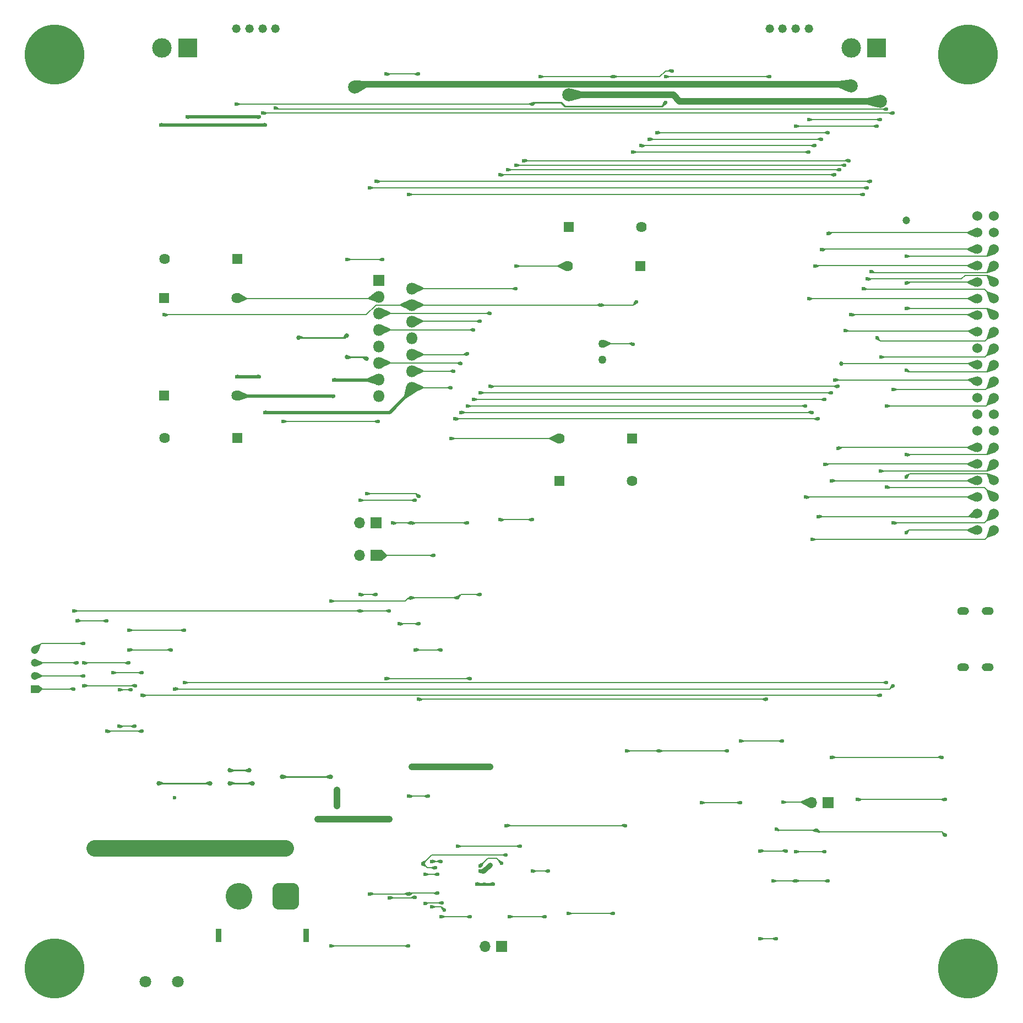
<source format=gbl>
G04 #@! TF.GenerationSoftware,KiCad,Pcbnew,8.0.6*
G04 #@! TF.CreationDate,2025-01-22T16:51:43-05:00*
G04 #@! TF.ProjectId,Main_Board_Rev1,4d61696e-5f42-46f6-9172-645f52657631,rev?*
G04 #@! TF.SameCoordinates,Original*
G04 #@! TF.FileFunction,Copper,L4,Bot*
G04 #@! TF.FilePolarity,Positive*
%FSLAX46Y46*%
G04 Gerber Fmt 4.6, Leading zero omitted, Abs format (unit mm)*
G04 Created by KiCad (PCBNEW 8.0.6) date 2025-01-22 16:51:43*
%MOMM*%
%LPD*%
G01*
G04 APERTURE LIST*
G04 Aperture macros list*
%AMRoundRect*
0 Rectangle with rounded corners*
0 $1 Rounding radius*
0 $2 $3 $4 $5 $6 $7 $8 $9 X,Y pos of 4 corners*
0 Add a 4 corners polygon primitive as box body*
4,1,4,$2,$3,$4,$5,$6,$7,$8,$9,$2,$3,0*
0 Add four circle primitives for the rounded corners*
1,1,$1+$1,$2,$3*
1,1,$1+$1,$4,$5*
1,1,$1+$1,$6,$7*
1,1,$1+$1,$8,$9*
0 Add four rect primitives between the rounded corners*
20,1,$1+$1,$2,$3,$4,$5,0*
20,1,$1+$1,$4,$5,$6,$7,0*
20,1,$1+$1,$6,$7,$8,$9,0*
20,1,$1+$1,$8,$9,$2,$3,0*%
G04 Aperture macros list end*
G04 #@! TA.AperFunction,EtchedComponent*
%ADD10C,0.010000*%
G04 #@! TD*
G04 #@! TA.AperFunction,ComponentPad*
%ADD11O,1.600000X0.800000*%
G04 #@! TD*
G04 #@! TA.AperFunction,ComponentPad*
%ADD12R,1.625600X1.625600*%
G04 #@! TD*
G04 #@! TA.AperFunction,ComponentPad*
%ADD13C,1.625600*%
G04 #@! TD*
G04 #@! TA.AperFunction,ComponentPad*
%ADD14C,9.200000*%
G04 #@! TD*
G04 #@! TA.AperFunction,ComponentPad*
%ADD15C,1.524000*%
G04 #@! TD*
G04 #@! TA.AperFunction,ComponentPad*
%ADD16R,1.800000X1.800000*%
G04 #@! TD*
G04 #@! TA.AperFunction,ComponentPad*
%ADD17O,1.800000X1.800000*%
G04 #@! TD*
G04 #@! TA.AperFunction,ComponentPad*
%ADD18R,1.700000X1.700000*%
G04 #@! TD*
G04 #@! TA.AperFunction,ComponentPad*
%ADD19O,1.700000X1.700000*%
G04 #@! TD*
G04 #@! TA.AperFunction,ComponentPad*
%ADD20C,1.270000*%
G04 #@! TD*
G04 #@! TA.AperFunction,ComponentPad*
%ADD21R,0.900000X2.000000*%
G04 #@! TD*
G04 #@! TA.AperFunction,ComponentPad*
%ADD22RoundRect,1.025000X1.025000X1.025000X-1.025000X1.025000X-1.025000X-1.025000X1.025000X-1.025000X0*%
G04 #@! TD*
G04 #@! TA.AperFunction,ComponentPad*
%ADD23C,4.100000*%
G04 #@! TD*
G04 #@! TA.AperFunction,ComponentPad*
%ADD24C,1.803400*%
G04 #@! TD*
G04 #@! TA.AperFunction,ComponentPad*
%ADD25C,1.320800*%
G04 #@! TD*
G04 #@! TA.AperFunction,ComponentPad*
%ADD26R,1.200000X1.200000*%
G04 #@! TD*
G04 #@! TA.AperFunction,ComponentPad*
%ADD27C,1.200000*%
G04 #@! TD*
G04 #@! TA.AperFunction,ComponentPad*
%ADD28R,3.000000X3.000000*%
G04 #@! TD*
G04 #@! TA.AperFunction,ComponentPad*
%ADD29C,3.000000*%
G04 #@! TD*
G04 #@! TA.AperFunction,ViaPad*
%ADD30C,0.685800*%
G04 #@! TD*
G04 #@! TA.AperFunction,ViaPad*
%ADD31C,0.600000*%
G04 #@! TD*
G04 #@! TA.AperFunction,ViaPad*
%ADD32C,1.200000*%
G04 #@! TD*
G04 #@! TA.AperFunction,ViaPad*
%ADD33C,2.000000*%
G04 #@! TD*
G04 #@! TA.AperFunction,Conductor*
%ADD34C,0.254000*%
G04 #@! TD*
G04 #@! TA.AperFunction,Conductor*
%ADD35C,0.200000*%
G04 #@! TD*
G04 #@! TA.AperFunction,Conductor*
%ADD36C,0.400000*%
G04 #@! TD*
G04 #@! TA.AperFunction,Conductor*
%ADD37C,1.016000*%
G04 #@! TD*
G04 #@! TA.AperFunction,Conductor*
%ADD38C,0.600000*%
G04 #@! TD*
G04 #@! TA.AperFunction,Conductor*
%ADD39C,0.800000*%
G04 #@! TD*
G04 #@! TA.AperFunction,Conductor*
%ADD40C,2.540000*%
G04 #@! TD*
G04 #@! TA.AperFunction,Conductor*
%ADD41C,0.508000*%
G04 #@! TD*
G04 APERTURE END LIST*
D10*
X164029000Y-109951000D02*
X164057000Y-109953000D01*
X164086000Y-109957000D01*
X164114000Y-109962000D01*
X164142000Y-109969000D01*
X164170000Y-109977000D01*
X164197000Y-109987000D01*
X164224000Y-109998000D01*
X164250000Y-110010000D01*
X164275000Y-110024000D01*
X164300000Y-110039000D01*
X164323000Y-110055000D01*
X164346000Y-110073000D01*
X164368000Y-110091000D01*
X164389000Y-110111000D01*
X164409000Y-110132000D01*
X164427000Y-110154000D01*
X164445000Y-110177000D01*
X164461000Y-110200000D01*
X164476000Y-110225000D01*
X164490000Y-110250000D01*
X164502000Y-110276000D01*
X164513000Y-110303000D01*
X164523000Y-110330000D01*
X164531000Y-110358000D01*
X164538000Y-110386000D01*
X164543000Y-110414000D01*
X164547000Y-110443000D01*
X164549000Y-110471000D01*
X164550000Y-110500000D01*
X164549000Y-110529000D01*
X164547000Y-110557000D01*
X164543000Y-110586000D01*
X164538000Y-110614000D01*
X164531000Y-110642000D01*
X164523000Y-110670000D01*
X164513000Y-110697000D01*
X164502000Y-110724000D01*
X164490000Y-110750000D01*
X164476000Y-110775000D01*
X164461000Y-110800000D01*
X164445000Y-110823000D01*
X164427000Y-110846000D01*
X164409000Y-110868000D01*
X164389000Y-110889000D01*
X164368000Y-110909000D01*
X164346000Y-110927000D01*
X164323000Y-110945000D01*
X164300000Y-110961000D01*
X164275000Y-110976000D01*
X164250000Y-110990000D01*
X164224000Y-111002000D01*
X164197000Y-111013000D01*
X164170000Y-111023000D01*
X164142000Y-111031000D01*
X164114000Y-111038000D01*
X164086000Y-111043000D01*
X164057000Y-111047000D01*
X164029000Y-111049000D01*
X164000000Y-111050000D01*
X163400000Y-111050000D01*
X163371000Y-111049000D01*
X163343000Y-111047000D01*
X163314000Y-111043000D01*
X163286000Y-111038000D01*
X163258000Y-111031000D01*
X163230000Y-111023000D01*
X163203000Y-111013000D01*
X163176000Y-111002000D01*
X163150000Y-110990000D01*
X163125000Y-110976000D01*
X163100000Y-110961000D01*
X163077000Y-110945000D01*
X163054000Y-110927000D01*
X163032000Y-110909000D01*
X163011000Y-110889000D01*
X162991000Y-110868000D01*
X162973000Y-110846000D01*
X162955000Y-110823000D01*
X162939000Y-110800000D01*
X162924000Y-110775000D01*
X162910000Y-110750000D01*
X162898000Y-110724000D01*
X162887000Y-110697000D01*
X162877000Y-110670000D01*
X162869000Y-110642000D01*
X162862000Y-110614000D01*
X162857000Y-110586000D01*
X162853000Y-110557000D01*
X162851000Y-110529000D01*
X162850000Y-110500000D01*
X162851000Y-110471000D01*
X162853000Y-110443000D01*
X162857000Y-110414000D01*
X162862000Y-110386000D01*
X162869000Y-110358000D01*
X162877000Y-110330000D01*
X162887000Y-110303000D01*
X162898000Y-110276000D01*
X162910000Y-110250000D01*
X162924000Y-110225000D01*
X162939000Y-110200000D01*
X162955000Y-110177000D01*
X162973000Y-110154000D01*
X162991000Y-110132000D01*
X163011000Y-110111000D01*
X163032000Y-110091000D01*
X163054000Y-110073000D01*
X163077000Y-110055000D01*
X163100000Y-110039000D01*
X163125000Y-110024000D01*
X163150000Y-110010000D01*
X163176000Y-109998000D01*
X163203000Y-109987000D01*
X163230000Y-109977000D01*
X163258000Y-109969000D01*
X163286000Y-109962000D01*
X163314000Y-109957000D01*
X163343000Y-109953000D01*
X163371000Y-109951000D01*
X163400000Y-109950000D01*
X164000000Y-109950000D01*
X164029000Y-109951000D01*
G04 #@! TA.AperFunction,EtchedComponent*
G36*
X164029000Y-109951000D02*
G01*
X164057000Y-109953000D01*
X164086000Y-109957000D01*
X164114000Y-109962000D01*
X164142000Y-109969000D01*
X164170000Y-109977000D01*
X164197000Y-109987000D01*
X164224000Y-109998000D01*
X164250000Y-110010000D01*
X164275000Y-110024000D01*
X164300000Y-110039000D01*
X164323000Y-110055000D01*
X164346000Y-110073000D01*
X164368000Y-110091000D01*
X164389000Y-110111000D01*
X164409000Y-110132000D01*
X164427000Y-110154000D01*
X164445000Y-110177000D01*
X164461000Y-110200000D01*
X164476000Y-110225000D01*
X164490000Y-110250000D01*
X164502000Y-110276000D01*
X164513000Y-110303000D01*
X164523000Y-110330000D01*
X164531000Y-110358000D01*
X164538000Y-110386000D01*
X164543000Y-110414000D01*
X164547000Y-110443000D01*
X164549000Y-110471000D01*
X164550000Y-110500000D01*
X164549000Y-110529000D01*
X164547000Y-110557000D01*
X164543000Y-110586000D01*
X164538000Y-110614000D01*
X164531000Y-110642000D01*
X164523000Y-110670000D01*
X164513000Y-110697000D01*
X164502000Y-110724000D01*
X164490000Y-110750000D01*
X164476000Y-110775000D01*
X164461000Y-110800000D01*
X164445000Y-110823000D01*
X164427000Y-110846000D01*
X164409000Y-110868000D01*
X164389000Y-110889000D01*
X164368000Y-110909000D01*
X164346000Y-110927000D01*
X164323000Y-110945000D01*
X164300000Y-110961000D01*
X164275000Y-110976000D01*
X164250000Y-110990000D01*
X164224000Y-111002000D01*
X164197000Y-111013000D01*
X164170000Y-111023000D01*
X164142000Y-111031000D01*
X164114000Y-111038000D01*
X164086000Y-111043000D01*
X164057000Y-111047000D01*
X164029000Y-111049000D01*
X164000000Y-111050000D01*
X163400000Y-111050000D01*
X163371000Y-111049000D01*
X163343000Y-111047000D01*
X163314000Y-111043000D01*
X163286000Y-111038000D01*
X163258000Y-111031000D01*
X163230000Y-111023000D01*
X163203000Y-111013000D01*
X163176000Y-111002000D01*
X163150000Y-110990000D01*
X163125000Y-110976000D01*
X163100000Y-110961000D01*
X163077000Y-110945000D01*
X163054000Y-110927000D01*
X163032000Y-110909000D01*
X163011000Y-110889000D01*
X162991000Y-110868000D01*
X162973000Y-110846000D01*
X162955000Y-110823000D01*
X162939000Y-110800000D01*
X162924000Y-110775000D01*
X162910000Y-110750000D01*
X162898000Y-110724000D01*
X162887000Y-110697000D01*
X162877000Y-110670000D01*
X162869000Y-110642000D01*
X162862000Y-110614000D01*
X162857000Y-110586000D01*
X162853000Y-110557000D01*
X162851000Y-110529000D01*
X162850000Y-110500000D01*
X162851000Y-110471000D01*
X162853000Y-110443000D01*
X162857000Y-110414000D01*
X162862000Y-110386000D01*
X162869000Y-110358000D01*
X162877000Y-110330000D01*
X162887000Y-110303000D01*
X162898000Y-110276000D01*
X162910000Y-110250000D01*
X162924000Y-110225000D01*
X162939000Y-110200000D01*
X162955000Y-110177000D01*
X162973000Y-110154000D01*
X162991000Y-110132000D01*
X163011000Y-110111000D01*
X163032000Y-110091000D01*
X163054000Y-110073000D01*
X163077000Y-110055000D01*
X163100000Y-110039000D01*
X163125000Y-110024000D01*
X163150000Y-110010000D01*
X163176000Y-109998000D01*
X163203000Y-109987000D01*
X163230000Y-109977000D01*
X163258000Y-109969000D01*
X163286000Y-109962000D01*
X163314000Y-109957000D01*
X163343000Y-109953000D01*
X163371000Y-109951000D01*
X163400000Y-109950000D01*
X164000000Y-109950000D01*
X164029000Y-109951000D01*
G37*
G04 #@! TD.AperFunction*
X164029000Y-118591000D02*
X164057000Y-118593000D01*
X164086000Y-118597000D01*
X164114000Y-118602000D01*
X164142000Y-118609000D01*
X164170000Y-118617000D01*
X164197000Y-118627000D01*
X164224000Y-118638000D01*
X164250000Y-118650000D01*
X164275000Y-118664000D01*
X164300000Y-118679000D01*
X164323000Y-118695000D01*
X164346000Y-118713000D01*
X164368000Y-118731000D01*
X164389000Y-118751000D01*
X164409000Y-118772000D01*
X164427000Y-118794000D01*
X164445000Y-118817000D01*
X164461000Y-118840000D01*
X164476000Y-118865000D01*
X164490000Y-118890000D01*
X164502000Y-118916000D01*
X164513000Y-118943000D01*
X164523000Y-118970000D01*
X164531000Y-118998000D01*
X164538000Y-119026000D01*
X164543000Y-119054000D01*
X164547000Y-119083000D01*
X164549000Y-119111000D01*
X164550000Y-119140000D01*
X164549000Y-119169000D01*
X164547000Y-119197000D01*
X164543000Y-119226000D01*
X164538000Y-119254000D01*
X164531000Y-119282000D01*
X164523000Y-119310000D01*
X164513000Y-119337000D01*
X164502000Y-119364000D01*
X164490000Y-119390000D01*
X164476000Y-119415000D01*
X164461000Y-119440000D01*
X164445000Y-119463000D01*
X164427000Y-119486000D01*
X164409000Y-119508000D01*
X164389000Y-119529000D01*
X164368000Y-119549000D01*
X164346000Y-119567000D01*
X164323000Y-119585000D01*
X164300000Y-119601000D01*
X164275000Y-119616000D01*
X164250000Y-119630000D01*
X164224000Y-119642000D01*
X164197000Y-119653000D01*
X164170000Y-119663000D01*
X164142000Y-119671000D01*
X164114000Y-119678000D01*
X164086000Y-119683000D01*
X164057000Y-119687000D01*
X164029000Y-119689000D01*
X164000000Y-119690000D01*
X163400000Y-119690000D01*
X163371000Y-119689000D01*
X163343000Y-119687000D01*
X163314000Y-119683000D01*
X163286000Y-119678000D01*
X163258000Y-119671000D01*
X163230000Y-119663000D01*
X163203000Y-119653000D01*
X163176000Y-119642000D01*
X163150000Y-119630000D01*
X163125000Y-119616000D01*
X163100000Y-119601000D01*
X163077000Y-119585000D01*
X163054000Y-119567000D01*
X163032000Y-119549000D01*
X163011000Y-119529000D01*
X162991000Y-119508000D01*
X162973000Y-119486000D01*
X162955000Y-119463000D01*
X162939000Y-119440000D01*
X162924000Y-119415000D01*
X162910000Y-119390000D01*
X162898000Y-119364000D01*
X162887000Y-119337000D01*
X162877000Y-119310000D01*
X162869000Y-119282000D01*
X162862000Y-119254000D01*
X162857000Y-119226000D01*
X162853000Y-119197000D01*
X162851000Y-119169000D01*
X162850000Y-119140000D01*
X162851000Y-119111000D01*
X162853000Y-119083000D01*
X162857000Y-119054000D01*
X162862000Y-119026000D01*
X162869000Y-118998000D01*
X162877000Y-118970000D01*
X162887000Y-118943000D01*
X162898000Y-118916000D01*
X162910000Y-118890000D01*
X162924000Y-118865000D01*
X162939000Y-118840000D01*
X162955000Y-118817000D01*
X162973000Y-118794000D01*
X162991000Y-118772000D01*
X163011000Y-118751000D01*
X163032000Y-118731000D01*
X163054000Y-118713000D01*
X163077000Y-118695000D01*
X163100000Y-118679000D01*
X163125000Y-118664000D01*
X163150000Y-118650000D01*
X163176000Y-118638000D01*
X163203000Y-118627000D01*
X163230000Y-118617000D01*
X163258000Y-118609000D01*
X163286000Y-118602000D01*
X163314000Y-118597000D01*
X163343000Y-118593000D01*
X163371000Y-118591000D01*
X163400000Y-118590000D01*
X164000000Y-118590000D01*
X164029000Y-118591000D01*
G04 #@! TA.AperFunction,EtchedComponent*
G36*
X164029000Y-118591000D02*
G01*
X164057000Y-118593000D01*
X164086000Y-118597000D01*
X164114000Y-118602000D01*
X164142000Y-118609000D01*
X164170000Y-118617000D01*
X164197000Y-118627000D01*
X164224000Y-118638000D01*
X164250000Y-118650000D01*
X164275000Y-118664000D01*
X164300000Y-118679000D01*
X164323000Y-118695000D01*
X164346000Y-118713000D01*
X164368000Y-118731000D01*
X164389000Y-118751000D01*
X164409000Y-118772000D01*
X164427000Y-118794000D01*
X164445000Y-118817000D01*
X164461000Y-118840000D01*
X164476000Y-118865000D01*
X164490000Y-118890000D01*
X164502000Y-118916000D01*
X164513000Y-118943000D01*
X164523000Y-118970000D01*
X164531000Y-118998000D01*
X164538000Y-119026000D01*
X164543000Y-119054000D01*
X164547000Y-119083000D01*
X164549000Y-119111000D01*
X164550000Y-119140000D01*
X164549000Y-119169000D01*
X164547000Y-119197000D01*
X164543000Y-119226000D01*
X164538000Y-119254000D01*
X164531000Y-119282000D01*
X164523000Y-119310000D01*
X164513000Y-119337000D01*
X164502000Y-119364000D01*
X164490000Y-119390000D01*
X164476000Y-119415000D01*
X164461000Y-119440000D01*
X164445000Y-119463000D01*
X164427000Y-119486000D01*
X164409000Y-119508000D01*
X164389000Y-119529000D01*
X164368000Y-119549000D01*
X164346000Y-119567000D01*
X164323000Y-119585000D01*
X164300000Y-119601000D01*
X164275000Y-119616000D01*
X164250000Y-119630000D01*
X164224000Y-119642000D01*
X164197000Y-119653000D01*
X164170000Y-119663000D01*
X164142000Y-119671000D01*
X164114000Y-119678000D01*
X164086000Y-119683000D01*
X164057000Y-119687000D01*
X164029000Y-119689000D01*
X164000000Y-119690000D01*
X163400000Y-119690000D01*
X163371000Y-119689000D01*
X163343000Y-119687000D01*
X163314000Y-119683000D01*
X163286000Y-119678000D01*
X163258000Y-119671000D01*
X163230000Y-119663000D01*
X163203000Y-119653000D01*
X163176000Y-119642000D01*
X163150000Y-119630000D01*
X163125000Y-119616000D01*
X163100000Y-119601000D01*
X163077000Y-119585000D01*
X163054000Y-119567000D01*
X163032000Y-119549000D01*
X163011000Y-119529000D01*
X162991000Y-119508000D01*
X162973000Y-119486000D01*
X162955000Y-119463000D01*
X162939000Y-119440000D01*
X162924000Y-119415000D01*
X162910000Y-119390000D01*
X162898000Y-119364000D01*
X162887000Y-119337000D01*
X162877000Y-119310000D01*
X162869000Y-119282000D01*
X162862000Y-119254000D01*
X162857000Y-119226000D01*
X162853000Y-119197000D01*
X162851000Y-119169000D01*
X162850000Y-119140000D01*
X162851000Y-119111000D01*
X162853000Y-119083000D01*
X162857000Y-119054000D01*
X162862000Y-119026000D01*
X162869000Y-118998000D01*
X162877000Y-118970000D01*
X162887000Y-118943000D01*
X162898000Y-118916000D01*
X162910000Y-118890000D01*
X162924000Y-118865000D01*
X162939000Y-118840000D01*
X162955000Y-118817000D01*
X162973000Y-118794000D01*
X162991000Y-118772000D01*
X163011000Y-118751000D01*
X163032000Y-118731000D01*
X163054000Y-118713000D01*
X163077000Y-118695000D01*
X163100000Y-118679000D01*
X163125000Y-118664000D01*
X163150000Y-118650000D01*
X163176000Y-118638000D01*
X163203000Y-118627000D01*
X163230000Y-118617000D01*
X163258000Y-118609000D01*
X163286000Y-118602000D01*
X163314000Y-118597000D01*
X163343000Y-118593000D01*
X163371000Y-118591000D01*
X163400000Y-118590000D01*
X164000000Y-118590000D01*
X164029000Y-118591000D01*
G37*
G04 #@! TD.AperFunction*
X167829000Y-109951000D02*
X167857000Y-109953000D01*
X167886000Y-109957000D01*
X167914000Y-109962000D01*
X167942000Y-109969000D01*
X167970000Y-109977000D01*
X167997000Y-109987000D01*
X168024000Y-109998000D01*
X168050000Y-110010000D01*
X168075000Y-110024000D01*
X168100000Y-110039000D01*
X168123000Y-110055000D01*
X168146000Y-110073000D01*
X168168000Y-110091000D01*
X168189000Y-110111000D01*
X168209000Y-110132000D01*
X168227000Y-110154000D01*
X168245000Y-110177000D01*
X168261000Y-110200000D01*
X168276000Y-110225000D01*
X168290000Y-110250000D01*
X168302000Y-110276000D01*
X168313000Y-110303000D01*
X168323000Y-110330000D01*
X168331000Y-110358000D01*
X168338000Y-110386000D01*
X168343000Y-110414000D01*
X168347000Y-110443000D01*
X168349000Y-110471000D01*
X168350000Y-110500000D01*
X168349000Y-110529000D01*
X168347000Y-110557000D01*
X168343000Y-110586000D01*
X168338000Y-110614000D01*
X168331000Y-110642000D01*
X168323000Y-110670000D01*
X168313000Y-110697000D01*
X168302000Y-110724000D01*
X168290000Y-110750000D01*
X168276000Y-110775000D01*
X168261000Y-110800000D01*
X168245000Y-110823000D01*
X168227000Y-110846000D01*
X168209000Y-110868000D01*
X168189000Y-110889000D01*
X168168000Y-110909000D01*
X168146000Y-110927000D01*
X168123000Y-110945000D01*
X168100000Y-110961000D01*
X168075000Y-110976000D01*
X168050000Y-110990000D01*
X168024000Y-111002000D01*
X167997000Y-111013000D01*
X167970000Y-111023000D01*
X167942000Y-111031000D01*
X167914000Y-111038000D01*
X167886000Y-111043000D01*
X167857000Y-111047000D01*
X167829000Y-111049000D01*
X167800000Y-111050000D01*
X167200000Y-111050000D01*
X167171000Y-111049000D01*
X167143000Y-111047000D01*
X167114000Y-111043000D01*
X167086000Y-111038000D01*
X167058000Y-111031000D01*
X167030000Y-111023000D01*
X167003000Y-111013000D01*
X166976000Y-111002000D01*
X166950000Y-110990000D01*
X166925000Y-110976000D01*
X166900000Y-110961000D01*
X166877000Y-110945000D01*
X166854000Y-110927000D01*
X166832000Y-110909000D01*
X166811000Y-110889000D01*
X166791000Y-110868000D01*
X166773000Y-110846000D01*
X166755000Y-110823000D01*
X166739000Y-110800000D01*
X166724000Y-110775000D01*
X166710000Y-110750000D01*
X166698000Y-110724000D01*
X166687000Y-110697000D01*
X166677000Y-110670000D01*
X166669000Y-110642000D01*
X166662000Y-110614000D01*
X166657000Y-110586000D01*
X166653000Y-110557000D01*
X166651000Y-110529000D01*
X166650000Y-110500000D01*
X166651000Y-110471000D01*
X166653000Y-110443000D01*
X166657000Y-110414000D01*
X166662000Y-110386000D01*
X166669000Y-110358000D01*
X166677000Y-110330000D01*
X166687000Y-110303000D01*
X166698000Y-110276000D01*
X166710000Y-110250000D01*
X166724000Y-110225000D01*
X166739000Y-110200000D01*
X166755000Y-110177000D01*
X166773000Y-110154000D01*
X166791000Y-110132000D01*
X166811000Y-110111000D01*
X166832000Y-110091000D01*
X166854000Y-110073000D01*
X166877000Y-110055000D01*
X166900000Y-110039000D01*
X166925000Y-110024000D01*
X166950000Y-110010000D01*
X166976000Y-109998000D01*
X167003000Y-109987000D01*
X167030000Y-109977000D01*
X167058000Y-109969000D01*
X167086000Y-109962000D01*
X167114000Y-109957000D01*
X167143000Y-109953000D01*
X167171000Y-109951000D01*
X167200000Y-109950000D01*
X167800000Y-109950000D01*
X167829000Y-109951000D01*
G04 #@! TA.AperFunction,EtchedComponent*
G36*
X167829000Y-109951000D02*
G01*
X167857000Y-109953000D01*
X167886000Y-109957000D01*
X167914000Y-109962000D01*
X167942000Y-109969000D01*
X167970000Y-109977000D01*
X167997000Y-109987000D01*
X168024000Y-109998000D01*
X168050000Y-110010000D01*
X168075000Y-110024000D01*
X168100000Y-110039000D01*
X168123000Y-110055000D01*
X168146000Y-110073000D01*
X168168000Y-110091000D01*
X168189000Y-110111000D01*
X168209000Y-110132000D01*
X168227000Y-110154000D01*
X168245000Y-110177000D01*
X168261000Y-110200000D01*
X168276000Y-110225000D01*
X168290000Y-110250000D01*
X168302000Y-110276000D01*
X168313000Y-110303000D01*
X168323000Y-110330000D01*
X168331000Y-110358000D01*
X168338000Y-110386000D01*
X168343000Y-110414000D01*
X168347000Y-110443000D01*
X168349000Y-110471000D01*
X168350000Y-110500000D01*
X168349000Y-110529000D01*
X168347000Y-110557000D01*
X168343000Y-110586000D01*
X168338000Y-110614000D01*
X168331000Y-110642000D01*
X168323000Y-110670000D01*
X168313000Y-110697000D01*
X168302000Y-110724000D01*
X168290000Y-110750000D01*
X168276000Y-110775000D01*
X168261000Y-110800000D01*
X168245000Y-110823000D01*
X168227000Y-110846000D01*
X168209000Y-110868000D01*
X168189000Y-110889000D01*
X168168000Y-110909000D01*
X168146000Y-110927000D01*
X168123000Y-110945000D01*
X168100000Y-110961000D01*
X168075000Y-110976000D01*
X168050000Y-110990000D01*
X168024000Y-111002000D01*
X167997000Y-111013000D01*
X167970000Y-111023000D01*
X167942000Y-111031000D01*
X167914000Y-111038000D01*
X167886000Y-111043000D01*
X167857000Y-111047000D01*
X167829000Y-111049000D01*
X167800000Y-111050000D01*
X167200000Y-111050000D01*
X167171000Y-111049000D01*
X167143000Y-111047000D01*
X167114000Y-111043000D01*
X167086000Y-111038000D01*
X167058000Y-111031000D01*
X167030000Y-111023000D01*
X167003000Y-111013000D01*
X166976000Y-111002000D01*
X166950000Y-110990000D01*
X166925000Y-110976000D01*
X166900000Y-110961000D01*
X166877000Y-110945000D01*
X166854000Y-110927000D01*
X166832000Y-110909000D01*
X166811000Y-110889000D01*
X166791000Y-110868000D01*
X166773000Y-110846000D01*
X166755000Y-110823000D01*
X166739000Y-110800000D01*
X166724000Y-110775000D01*
X166710000Y-110750000D01*
X166698000Y-110724000D01*
X166687000Y-110697000D01*
X166677000Y-110670000D01*
X166669000Y-110642000D01*
X166662000Y-110614000D01*
X166657000Y-110586000D01*
X166653000Y-110557000D01*
X166651000Y-110529000D01*
X166650000Y-110500000D01*
X166651000Y-110471000D01*
X166653000Y-110443000D01*
X166657000Y-110414000D01*
X166662000Y-110386000D01*
X166669000Y-110358000D01*
X166677000Y-110330000D01*
X166687000Y-110303000D01*
X166698000Y-110276000D01*
X166710000Y-110250000D01*
X166724000Y-110225000D01*
X166739000Y-110200000D01*
X166755000Y-110177000D01*
X166773000Y-110154000D01*
X166791000Y-110132000D01*
X166811000Y-110111000D01*
X166832000Y-110091000D01*
X166854000Y-110073000D01*
X166877000Y-110055000D01*
X166900000Y-110039000D01*
X166925000Y-110024000D01*
X166950000Y-110010000D01*
X166976000Y-109998000D01*
X167003000Y-109987000D01*
X167030000Y-109977000D01*
X167058000Y-109969000D01*
X167086000Y-109962000D01*
X167114000Y-109957000D01*
X167143000Y-109953000D01*
X167171000Y-109951000D01*
X167200000Y-109950000D01*
X167800000Y-109950000D01*
X167829000Y-109951000D01*
G37*
G04 #@! TD.AperFunction*
X167829000Y-118591000D02*
X167857000Y-118593000D01*
X167886000Y-118597000D01*
X167914000Y-118602000D01*
X167942000Y-118609000D01*
X167970000Y-118617000D01*
X167997000Y-118627000D01*
X168024000Y-118638000D01*
X168050000Y-118650000D01*
X168075000Y-118664000D01*
X168100000Y-118679000D01*
X168123000Y-118695000D01*
X168146000Y-118713000D01*
X168168000Y-118731000D01*
X168189000Y-118751000D01*
X168209000Y-118772000D01*
X168227000Y-118794000D01*
X168245000Y-118817000D01*
X168261000Y-118840000D01*
X168276000Y-118865000D01*
X168290000Y-118890000D01*
X168302000Y-118916000D01*
X168313000Y-118943000D01*
X168323000Y-118970000D01*
X168331000Y-118998000D01*
X168338000Y-119026000D01*
X168343000Y-119054000D01*
X168347000Y-119083000D01*
X168349000Y-119111000D01*
X168350000Y-119140000D01*
X168349000Y-119169000D01*
X168347000Y-119197000D01*
X168343000Y-119226000D01*
X168338000Y-119254000D01*
X168331000Y-119282000D01*
X168323000Y-119310000D01*
X168313000Y-119337000D01*
X168302000Y-119364000D01*
X168290000Y-119390000D01*
X168276000Y-119415000D01*
X168261000Y-119440000D01*
X168245000Y-119463000D01*
X168227000Y-119486000D01*
X168209000Y-119508000D01*
X168189000Y-119529000D01*
X168168000Y-119549000D01*
X168146000Y-119567000D01*
X168123000Y-119585000D01*
X168100000Y-119601000D01*
X168075000Y-119616000D01*
X168050000Y-119630000D01*
X168024000Y-119642000D01*
X167997000Y-119653000D01*
X167970000Y-119663000D01*
X167942000Y-119671000D01*
X167914000Y-119678000D01*
X167886000Y-119683000D01*
X167857000Y-119687000D01*
X167829000Y-119689000D01*
X167800000Y-119690000D01*
X167200000Y-119690000D01*
X167171000Y-119689000D01*
X167143000Y-119687000D01*
X167114000Y-119683000D01*
X167086000Y-119678000D01*
X167058000Y-119671000D01*
X167030000Y-119663000D01*
X167003000Y-119653000D01*
X166976000Y-119642000D01*
X166950000Y-119630000D01*
X166925000Y-119616000D01*
X166900000Y-119601000D01*
X166877000Y-119585000D01*
X166854000Y-119567000D01*
X166832000Y-119549000D01*
X166811000Y-119529000D01*
X166791000Y-119508000D01*
X166773000Y-119486000D01*
X166755000Y-119463000D01*
X166739000Y-119440000D01*
X166724000Y-119415000D01*
X166710000Y-119390000D01*
X166698000Y-119364000D01*
X166687000Y-119337000D01*
X166677000Y-119310000D01*
X166669000Y-119282000D01*
X166662000Y-119254000D01*
X166657000Y-119226000D01*
X166653000Y-119197000D01*
X166651000Y-119169000D01*
X166650000Y-119140000D01*
X166651000Y-119111000D01*
X166653000Y-119083000D01*
X166657000Y-119054000D01*
X166662000Y-119026000D01*
X166669000Y-118998000D01*
X166677000Y-118970000D01*
X166687000Y-118943000D01*
X166698000Y-118916000D01*
X166710000Y-118890000D01*
X166724000Y-118865000D01*
X166739000Y-118840000D01*
X166755000Y-118817000D01*
X166773000Y-118794000D01*
X166791000Y-118772000D01*
X166811000Y-118751000D01*
X166832000Y-118731000D01*
X166854000Y-118713000D01*
X166877000Y-118695000D01*
X166900000Y-118679000D01*
X166925000Y-118664000D01*
X166950000Y-118650000D01*
X166976000Y-118638000D01*
X167003000Y-118627000D01*
X167030000Y-118617000D01*
X167058000Y-118609000D01*
X167086000Y-118602000D01*
X167114000Y-118597000D01*
X167143000Y-118593000D01*
X167171000Y-118591000D01*
X167200000Y-118590000D01*
X167800000Y-118590000D01*
X167829000Y-118591000D01*
G04 #@! TA.AperFunction,EtchedComponent*
G36*
X167829000Y-118591000D02*
G01*
X167857000Y-118593000D01*
X167886000Y-118597000D01*
X167914000Y-118602000D01*
X167942000Y-118609000D01*
X167970000Y-118617000D01*
X167997000Y-118627000D01*
X168024000Y-118638000D01*
X168050000Y-118650000D01*
X168075000Y-118664000D01*
X168100000Y-118679000D01*
X168123000Y-118695000D01*
X168146000Y-118713000D01*
X168168000Y-118731000D01*
X168189000Y-118751000D01*
X168209000Y-118772000D01*
X168227000Y-118794000D01*
X168245000Y-118817000D01*
X168261000Y-118840000D01*
X168276000Y-118865000D01*
X168290000Y-118890000D01*
X168302000Y-118916000D01*
X168313000Y-118943000D01*
X168323000Y-118970000D01*
X168331000Y-118998000D01*
X168338000Y-119026000D01*
X168343000Y-119054000D01*
X168347000Y-119083000D01*
X168349000Y-119111000D01*
X168350000Y-119140000D01*
X168349000Y-119169000D01*
X168347000Y-119197000D01*
X168343000Y-119226000D01*
X168338000Y-119254000D01*
X168331000Y-119282000D01*
X168323000Y-119310000D01*
X168313000Y-119337000D01*
X168302000Y-119364000D01*
X168290000Y-119390000D01*
X168276000Y-119415000D01*
X168261000Y-119440000D01*
X168245000Y-119463000D01*
X168227000Y-119486000D01*
X168209000Y-119508000D01*
X168189000Y-119529000D01*
X168168000Y-119549000D01*
X168146000Y-119567000D01*
X168123000Y-119585000D01*
X168100000Y-119601000D01*
X168075000Y-119616000D01*
X168050000Y-119630000D01*
X168024000Y-119642000D01*
X167997000Y-119653000D01*
X167970000Y-119663000D01*
X167942000Y-119671000D01*
X167914000Y-119678000D01*
X167886000Y-119683000D01*
X167857000Y-119687000D01*
X167829000Y-119689000D01*
X167800000Y-119690000D01*
X167200000Y-119690000D01*
X167171000Y-119689000D01*
X167143000Y-119687000D01*
X167114000Y-119683000D01*
X167086000Y-119678000D01*
X167058000Y-119671000D01*
X167030000Y-119663000D01*
X167003000Y-119653000D01*
X166976000Y-119642000D01*
X166950000Y-119630000D01*
X166925000Y-119616000D01*
X166900000Y-119601000D01*
X166877000Y-119585000D01*
X166854000Y-119567000D01*
X166832000Y-119549000D01*
X166811000Y-119529000D01*
X166791000Y-119508000D01*
X166773000Y-119486000D01*
X166755000Y-119463000D01*
X166739000Y-119440000D01*
X166724000Y-119415000D01*
X166710000Y-119390000D01*
X166698000Y-119364000D01*
X166687000Y-119337000D01*
X166677000Y-119310000D01*
X166669000Y-119282000D01*
X166662000Y-119254000D01*
X166657000Y-119226000D01*
X166653000Y-119197000D01*
X166651000Y-119169000D01*
X166650000Y-119140000D01*
X166651000Y-119111000D01*
X166653000Y-119083000D01*
X166657000Y-119054000D01*
X166662000Y-119026000D01*
X166669000Y-118998000D01*
X166677000Y-118970000D01*
X166687000Y-118943000D01*
X166698000Y-118916000D01*
X166710000Y-118890000D01*
X166724000Y-118865000D01*
X166739000Y-118840000D01*
X166755000Y-118817000D01*
X166773000Y-118794000D01*
X166791000Y-118772000D01*
X166811000Y-118751000D01*
X166832000Y-118731000D01*
X166854000Y-118713000D01*
X166877000Y-118695000D01*
X166900000Y-118679000D01*
X166925000Y-118664000D01*
X166950000Y-118650000D01*
X166976000Y-118638000D01*
X167003000Y-118627000D01*
X167030000Y-118617000D01*
X167058000Y-118609000D01*
X167086000Y-118602000D01*
X167114000Y-118597000D01*
X167143000Y-118593000D01*
X167171000Y-118591000D01*
X167200000Y-118590000D01*
X167800000Y-118590000D01*
X167829000Y-118591000D01*
G37*
G04 #@! TD.AperFunction*
D11*
X167500000Y-110500000D03*
X167500000Y-119140000D03*
X163700000Y-110500000D03*
X163700000Y-119140000D03*
D12*
X40865500Y-77425000D03*
D13*
X52041500Y-77425000D03*
D14*
X24000000Y-165500000D03*
D12*
X52144500Y-83925000D03*
D13*
X40968500Y-83925000D03*
D12*
X114156000Y-57500000D03*
D13*
X102980000Y-57500000D03*
D14*
X24000000Y-25000000D03*
D15*
X165960000Y-49840000D03*
X168500000Y-49840000D03*
X165960000Y-52380000D03*
X168500000Y-52380000D03*
X165960000Y-54920000D03*
X168500000Y-54920000D03*
X165960000Y-57460000D03*
X168500000Y-57460000D03*
X165960000Y-60000000D03*
X168500000Y-60000000D03*
X165960000Y-62540000D03*
X168500000Y-62540000D03*
X165960000Y-65080000D03*
X168500000Y-65080000D03*
X165960000Y-67620000D03*
X168500000Y-67620000D03*
X165960000Y-70160000D03*
X168500000Y-70160000D03*
X165960000Y-72700000D03*
X168500000Y-72700000D03*
X165960000Y-75240000D03*
X168500000Y-75240000D03*
X165960000Y-77780000D03*
X168500000Y-77780000D03*
X165960000Y-80320000D03*
X168500000Y-80320000D03*
X165960000Y-82860000D03*
X168500000Y-82860000D03*
X165960000Y-85400000D03*
X168500000Y-85400000D03*
X165960000Y-87940000D03*
X168500000Y-87940000D03*
X165960000Y-90480000D03*
X168500000Y-90480000D03*
X165960000Y-93020000D03*
X168500000Y-93020000D03*
X165960000Y-95560000D03*
X168500000Y-95560000D03*
X165960000Y-98100000D03*
X168500000Y-98100000D03*
D16*
X73920000Y-59690000D03*
D17*
X79000000Y-60960000D03*
X73920000Y-62230000D03*
X79000000Y-63500000D03*
X73920000Y-64770000D03*
X79000000Y-66040000D03*
X73920000Y-67310000D03*
X79000000Y-68580000D03*
X73920000Y-69850000D03*
X79000000Y-71120000D03*
X73920000Y-72390000D03*
X79000000Y-73660000D03*
X73920000Y-74930000D03*
X79000000Y-76200000D03*
X73920000Y-77470000D03*
D12*
X103110500Y-51500000D03*
D13*
X114286500Y-51500000D03*
D18*
X73500000Y-102000000D03*
D19*
X70960000Y-102000000D03*
D14*
X164500000Y-25000000D03*
D18*
X142975000Y-140000000D03*
D19*
X140435000Y-140000000D03*
D20*
X108255000Y-69425000D03*
X108255000Y-71925000D03*
D14*
X164500000Y-165500000D03*
D21*
X62750000Y-160350000D03*
X49250000Y-160350000D03*
D22*
X59600000Y-154350000D03*
D23*
X52400000Y-154350000D03*
D12*
X112889500Y-84000000D03*
D13*
X101713500Y-84000000D03*
D24*
X43000000Y-167500000D03*
X38000000Y-167500000D03*
D25*
X52000000Y-21000000D03*
X53999999Y-21000000D03*
X56000000Y-21000000D03*
X57999998Y-21000000D03*
D12*
X101713500Y-90500000D03*
D13*
X112889500Y-90500000D03*
D25*
X134000002Y-21000000D03*
X136000001Y-21000000D03*
X138000002Y-21000000D03*
X140000000Y-21000000D03*
D18*
X92799976Y-162070108D03*
D19*
X90259976Y-162070108D03*
D26*
X21000000Y-122500000D03*
D27*
X21000000Y-120500000D03*
X21000000Y-118500000D03*
X21000000Y-116500000D03*
D12*
X40865500Y-62425000D03*
D13*
X52041500Y-62425000D03*
D12*
X52144500Y-56425000D03*
D13*
X40968500Y-56425000D03*
D18*
X73500000Y-97000000D03*
D19*
X70960000Y-97000000D03*
D28*
X150480000Y-24000000D03*
D29*
X146520000Y-24000000D03*
D28*
X44500000Y-24000000D03*
D29*
X40540000Y-24000000D03*
D30*
X145000000Y-72500000D03*
X40000000Y-137000000D03*
X51000000Y-137000000D03*
X54500000Y-137000000D03*
X48000000Y-137000000D03*
D31*
X134500000Y-152000000D03*
X83500000Y-157500000D03*
X84000000Y-156500000D03*
X59200000Y-81400000D03*
X155000000Y-60100000D03*
X75000000Y-120900000D03*
X155000000Y-73500000D03*
X143000000Y-152000000D03*
X83000000Y-153900000D03*
X78500000Y-154000000D03*
X33000000Y-120000000D03*
D30*
X67500000Y-140500000D03*
D31*
X155000000Y-98500000D03*
D30*
X67500000Y-138000000D03*
D31*
X34000000Y-122600000D03*
X72500000Y-154000000D03*
X89000000Y-152500000D03*
X155000000Y-89900000D03*
X91500000Y-152500000D03*
X82000000Y-155970108D03*
X88000000Y-157500000D03*
D32*
X155000000Y-50500000D03*
D31*
X73800000Y-81400000D03*
X90200000Y-152500000D03*
X42500000Y-139186250D03*
X123500000Y-140000000D03*
X161000000Y-139500000D03*
X155000000Y-86500000D03*
X35805500Y-122600000D03*
X138000000Y-152000000D03*
X88000000Y-120900000D03*
X82000000Y-149000000D03*
X83500000Y-149000000D03*
X37500000Y-120000000D03*
X98700000Y-28400000D03*
X110000000Y-28400000D03*
X129500000Y-140000000D03*
X155000000Y-56000000D03*
X155000000Y-64000000D03*
X119000000Y-27500000D03*
X147500000Y-139500000D03*
X83000000Y-151000000D03*
X81000000Y-151000000D03*
X97500000Y-150500000D03*
X100000000Y-150500000D03*
X91000000Y-134500000D03*
X79000000Y-134500000D03*
X89500000Y-150500000D03*
X103000000Y-157000000D03*
X94000000Y-157500000D03*
X99500000Y-157500000D03*
X91000000Y-149527000D03*
X110000000Y-157000000D03*
X75500000Y-154600000D03*
X113500000Y-63000000D03*
X82600000Y-150000000D03*
X129500000Y-130500000D03*
X112000000Y-132000000D03*
X81500000Y-139000000D03*
X93500000Y-148000000D03*
X111799976Y-143500000D03*
X117000000Y-132000000D03*
X79500000Y-154500000D03*
X127500000Y-132000000D03*
X78500000Y-139000000D03*
X40865500Y-65000000D03*
X64500000Y-142500000D03*
X108000000Y-63500000D03*
X93500000Y-143500000D03*
X136000000Y-130500000D03*
X80664934Y-149335066D03*
X75500000Y-142500000D03*
X113000000Y-69500000D03*
X82400000Y-102000000D03*
X52000000Y-32600000D03*
X87500000Y-97000000D03*
X66500000Y-109000000D03*
X78900000Y-97000000D03*
X118000000Y-32400000D03*
X86000000Y-108500000D03*
X97500000Y-32600000D03*
X92500000Y-96500000D03*
X134000000Y-28400000D03*
X118000000Y-28400000D03*
X89500000Y-108000000D03*
X78900000Y-108500000D03*
X97500000Y-96500000D03*
X76000000Y-97000000D03*
X160500000Y-133000000D03*
X138000000Y-147500000D03*
X143500000Y-133000000D03*
X142500000Y-147500000D03*
X75500000Y-110500000D03*
X77000000Y-112500000D03*
X27000000Y-110500000D03*
X80100000Y-112500000D03*
X27000000Y-122500000D03*
D30*
X69000000Y-71500000D03*
D31*
X141250000Y-144250000D03*
X69000000Y-56500000D03*
X80065687Y-92934313D03*
X80000000Y-28000000D03*
X74500000Y-56500000D03*
D30*
X72000000Y-71770000D03*
D31*
X135000000Y-144000000D03*
D30*
X69000000Y-68180000D03*
D31*
X80000000Y-124100000D03*
X75000000Y-28000000D03*
X161000000Y-145000000D03*
X71000000Y-110500000D03*
X133500000Y-124100000D03*
D30*
X61500000Y-68500000D03*
D31*
X72000000Y-92500000D03*
X136525000Y-147400000D03*
X135025000Y-160900000D03*
X132525000Y-147400000D03*
X132525000Y-160900000D03*
X66500000Y-162000000D03*
D30*
X59000000Y-136000000D03*
X66500000Y-136000000D03*
D31*
X78500000Y-162000000D03*
X71000000Y-108000000D03*
X73500000Y-108000000D03*
X136025000Y-139900000D03*
X86000000Y-146657608D03*
X95657608Y-146657608D03*
X83629902Y-155391777D03*
X81000000Y-155500000D03*
X92799976Y-149299976D03*
X89500000Y-149699997D03*
X79500000Y-93500000D03*
X71000000Y-93500000D03*
X83500000Y-116500000D03*
X79500000Y-116500000D03*
X32047500Y-129000000D03*
X37500000Y-123500000D03*
X151000000Y-123500000D03*
X37500000Y-129000000D03*
X151000000Y-89000000D03*
X36405500Y-128241300D03*
X33905500Y-128241300D03*
X33905500Y-128241300D03*
X28500000Y-122000000D03*
X36500000Y-122000000D03*
X28500000Y-120500000D03*
X32047500Y-112047500D03*
X27500000Y-112000000D03*
X27500000Y-118500000D03*
X44000000Y-121500000D03*
X44000000Y-113500000D03*
X35500000Y-113500000D03*
X152000000Y-121500000D03*
X152000000Y-91500000D03*
X153000000Y-122000000D03*
X153000000Y-97000000D03*
X42500000Y-122500000D03*
X28500000Y-115500000D03*
X35500000Y-118500000D03*
X42000000Y-116500000D03*
X35500000Y-116500000D03*
X28500000Y-118500000D03*
D33*
X46500000Y-147000000D03*
X30200000Y-147000000D03*
D30*
X51000000Y-135000000D03*
D33*
X59600000Y-147000000D03*
D30*
X54000000Y-135000000D03*
D31*
X95000000Y-61000000D03*
D33*
X151000000Y-32173000D03*
D31*
X95000000Y-57500000D03*
D33*
X103110500Y-31200000D03*
X146520000Y-29800000D03*
X70200000Y-30000000D03*
D31*
X67000000Y-75000000D03*
X67000000Y-77500000D03*
X55500000Y-74500000D03*
X44400000Y-34600000D03*
X52083000Y-74500000D03*
X55500000Y-34600000D03*
X56500000Y-35800000D03*
X85000000Y-84000000D03*
X56400000Y-80000000D03*
X85000000Y-76200000D03*
X40400000Y-35800000D03*
X72500000Y-45500000D03*
X149000000Y-45500000D03*
X149000000Y-59500000D03*
X78500000Y-46500000D03*
X148400000Y-46500000D03*
X148434313Y-61000000D03*
X150500000Y-36000000D03*
X150500000Y-68500000D03*
X138000000Y-36000000D03*
X140000000Y-35000000D03*
X151100000Y-71500000D03*
X151000000Y-35000000D03*
X58000000Y-33200000D03*
X152000000Y-33400000D03*
X152000000Y-79000000D03*
X56065687Y-34000000D03*
X153000000Y-34000000D03*
X153000000Y-76500000D03*
X73500000Y-44500000D03*
X149600000Y-58338000D03*
X149500000Y-44500000D03*
X93700000Y-42700000D03*
X144800000Y-42700000D03*
X145500000Y-42000000D03*
X95000000Y-42000000D03*
X145600000Y-67400000D03*
X142000000Y-55000000D03*
X142000000Y-38000000D03*
X115450000Y-38000000D03*
X140000000Y-62540000D03*
X112950000Y-40000000D03*
X140000000Y-40000000D03*
X143000000Y-52500000D03*
X116700000Y-37000000D03*
X143000000Y-37000000D03*
X96200000Y-41300000D03*
X146200000Y-41300000D03*
X146500000Y-65000000D03*
X89500000Y-66000000D03*
X143500000Y-77000000D03*
X89500000Y-77000000D03*
X143500000Y-90500000D03*
X85600000Y-81000000D03*
X85400000Y-73660000D03*
X141500000Y-96000000D03*
X141500000Y-81000000D03*
X86500000Y-72500000D03*
X140500000Y-99500000D03*
X86500000Y-80000000D03*
X140500000Y-80000000D03*
X144500000Y-76000000D03*
X91000000Y-76000000D03*
X144500000Y-85500000D03*
X91000000Y-64770000D03*
X139500000Y-79000000D03*
X87500000Y-79000000D03*
X139500000Y-93020000D03*
X87500000Y-71000000D03*
X88500000Y-78000000D03*
X142500000Y-88000000D03*
X142500000Y-78000000D03*
X88500000Y-67310000D03*
X144000000Y-43500000D03*
X144000000Y-75000000D03*
X92500000Y-43500000D03*
X114200000Y-39000000D03*
X141000000Y-57500000D03*
X141000000Y-39000000D03*
D34*
X117400000Y-33000000D02*
X118000000Y-32400000D01*
X102500000Y-33000000D02*
X117400000Y-33000000D01*
X97700000Y-32400000D02*
X97500000Y-32600000D01*
X101900000Y-32400000D02*
X97700000Y-32400000D01*
X102500000Y-33000000D02*
X101900000Y-32400000D01*
X51000000Y-137000000D02*
X54500000Y-137000000D01*
X40000000Y-137000000D02*
X48000000Y-137000000D01*
D35*
X161000000Y-139500000D02*
X147500000Y-139500000D01*
X34000000Y-122600000D02*
X35805500Y-122600000D01*
X168500000Y-65080000D02*
X167420000Y-64000000D01*
X33000000Y-120000000D02*
X37500000Y-120000000D01*
X83500000Y-149000000D02*
X82000000Y-149000000D01*
X88000000Y-120900000D02*
X77000000Y-120900000D01*
X72500000Y-154000000D02*
X78500000Y-154000000D01*
X155000000Y-98500000D02*
X155400000Y-98100000D01*
X83470108Y-155970108D02*
X84000000Y-156500000D01*
X168500000Y-85400000D02*
X167400000Y-86500000D01*
X82000000Y-155970108D02*
X83470108Y-155970108D01*
X168500000Y-54920000D02*
X167420000Y-56000000D01*
X134500000Y-152000000D02*
X138000000Y-152000000D01*
X83000000Y-153900000D02*
X78600000Y-153900000D01*
X77000000Y-120900000D02*
X75000000Y-120900000D01*
X118000000Y-27500000D02*
X117100000Y-28400000D01*
D36*
X91500000Y-152500000D02*
X89000000Y-152500000D01*
D35*
X123500000Y-140000000D02*
X129500000Y-140000000D01*
X155482000Y-89418000D02*
X155000000Y-89900000D01*
X138000000Y-152000000D02*
X143000000Y-152000000D01*
X167420000Y-64000000D02*
X155000000Y-64000000D01*
X119000000Y-27500000D02*
X118000000Y-27500000D01*
X98700000Y-28400000D02*
X110000000Y-28400000D01*
X73800000Y-81400000D02*
X59200000Y-81400000D01*
X88000000Y-157500000D02*
X83500000Y-157500000D01*
X167438000Y-89418000D02*
X155482000Y-89418000D01*
X167400000Y-86500000D02*
X155000000Y-86500000D01*
D37*
X67500000Y-138000000D02*
X67500000Y-140500000D01*
D35*
X168500000Y-90480000D02*
X167438000Y-89418000D01*
X167438000Y-73762000D02*
X155262000Y-73762000D01*
X117100000Y-28400000D02*
X110000000Y-28400000D01*
X165960000Y-60000000D02*
X155100000Y-60000000D01*
X167420000Y-56000000D02*
X155000000Y-56000000D01*
X155400000Y-98100000D02*
X165960000Y-98100000D01*
X155262000Y-73762000D02*
X155000000Y-73500000D01*
X168500000Y-72700000D02*
X167438000Y-73762000D01*
X155100000Y-60000000D02*
X155000000Y-60100000D01*
X78600000Y-153900000D02*
X78500000Y-154000000D01*
X81000000Y-151000000D02*
X83000000Y-151000000D01*
X97500000Y-150500000D02*
X100000000Y-150500000D01*
D38*
X90027000Y-150500000D02*
X89500000Y-150500000D01*
D37*
X79000000Y-134500000D02*
X91000000Y-134500000D01*
D35*
X94000000Y-157500000D02*
X99500000Y-157500000D01*
D39*
X91000000Y-149527000D02*
X90027000Y-150500000D01*
D35*
X103000000Y-157000000D02*
X110000000Y-157000000D01*
X73492943Y-63500000D02*
X71992943Y-65000000D01*
X93500000Y-143500000D02*
X111799976Y-143500000D01*
X71992943Y-65000000D02*
X40865500Y-65000000D01*
X81500000Y-139000000D02*
X78500000Y-139000000D01*
X82000000Y-148000000D02*
X93500000Y-148000000D01*
X75500000Y-154600000D02*
X79400000Y-154600000D01*
X81329868Y-150000000D02*
X82600000Y-150000000D01*
X80664934Y-149335066D02*
X82000000Y-148000000D01*
X79000000Y-63500000D02*
X108000000Y-63500000D01*
X112925000Y-69425000D02*
X108255000Y-69425000D01*
X129500000Y-130500000D02*
X136000000Y-130500000D01*
X113000000Y-63500000D02*
X113500000Y-63000000D01*
X117000000Y-132000000D02*
X112000000Y-132000000D01*
X81329868Y-150000000D02*
X80664934Y-149335066D01*
X108000000Y-63500000D02*
X113000000Y-63500000D01*
X79400000Y-154600000D02*
X79500000Y-154500000D01*
X79000000Y-63500000D02*
X73492943Y-63500000D01*
X113000000Y-69500000D02*
X112925000Y-69425000D01*
X127500000Y-132000000D02*
X117000000Y-132000000D01*
D37*
X64500000Y-142500000D02*
X75500000Y-142500000D01*
D35*
X82400000Y-102000000D02*
X73500000Y-102000000D01*
X78900000Y-108500000D02*
X86000000Y-108500000D01*
X86500000Y-108000000D02*
X86000000Y-108500000D01*
X134000000Y-28400000D02*
X118000000Y-28400000D01*
X87500000Y-97000000D02*
X78900000Y-97000000D01*
X78000000Y-109000000D02*
X66500000Y-109000000D01*
X76000000Y-97000000D02*
X78900000Y-97000000D01*
X78500000Y-108500000D02*
X78000000Y-109000000D01*
X89500000Y-108000000D02*
X86500000Y-108000000D01*
X78900000Y-108500000D02*
X78500000Y-108500000D01*
X97500000Y-96500000D02*
X92500000Y-96500000D01*
X97500000Y-32600000D02*
X52000000Y-32600000D01*
X143500000Y-133000000D02*
X160500000Y-133000000D01*
X138000000Y-147500000D02*
X142500000Y-147500000D01*
X74500000Y-56500000D02*
X69000000Y-56500000D01*
X72000000Y-92500000D02*
X79631374Y-92500000D01*
X75000000Y-28000000D02*
X80000000Y-28000000D01*
X141500000Y-144500000D02*
X160500000Y-144500000D01*
D34*
X68680000Y-68500000D02*
X69000000Y-68180000D01*
D35*
X27000000Y-122500000D02*
X21000000Y-122500000D01*
X135250000Y-144250000D02*
X141250000Y-144250000D01*
X77000000Y-112500000D02*
X80100000Y-112500000D01*
D34*
X61500000Y-68500000D02*
X68680000Y-68500000D01*
D35*
X75500000Y-110500000D02*
X71000000Y-110500000D01*
X160500000Y-144500000D02*
X161000000Y-145000000D01*
X79631374Y-92500000D02*
X80065687Y-92934313D01*
X141250000Y-144250000D02*
X141500000Y-144500000D01*
X135000000Y-144000000D02*
X135250000Y-144250000D01*
X133500000Y-124100000D02*
X133500000Y-124000000D01*
X71000000Y-110500000D02*
X27000000Y-110500000D01*
D34*
X69000000Y-71500000D02*
X71730000Y-71500000D01*
X71730000Y-71500000D02*
X72000000Y-71770000D01*
D35*
X80000000Y-124100000D02*
X133500000Y-124100000D01*
X136525000Y-147400000D02*
X132525000Y-147400000D01*
X135025000Y-160900000D02*
X132525000Y-160900000D01*
D34*
X59000000Y-136000000D02*
X66500000Y-136000000D01*
D35*
X78500000Y-162000000D02*
X66500000Y-162000000D01*
X71000000Y-108000000D02*
X73500000Y-108000000D01*
X136025000Y-139900000D02*
X140335000Y-139900000D01*
X140335000Y-139900000D02*
X140435000Y-140000000D01*
X95657608Y-146657608D02*
X86000000Y-146657608D01*
X81129892Y-155370108D02*
X81000000Y-155500000D01*
X83629902Y-155391777D02*
X83608233Y-155370108D01*
X83608233Y-155370108D02*
X81129892Y-155370108D01*
X92799976Y-149299976D02*
X92000000Y-148500000D01*
X92000000Y-148500000D02*
X90699997Y-148500000D01*
X90699997Y-148500000D02*
X89500000Y-149699997D01*
X79500000Y-93500000D02*
X71000000Y-93500000D01*
X83500000Y-116500000D02*
X79500000Y-116500000D01*
X167440000Y-89000000D02*
X168500000Y-87940000D01*
X165520105Y-89002000D02*
X166399895Y-89002000D01*
X151000000Y-123500000D02*
X37500000Y-123500000D01*
X166401895Y-89000000D02*
X167440000Y-89000000D01*
X32047500Y-129000000D02*
X37500000Y-129000000D01*
X165518105Y-89000000D02*
X165520105Y-89002000D01*
X151000000Y-89000000D02*
X165518105Y-89000000D01*
X166399895Y-89002000D02*
X166401895Y-89000000D01*
X33905500Y-128241300D02*
X36405500Y-128241300D01*
X28500000Y-120500000D02*
X21000000Y-120500000D01*
X36500000Y-122000000D02*
X28500000Y-122000000D01*
X32047500Y-112047500D02*
X27547500Y-112047500D01*
X27500000Y-118500000D02*
X21000000Y-118500000D01*
X27547500Y-112047500D02*
X27500000Y-112000000D01*
X152042000Y-91542000D02*
X167022000Y-91542000D01*
X167022000Y-91542000D02*
X168500000Y-93020000D01*
X44000000Y-113500000D02*
X35500000Y-113500000D01*
X44000000Y-121500000D02*
X152000000Y-121500000D01*
X152000000Y-91500000D02*
X152042000Y-91542000D01*
X153000000Y-122000000D02*
X152500000Y-122500000D01*
X152500000Y-122500000D02*
X42500000Y-122500000D01*
X167060000Y-97000000D02*
X168500000Y-95560000D01*
X153000000Y-97000000D02*
X167060000Y-97000000D01*
X22000000Y-115500000D02*
X28500000Y-115500000D01*
X42000000Y-116500000D02*
X35500000Y-116500000D01*
X35500000Y-118500000D02*
X28500000Y-118500000D01*
X21000000Y-116500000D02*
X22000000Y-115500000D01*
D40*
X59600000Y-147000000D02*
X46500000Y-147000000D01*
D34*
X51000000Y-135000000D02*
X54000000Y-135000000D01*
D40*
X30200000Y-147000000D02*
X46500000Y-147000000D01*
D37*
X119200000Y-31200000D02*
X103110500Y-31200000D01*
X151000000Y-32173000D02*
X120173000Y-32173000D01*
D35*
X79000000Y-60960000D02*
X94960000Y-60960000D01*
X95000000Y-57500000D02*
X102980000Y-57500000D01*
X94960000Y-60960000D02*
X95000000Y-61000000D01*
D37*
X120173000Y-32173000D02*
X119200000Y-31200000D01*
D35*
X52041500Y-62425000D02*
X52116500Y-62500000D01*
X52116500Y-62500000D02*
X73650000Y-62500000D01*
D37*
X146520000Y-29800000D02*
X146285000Y-29565000D01*
X70635000Y-29565000D02*
X70200000Y-30000000D01*
D35*
X73650000Y-62500000D02*
X73920000Y-62230000D01*
D37*
X146285000Y-29565000D02*
X70635000Y-29565000D01*
D35*
X146520000Y-24000000D02*
X146500000Y-24000000D01*
D41*
X52116500Y-77500000D02*
X67000000Y-77500000D01*
X55500000Y-34600000D02*
X44400000Y-34600000D01*
D35*
X73850000Y-75000000D02*
X73920000Y-74930000D01*
D41*
X67000000Y-75000000D02*
X73850000Y-75000000D01*
D35*
X52041500Y-77425000D02*
X52116500Y-77500000D01*
D41*
X52083000Y-74500000D02*
X55500000Y-74500000D01*
X75600000Y-80000000D02*
X79000000Y-76600000D01*
D35*
X79200000Y-76000000D02*
X79000000Y-76200000D01*
D41*
X56400000Y-80000000D02*
X75600000Y-80000000D01*
X79000000Y-76600000D02*
X79000000Y-76200000D01*
D35*
X79000000Y-76200000D02*
X85000000Y-76200000D01*
X85000000Y-84000000D02*
X101255000Y-84000000D01*
D41*
X56500000Y-35800000D02*
X40400000Y-35800000D01*
D35*
X149000000Y-59500000D02*
X163500000Y-59500000D01*
X149000000Y-45500000D02*
X72500000Y-45500000D01*
X164062000Y-58938000D02*
X167438000Y-58938000D01*
X163500000Y-59500000D02*
X164062000Y-58938000D01*
X167438000Y-58938000D02*
X168500000Y-60000000D01*
X78500000Y-46500000D02*
X148400000Y-46500000D01*
X167022000Y-61062000D02*
X148496313Y-61062000D01*
X168500000Y-62540000D02*
X167022000Y-61062000D01*
X148496313Y-61062000D02*
X148434313Y-61000000D01*
X165960000Y-77960000D02*
X166000000Y-78000000D01*
X165960000Y-77780000D02*
X165960000Y-77960000D01*
X151000000Y-69000000D02*
X167120000Y-69000000D01*
X167120000Y-69000000D02*
X168500000Y-67620000D01*
X138000000Y-36000000D02*
X150500000Y-36000000D01*
X150500000Y-68500000D02*
X151000000Y-69000000D01*
X151100000Y-71500000D02*
X167160000Y-71500000D01*
X167160000Y-71500000D02*
X168500000Y-70160000D01*
X140000000Y-35000000D02*
X151000000Y-35000000D01*
X58200000Y-33400000D02*
X152000000Y-33400000D01*
X58000000Y-33200000D02*
X58200000Y-33400000D01*
X152000000Y-79000000D02*
X167280000Y-79000000D01*
X167280000Y-79000000D02*
X168500000Y-77780000D01*
X153000000Y-76500000D02*
X167240000Y-76500000D01*
X56065687Y-34000000D02*
X153000000Y-34000000D01*
X167240000Y-76500000D02*
X168500000Y-75240000D01*
X73500000Y-44500000D02*
X149500000Y-44500000D01*
X167438000Y-58522000D02*
X149784000Y-58522000D01*
X149784000Y-58522000D02*
X149600000Y-58338000D01*
X168500000Y-57460000D02*
X167438000Y-58522000D01*
X165760000Y-72500000D02*
X165960000Y-72700000D01*
X144800000Y-42700000D02*
X93700000Y-42700000D01*
X145000000Y-72500000D02*
X165760000Y-72500000D01*
X95000000Y-42000000D02*
X145500000Y-42000000D01*
X165960000Y-67620000D02*
X165840000Y-67500000D01*
X145700000Y-67500000D02*
X145600000Y-67400000D01*
X165840000Y-67500000D02*
X145700000Y-67500000D01*
X142000000Y-38000000D02*
X115450000Y-38000000D01*
X142080000Y-54920000D02*
X142000000Y-55000000D01*
X165960000Y-54920000D02*
X142080000Y-54920000D01*
X112950000Y-40000000D02*
X140000000Y-40000000D01*
X165920000Y-62500000D02*
X140040000Y-62500000D01*
X140040000Y-62500000D02*
X140000000Y-62540000D01*
X165960000Y-62540000D02*
X165920000Y-62500000D01*
X143120000Y-52380000D02*
X143000000Y-52500000D01*
X143000000Y-37000000D02*
X116700000Y-37000000D01*
X165960000Y-52380000D02*
X143120000Y-52380000D01*
X165880000Y-65000000D02*
X165960000Y-65080000D01*
X146200000Y-41300000D02*
X96200000Y-41300000D01*
X146500000Y-65000000D02*
X165880000Y-65000000D01*
X143500000Y-77000000D02*
X89500000Y-77000000D01*
X89500000Y-66000000D02*
X79040000Y-66000000D01*
X165940000Y-90500000D02*
X165960000Y-90480000D01*
X79040000Y-66000000D02*
X79000000Y-66040000D01*
X143500000Y-90500000D02*
X165940000Y-90500000D01*
X165520000Y-96000000D02*
X165960000Y-95560000D01*
X85600000Y-81000000D02*
X141500000Y-81000000D01*
X141500000Y-96000000D02*
X165520000Y-96000000D01*
X85400000Y-73660000D02*
X79000000Y-73660000D01*
X167100000Y-99500000D02*
X168500000Y-98100000D01*
X86390000Y-72390000D02*
X73920000Y-72390000D01*
X140500000Y-80000000D02*
X86500000Y-80000000D01*
X86500000Y-72500000D02*
X86390000Y-72390000D01*
X140500000Y-99500000D02*
X167100000Y-99500000D01*
X91000000Y-64770000D02*
X73920000Y-64770000D01*
X91000000Y-76000000D02*
X144500000Y-76000000D01*
X144600000Y-85400000D02*
X165960000Y-85400000D01*
X144500000Y-85500000D02*
X144600000Y-85400000D01*
X87380000Y-71120000D02*
X87500000Y-71000000D01*
X87380000Y-71120000D02*
X79000000Y-71120000D01*
X139500000Y-79000000D02*
X87500000Y-79000000D01*
X139500000Y-93020000D02*
X165960000Y-93020000D01*
X142500000Y-78000000D02*
X88500000Y-78000000D01*
X88500000Y-67310000D02*
X73920000Y-67310000D01*
X142500000Y-88000000D02*
X142560000Y-87940000D01*
X142560000Y-87940000D02*
X165960000Y-87940000D01*
X144000000Y-75000000D02*
X165720000Y-75000000D01*
X92500000Y-43500000D02*
X144000000Y-43500000D01*
X165960000Y-75040000D02*
X166000000Y-75000000D01*
X165720000Y-75000000D02*
X165960000Y-75240000D01*
X165960000Y-75240000D02*
X165960000Y-75040000D01*
X165960000Y-57460000D02*
X141040000Y-57460000D01*
X141040000Y-57460000D02*
X141000000Y-57500000D01*
X114200000Y-39000000D02*
X141000000Y-39000000D01*
G04 #@! TA.AperFunction,Conductor*
G36*
X117732670Y-32289233D02*
G01*
X117996184Y-32397436D01*
X118002536Y-32403748D01*
X118002563Y-32403815D01*
X118110766Y-32667329D01*
X118110739Y-32676284D01*
X118105400Y-32682122D01*
X117673169Y-32910042D01*
X117664253Y-32910870D01*
X117659439Y-32907966D01*
X117492033Y-32740560D01*
X117488606Y-32732287D01*
X117489956Y-32726833D01*
X117717877Y-32294598D01*
X117724767Y-32288879D01*
X117732670Y-32289233D01*
G37*
G04 #@! TD.AperFunction*
G04 #@! TA.AperFunction,Conductor*
G36*
X98016371Y-32276631D02*
G01*
X98020222Y-32284716D01*
X98020238Y-32285322D01*
X98020238Y-32521886D01*
X98016811Y-32530159D01*
X98016485Y-32530473D01*
X97720374Y-32804504D01*
X97711974Y-32807608D01*
X97704173Y-32804210D01*
X97502462Y-32603446D01*
X97499016Y-32595181D01*
X97499016Y-32595114D01*
X97499963Y-32311071D01*
X97503417Y-32302809D01*
X97511056Y-32299426D01*
X98007933Y-32273638D01*
X98016371Y-32276631D01*
G37*
G04 #@! TD.AperFunction*
G04 #@! TA.AperFunction,Conductor*
G36*
X51677888Y-136870292D02*
G01*
X51684606Y-136876213D01*
X51685800Y-136881362D01*
X51685800Y-137118637D01*
X51682373Y-137126910D01*
X51677888Y-137129707D01*
X51141586Y-137313250D01*
X51132649Y-137312686D01*
X51127001Y-137306687D01*
X51000879Y-137004504D01*
X51000856Y-136995552D01*
X51127002Y-136693311D01*
X51133350Y-136686998D01*
X51141586Y-136686749D01*
X51677888Y-136870292D01*
G37*
G04 #@! TD.AperFunction*
G04 #@! TA.AperFunction,Conductor*
G36*
X54367350Y-136687313D02*
G01*
X54372998Y-136693313D01*
X54499119Y-136995494D01*
X54499143Y-137004448D01*
X54499119Y-137004506D01*
X54372998Y-137306686D01*
X54366649Y-137313001D01*
X54358413Y-137313250D01*
X53822112Y-137129707D01*
X53815394Y-137123786D01*
X53814200Y-137118637D01*
X53814200Y-136881362D01*
X53817627Y-136873089D01*
X53822111Y-136870292D01*
X54358413Y-136686749D01*
X54367350Y-136687313D01*
G37*
G04 #@! TD.AperFunction*
G04 #@! TA.AperFunction,Conductor*
G36*
X47867350Y-136687313D02*
G01*
X47872998Y-136693313D01*
X47999119Y-136995494D01*
X47999143Y-137004448D01*
X47999119Y-137004506D01*
X47872998Y-137306686D01*
X47866649Y-137313001D01*
X47858413Y-137313250D01*
X47322112Y-137129707D01*
X47315394Y-137123786D01*
X47314200Y-137118637D01*
X47314200Y-136881362D01*
X47317627Y-136873089D01*
X47322111Y-136870292D01*
X47858413Y-136686749D01*
X47867350Y-136687313D01*
G37*
G04 #@! TD.AperFunction*
G04 #@! TA.AperFunction,Conductor*
G36*
X40677888Y-136870292D02*
G01*
X40684606Y-136876213D01*
X40685800Y-136881362D01*
X40685800Y-137118637D01*
X40682373Y-137126910D01*
X40677888Y-137129707D01*
X40141586Y-137313250D01*
X40132649Y-137312686D01*
X40127001Y-137306687D01*
X40000879Y-137004504D01*
X40000856Y-136995552D01*
X40127002Y-136693311D01*
X40133350Y-136686998D01*
X40141586Y-136686749D01*
X40677888Y-136870292D01*
G37*
G04 #@! TD.AperFunction*
G04 #@! TA.AperFunction,Conductor*
G36*
X160883641Y-139227050D02*
G01*
X160889503Y-139233148D01*
X160999115Y-139495489D01*
X160999142Y-139504444D01*
X160999115Y-139504511D01*
X160889503Y-139766851D01*
X160883151Y-139773163D01*
X160874694Y-139773329D01*
X160740947Y-139724493D01*
X160407687Y-139602806D01*
X160401091Y-139596750D01*
X160400000Y-139591816D01*
X160400000Y-139408183D01*
X160403427Y-139399910D01*
X160407687Y-139397193D01*
X160874697Y-139226669D01*
X160883641Y-139227050D01*
G37*
G04 #@! TD.AperFunction*
G04 #@! TA.AperFunction,Conductor*
G36*
X148092313Y-139397193D02*
G01*
X148098909Y-139403249D01*
X148100000Y-139408183D01*
X148100000Y-139591816D01*
X148096573Y-139600089D01*
X148092313Y-139602806D01*
X147625305Y-139773330D01*
X147616358Y-139772949D01*
X147610496Y-139766851D01*
X147500883Y-139504509D01*
X147500857Y-139495556D01*
X147500862Y-139495542D01*
X147610496Y-139233147D01*
X147616848Y-139226836D01*
X147625302Y-139226669D01*
X148092313Y-139397193D01*
G37*
G04 #@! TD.AperFunction*
G04 #@! TA.AperFunction,Conductor*
G36*
X34592313Y-122497193D02*
G01*
X34598909Y-122503249D01*
X34600000Y-122508183D01*
X34600000Y-122691816D01*
X34596573Y-122700089D01*
X34592313Y-122702806D01*
X34125305Y-122873330D01*
X34116358Y-122872949D01*
X34110496Y-122866851D01*
X34000883Y-122604509D01*
X34000857Y-122595556D01*
X34000862Y-122595542D01*
X34110496Y-122333147D01*
X34116848Y-122326836D01*
X34125302Y-122326669D01*
X34592313Y-122497193D01*
G37*
G04 #@! TD.AperFunction*
G04 #@! TA.AperFunction,Conductor*
G36*
X35689141Y-122327050D02*
G01*
X35695003Y-122333148D01*
X35804615Y-122595489D01*
X35804642Y-122604444D01*
X35804615Y-122604511D01*
X35695003Y-122866851D01*
X35688651Y-122873163D01*
X35680194Y-122873329D01*
X35546447Y-122824493D01*
X35213187Y-122702806D01*
X35206591Y-122696750D01*
X35205500Y-122691816D01*
X35205500Y-122508183D01*
X35208927Y-122499910D01*
X35213187Y-122497193D01*
X35680197Y-122326669D01*
X35689141Y-122327050D01*
G37*
G04 #@! TD.AperFunction*
G04 #@! TA.AperFunction,Conductor*
G36*
X167499978Y-63934019D02*
G01*
X168779829Y-64371974D01*
X168786547Y-64377895D01*
X168787111Y-64386832D01*
X168786856Y-64387508D01*
X168502562Y-65076211D01*
X168496237Y-65082551D01*
X168496211Y-65082562D01*
X167807508Y-65366856D01*
X167798554Y-65366845D01*
X167792229Y-65360505D01*
X167791974Y-65359829D01*
X167354020Y-64079980D01*
X167354584Y-64071046D01*
X167356814Y-64067925D01*
X167487923Y-63936816D01*
X167496195Y-63933390D01*
X167499978Y-63934019D01*
G37*
G04 #@! TD.AperFunction*
G04 #@! TA.AperFunction,Conductor*
G36*
X33592313Y-119897193D02*
G01*
X33598909Y-119903249D01*
X33600000Y-119908183D01*
X33600000Y-120091816D01*
X33596573Y-120100089D01*
X33592313Y-120102806D01*
X33125305Y-120273330D01*
X33116358Y-120272949D01*
X33110496Y-120266851D01*
X33000883Y-120004509D01*
X33000857Y-119995556D01*
X33000862Y-119995542D01*
X33110496Y-119733147D01*
X33116848Y-119726836D01*
X33125302Y-119726669D01*
X33592313Y-119897193D01*
G37*
G04 #@! TD.AperFunction*
G04 #@! TA.AperFunction,Conductor*
G36*
X37383641Y-119727050D02*
G01*
X37389503Y-119733148D01*
X37499115Y-119995489D01*
X37499142Y-120004444D01*
X37499115Y-120004511D01*
X37389503Y-120266851D01*
X37383151Y-120273163D01*
X37374694Y-120273329D01*
X37240947Y-120224493D01*
X36907687Y-120102806D01*
X36901091Y-120096750D01*
X36900000Y-120091816D01*
X36900000Y-119908183D01*
X36903427Y-119899910D01*
X36907687Y-119897193D01*
X37374697Y-119726669D01*
X37383641Y-119727050D01*
G37*
G04 #@! TD.AperFunction*
G04 #@! TA.AperFunction,Conductor*
G36*
X82592313Y-148897193D02*
G01*
X82598909Y-148903249D01*
X82600000Y-148908183D01*
X82600000Y-149091816D01*
X82596573Y-149100089D01*
X82592313Y-149102806D01*
X82125305Y-149273330D01*
X82116358Y-149272949D01*
X82110496Y-149266851D01*
X82000883Y-149004509D01*
X82000857Y-148995556D01*
X82000862Y-148995542D01*
X82110496Y-148733147D01*
X82116848Y-148726836D01*
X82125302Y-148726669D01*
X82592313Y-148897193D01*
G37*
G04 #@! TD.AperFunction*
G04 #@! TA.AperFunction,Conductor*
G36*
X83383641Y-148727050D02*
G01*
X83389503Y-148733148D01*
X83499115Y-148995489D01*
X83499142Y-149004444D01*
X83499115Y-149004511D01*
X83389503Y-149266851D01*
X83383151Y-149273163D01*
X83374694Y-149273329D01*
X83240947Y-149224493D01*
X82907687Y-149102806D01*
X82901091Y-149096750D01*
X82900000Y-149091816D01*
X82900000Y-148908183D01*
X82903427Y-148899910D01*
X82907687Y-148897193D01*
X83374697Y-148726669D01*
X83383641Y-148727050D01*
G37*
G04 #@! TD.AperFunction*
G04 #@! TA.AperFunction,Conductor*
G36*
X87883641Y-120627050D02*
G01*
X87889503Y-120633148D01*
X87999115Y-120895489D01*
X87999142Y-120904444D01*
X87999115Y-120904511D01*
X87889503Y-121166851D01*
X87883151Y-121173163D01*
X87874694Y-121173329D01*
X87740947Y-121124493D01*
X87407687Y-121002806D01*
X87401091Y-120996750D01*
X87400000Y-120991816D01*
X87400000Y-120808183D01*
X87403427Y-120799910D01*
X87407687Y-120797193D01*
X87874697Y-120626669D01*
X87883641Y-120627050D01*
G37*
G04 #@! TD.AperFunction*
G04 #@! TA.AperFunction,Conductor*
G36*
X78383641Y-153727050D02*
G01*
X78389503Y-153733148D01*
X78499115Y-153995489D01*
X78499142Y-154004444D01*
X78499115Y-154004511D01*
X78389503Y-154266851D01*
X78383151Y-154273163D01*
X78374694Y-154273329D01*
X78240947Y-154224493D01*
X77907687Y-154102806D01*
X77901091Y-154096750D01*
X77900000Y-154091816D01*
X77900000Y-153908183D01*
X77903427Y-153899910D01*
X77907687Y-153897193D01*
X78374697Y-153726669D01*
X78383641Y-153727050D01*
G37*
G04 #@! TD.AperFunction*
G04 #@! TA.AperFunction,Conductor*
G36*
X73092313Y-153897193D02*
G01*
X73098909Y-153903249D01*
X73100000Y-153908183D01*
X73100000Y-154091816D01*
X73096573Y-154100089D01*
X73092313Y-154102806D01*
X72625305Y-154273330D01*
X72616358Y-154272949D01*
X72610496Y-154266851D01*
X72500883Y-154004509D01*
X72500857Y-153995556D01*
X72500862Y-153995542D01*
X72610496Y-153733147D01*
X72616848Y-153726836D01*
X72625302Y-153726669D01*
X73092313Y-153897193D01*
G37*
G04 #@! TD.AperFunction*
G04 #@! TA.AperFunction,Conductor*
G36*
X155427170Y-98006597D02*
G01*
X155433456Y-98012975D01*
X155434315Y-98017374D01*
X155434315Y-98197858D01*
X155433556Y-98202003D01*
X155281432Y-98603538D01*
X155275297Y-98610061D01*
X155266346Y-98610334D01*
X155266027Y-98610208D01*
X155095504Y-98539829D01*
X155003505Y-98501859D01*
X154997167Y-98495537D01*
X154889657Y-98233702D01*
X154889684Y-98224748D01*
X154896034Y-98218437D01*
X155418216Y-98006533D01*
X155427170Y-98006597D01*
G37*
G04 #@! TD.AperFunction*
G04 #@! TA.AperFunction,Conductor*
G36*
X83653864Y-156008475D02*
G01*
X84104671Y-156218123D01*
X84110726Y-156224718D01*
X84110559Y-156233175D01*
X84002563Y-156496184D01*
X83996251Y-156502536D01*
X83996184Y-156502563D01*
X83733175Y-156610559D01*
X83724220Y-156610532D01*
X83718123Y-156604671D01*
X83508475Y-156153865D01*
X83508095Y-156144920D01*
X83510810Y-156140662D01*
X83640661Y-156010811D01*
X83648933Y-156007385D01*
X83653864Y-156008475D01*
G37*
G04 #@! TD.AperFunction*
G04 #@! TA.AperFunction,Conductor*
G36*
X167807485Y-85113134D02*
G01*
X168496211Y-85397437D01*
X168502551Y-85403762D01*
X168502562Y-85403788D01*
X168786856Y-86092491D01*
X168786845Y-86101445D01*
X168780505Y-86107770D01*
X168779829Y-86108025D01*
X167499983Y-86545979D01*
X167491046Y-86545415D01*
X167487922Y-86543182D01*
X167356817Y-86412077D01*
X167353390Y-86403804D01*
X167354018Y-86400022D01*
X167791975Y-85120168D01*
X167797895Y-85113452D01*
X167806832Y-85112888D01*
X167807485Y-85113134D01*
G37*
G04 #@! TD.AperFunction*
G04 #@! TA.AperFunction,Conductor*
G36*
X82592313Y-155867301D02*
G01*
X82598909Y-155873357D01*
X82600000Y-155878291D01*
X82600000Y-156061924D01*
X82596573Y-156070197D01*
X82592313Y-156072914D01*
X82125305Y-156243438D01*
X82116358Y-156243057D01*
X82110496Y-156236959D01*
X82000883Y-155974617D01*
X82000857Y-155965664D01*
X82000862Y-155965650D01*
X82110496Y-155703255D01*
X82116848Y-155696944D01*
X82125302Y-155696777D01*
X82592313Y-155867301D01*
G37*
G04 #@! TD.AperFunction*
G04 #@! TA.AperFunction,Conductor*
G36*
X167807485Y-54633134D02*
G01*
X168496211Y-54917437D01*
X168502551Y-54923762D01*
X168502562Y-54923788D01*
X168786856Y-55612491D01*
X168786845Y-55621445D01*
X168780505Y-55627770D01*
X168779829Y-55628025D01*
X167499983Y-56065979D01*
X167491046Y-56065415D01*
X167487922Y-56063182D01*
X167356817Y-55932077D01*
X167353390Y-55923804D01*
X167354018Y-55920022D01*
X167791975Y-54640168D01*
X167797895Y-54633452D01*
X167806832Y-54632888D01*
X167807485Y-54633134D01*
G37*
G04 #@! TD.AperFunction*
G04 #@! TA.AperFunction,Conductor*
G36*
X135092313Y-151897193D02*
G01*
X135098909Y-151903249D01*
X135100000Y-151908183D01*
X135100000Y-152091816D01*
X135096573Y-152100089D01*
X135092313Y-152102806D01*
X134625305Y-152273330D01*
X134616358Y-152272949D01*
X134610496Y-152266851D01*
X134500883Y-152004509D01*
X134500857Y-151995556D01*
X134500862Y-151995542D01*
X134610496Y-151733147D01*
X134616848Y-151726836D01*
X134625302Y-151726669D01*
X135092313Y-151897193D01*
G37*
G04 #@! TD.AperFunction*
G04 #@! TA.AperFunction,Conductor*
G36*
X137883641Y-151727050D02*
G01*
X137889503Y-151733148D01*
X137999115Y-151995489D01*
X137999142Y-152004444D01*
X137999115Y-152004511D01*
X137889503Y-152266851D01*
X137883151Y-152273163D01*
X137874694Y-152273329D01*
X137740947Y-152224493D01*
X137407687Y-152102806D01*
X137401091Y-152096750D01*
X137400000Y-152091816D01*
X137400000Y-151908183D01*
X137403427Y-151899910D01*
X137407687Y-151897193D01*
X137874697Y-151726669D01*
X137883641Y-151727050D01*
G37*
G04 #@! TD.AperFunction*
G04 #@! TA.AperFunction,Conductor*
G36*
X82883641Y-153627050D02*
G01*
X82889503Y-153633148D01*
X82999115Y-153895489D01*
X82999142Y-153904444D01*
X82999115Y-153904511D01*
X82889503Y-154166851D01*
X82883151Y-154173163D01*
X82874694Y-154173329D01*
X82740947Y-154124493D01*
X82407687Y-154002806D01*
X82401091Y-153996750D01*
X82400000Y-153991816D01*
X82400000Y-153808183D01*
X82403427Y-153799910D01*
X82407687Y-153797193D01*
X82874697Y-153626669D01*
X82883641Y-153627050D01*
G37*
G04 #@! TD.AperFunction*
G04 #@! TA.AperFunction,Conductor*
G36*
X78513635Y-153702350D02*
G01*
X79070398Y-153798326D01*
X79077967Y-153803107D01*
X79080109Y-153809855D01*
X79080109Y-153993350D01*
X79076682Y-154001623D01*
X79074396Y-154003402D01*
X78626389Y-154270262D01*
X78617528Y-154271552D01*
X78610350Y-154266197D01*
X78609606Y-154264721D01*
X78500421Y-154003402D01*
X78499910Y-154002178D01*
X78499007Y-153997636D01*
X78499953Y-153713839D01*
X78503407Y-153705580D01*
X78511692Y-153702181D01*
X78513635Y-153702350D01*
G37*
G04 #@! TD.AperFunction*
G04 #@! TA.AperFunction,Conductor*
G36*
X75592313Y-120797193D02*
G01*
X75598909Y-120803249D01*
X75600000Y-120808183D01*
X75600000Y-120991816D01*
X75596573Y-121000089D01*
X75592313Y-121002806D01*
X75125305Y-121173330D01*
X75116358Y-121172949D01*
X75110496Y-121166851D01*
X75000883Y-120904509D01*
X75000857Y-120895556D01*
X75000862Y-120895542D01*
X75110496Y-120633147D01*
X75116848Y-120626836D01*
X75125302Y-120626669D01*
X75592313Y-120797193D01*
G37*
G04 #@! TD.AperFunction*
G04 #@! TA.AperFunction,Conductor*
G36*
X89013566Y-152202261D02*
G01*
X89590224Y-152298370D01*
X89597821Y-152303111D01*
X89600000Y-152309911D01*
X89600000Y-152690088D01*
X89596573Y-152698361D01*
X89590223Y-152701629D01*
X89013577Y-152797737D01*
X89004854Y-152795717D01*
X89000113Y-152788119D01*
X88999954Y-152786235D01*
X88999661Y-152698361D01*
X88999000Y-152500000D01*
X88999954Y-152213763D01*
X89003408Y-152205502D01*
X89011693Y-152202103D01*
X89013566Y-152202261D01*
G37*
G04 #@! TD.AperFunction*
G04 #@! TA.AperFunction,Conductor*
G36*
X91495145Y-152204282D02*
G01*
X91499886Y-152211880D01*
X91500045Y-152213764D01*
X91501000Y-152500000D01*
X91501000Y-152500078D01*
X91500045Y-152786235D01*
X91496590Y-152794497D01*
X91488306Y-152797896D01*
X91486422Y-152797737D01*
X90909777Y-152701629D01*
X90902179Y-152696888D01*
X90900000Y-152690088D01*
X90900000Y-152309911D01*
X90903427Y-152301638D01*
X90909775Y-152298370D01*
X91486424Y-152202262D01*
X91495145Y-152204282D01*
G37*
G04 #@! TD.AperFunction*
G04 #@! TA.AperFunction,Conductor*
G36*
X90196031Y-152322212D02*
G01*
X90199976Y-152330251D01*
X90200000Y-152330993D01*
X90200000Y-152684162D01*
X90196573Y-152692435D01*
X90188300Y-152695862D01*
X90184862Y-152695346D01*
X89940147Y-152620126D01*
X89933246Y-152614419D01*
X89932401Y-152605504D01*
X89934802Y-152601212D01*
X90179519Y-152323261D01*
X90187558Y-152319317D01*
X90196031Y-152322212D01*
G37*
G04 #@! TD.AperFunction*
G04 #@! TA.AperFunction,Conductor*
G36*
X124092313Y-139897193D02*
G01*
X124098909Y-139903249D01*
X124100000Y-139908183D01*
X124100000Y-140091816D01*
X124096573Y-140100089D01*
X124092313Y-140102806D01*
X123625305Y-140273330D01*
X123616358Y-140272949D01*
X123610496Y-140266851D01*
X123500883Y-140004509D01*
X123500857Y-139995556D01*
X123500862Y-139995542D01*
X123610496Y-139733147D01*
X123616848Y-139726836D01*
X123625302Y-139726669D01*
X124092313Y-139897193D01*
G37*
G04 #@! TD.AperFunction*
G04 #@! TA.AperFunction,Conductor*
G36*
X129383641Y-139727050D02*
G01*
X129389503Y-139733148D01*
X129499115Y-139995489D01*
X129499142Y-140004444D01*
X129499115Y-140004511D01*
X129389503Y-140266851D01*
X129383151Y-140273163D01*
X129374694Y-140273329D01*
X129240947Y-140224493D01*
X128907687Y-140102806D01*
X128901091Y-140096750D01*
X128900000Y-140091816D01*
X128900000Y-139908183D01*
X128903427Y-139899910D01*
X128907687Y-139897193D01*
X129374697Y-139726669D01*
X129383641Y-139727050D01*
G37*
G04 #@! TD.AperFunction*
G04 #@! TA.AperFunction,Conductor*
G36*
X155359339Y-89410812D02*
G01*
X155489187Y-89540660D01*
X155492614Y-89548933D01*
X155491523Y-89553867D01*
X155281877Y-90004670D01*
X155275281Y-90010726D01*
X155266824Y-90010559D01*
X155003815Y-89902563D01*
X154997463Y-89896251D01*
X154997436Y-89896184D01*
X154889440Y-89633175D01*
X154889467Y-89624220D01*
X154895326Y-89618124D01*
X155346134Y-89408475D01*
X155355079Y-89408095D01*
X155359339Y-89410812D01*
G37*
G04 #@! TD.AperFunction*
G04 #@! TA.AperFunction,Conductor*
G36*
X142883641Y-151727050D02*
G01*
X142889503Y-151733148D01*
X142999115Y-151995489D01*
X142999142Y-152004444D01*
X142999115Y-152004511D01*
X142889503Y-152266851D01*
X142883151Y-152273163D01*
X142874694Y-152273329D01*
X142740947Y-152224493D01*
X142407687Y-152102806D01*
X142401091Y-152096750D01*
X142400000Y-152091816D01*
X142400000Y-151908183D01*
X142403427Y-151899910D01*
X142407687Y-151897193D01*
X142874697Y-151726669D01*
X142883641Y-151727050D01*
G37*
G04 #@! TD.AperFunction*
G04 #@! TA.AperFunction,Conductor*
G36*
X138592313Y-151897193D02*
G01*
X138598909Y-151903249D01*
X138600000Y-151908183D01*
X138600000Y-152091816D01*
X138596573Y-152100089D01*
X138592313Y-152102806D01*
X138125305Y-152273330D01*
X138116358Y-152272949D01*
X138110496Y-152266851D01*
X138000883Y-152004509D01*
X138000857Y-151995556D01*
X138000862Y-151995542D01*
X138110496Y-151733147D01*
X138116848Y-151726836D01*
X138125302Y-151726669D01*
X138592313Y-151897193D01*
G37*
G04 #@! TD.AperFunction*
G04 #@! TA.AperFunction,Conductor*
G36*
X155592313Y-63897193D02*
G01*
X155598909Y-63903249D01*
X155600000Y-63908183D01*
X155600000Y-64091816D01*
X155596573Y-64100089D01*
X155592313Y-64102806D01*
X155125305Y-64273330D01*
X155116358Y-64272949D01*
X155110496Y-64266851D01*
X155000883Y-64004509D01*
X155000857Y-63995556D01*
X155000862Y-63995542D01*
X155110496Y-63733147D01*
X155116848Y-63726836D01*
X155125302Y-63726669D01*
X155592313Y-63897193D01*
G37*
G04 #@! TD.AperFunction*
G04 #@! TA.AperFunction,Conductor*
G36*
X118883641Y-27227050D02*
G01*
X118889503Y-27233148D01*
X118999115Y-27495489D01*
X118999142Y-27504444D01*
X118999115Y-27504511D01*
X118889503Y-27766851D01*
X118883151Y-27773163D01*
X118874694Y-27773329D01*
X118740947Y-27724493D01*
X118407687Y-27602806D01*
X118401091Y-27596750D01*
X118400000Y-27591816D01*
X118400000Y-27408183D01*
X118403427Y-27399910D01*
X118407687Y-27397193D01*
X118874697Y-27226669D01*
X118883641Y-27227050D01*
G37*
G04 #@! TD.AperFunction*
G04 #@! TA.AperFunction,Conductor*
G36*
X99292313Y-28297193D02*
G01*
X99298909Y-28303249D01*
X99300000Y-28308183D01*
X99300000Y-28491816D01*
X99296573Y-28500089D01*
X99292313Y-28502806D01*
X98825305Y-28673330D01*
X98816358Y-28672949D01*
X98810496Y-28666851D01*
X98700883Y-28404509D01*
X98700857Y-28395556D01*
X98700862Y-28395542D01*
X98810496Y-28133147D01*
X98816848Y-28126836D01*
X98825302Y-28126669D01*
X99292313Y-28297193D01*
G37*
G04 #@! TD.AperFunction*
G04 #@! TA.AperFunction,Conductor*
G36*
X109883641Y-28127050D02*
G01*
X109889503Y-28133148D01*
X109999115Y-28395489D01*
X109999142Y-28404444D01*
X109999115Y-28404511D01*
X109889503Y-28666851D01*
X109883151Y-28673163D01*
X109874694Y-28673329D01*
X109740947Y-28624493D01*
X109407687Y-28502806D01*
X109401091Y-28496750D01*
X109400000Y-28491816D01*
X109400000Y-28308183D01*
X109403427Y-28299910D01*
X109407687Y-28297193D01*
X109874697Y-28126669D01*
X109883641Y-28127050D01*
G37*
G04 #@! TD.AperFunction*
G04 #@! TA.AperFunction,Conductor*
G36*
X59792313Y-81297193D02*
G01*
X59798909Y-81303249D01*
X59800000Y-81308183D01*
X59800000Y-81491816D01*
X59796573Y-81500089D01*
X59792313Y-81502806D01*
X59325305Y-81673330D01*
X59316358Y-81672949D01*
X59310496Y-81666851D01*
X59200883Y-81404509D01*
X59200857Y-81395556D01*
X59200862Y-81395542D01*
X59310496Y-81133147D01*
X59316848Y-81126836D01*
X59325302Y-81126669D01*
X59792313Y-81297193D01*
G37*
G04 #@! TD.AperFunction*
G04 #@! TA.AperFunction,Conductor*
G36*
X73683641Y-81127050D02*
G01*
X73689503Y-81133148D01*
X73799115Y-81395489D01*
X73799142Y-81404444D01*
X73799115Y-81404511D01*
X73689503Y-81666851D01*
X73683151Y-81673163D01*
X73674694Y-81673329D01*
X73540947Y-81624493D01*
X73207687Y-81502806D01*
X73201091Y-81496750D01*
X73200000Y-81491816D01*
X73200000Y-81308183D01*
X73203427Y-81299910D01*
X73207687Y-81297193D01*
X73674697Y-81126669D01*
X73683641Y-81127050D01*
G37*
G04 #@! TD.AperFunction*
G04 #@! TA.AperFunction,Conductor*
G36*
X84092313Y-157397193D02*
G01*
X84098909Y-157403249D01*
X84100000Y-157408183D01*
X84100000Y-157591816D01*
X84096573Y-157600089D01*
X84092313Y-157602806D01*
X83625305Y-157773330D01*
X83616358Y-157772949D01*
X83610496Y-157766851D01*
X83500883Y-157504509D01*
X83500857Y-157495556D01*
X83500862Y-157495542D01*
X83610496Y-157233147D01*
X83616848Y-157226836D01*
X83625302Y-157226669D01*
X84092313Y-157397193D01*
G37*
G04 #@! TD.AperFunction*
G04 #@! TA.AperFunction,Conductor*
G36*
X87883641Y-157227050D02*
G01*
X87889503Y-157233148D01*
X87999115Y-157495489D01*
X87999142Y-157504444D01*
X87999115Y-157504511D01*
X87889503Y-157766851D01*
X87883151Y-157773163D01*
X87874694Y-157773329D01*
X87740947Y-157724493D01*
X87407687Y-157602806D01*
X87401091Y-157596750D01*
X87400000Y-157591816D01*
X87400000Y-157408183D01*
X87403427Y-157399910D01*
X87407687Y-157397193D01*
X87874697Y-157226669D01*
X87883641Y-157227050D01*
G37*
G04 #@! TD.AperFunction*
G04 #@! TA.AperFunction,Conductor*
G36*
X155592313Y-86397193D02*
G01*
X155598909Y-86403249D01*
X155600000Y-86408183D01*
X155600000Y-86591816D01*
X155596573Y-86600089D01*
X155592313Y-86602806D01*
X155125305Y-86773330D01*
X155116358Y-86772949D01*
X155110496Y-86766851D01*
X155000883Y-86504509D01*
X155000857Y-86495556D01*
X155000862Y-86495542D01*
X155110496Y-86233147D01*
X155116848Y-86226836D01*
X155125302Y-86226669D01*
X155592313Y-86397193D01*
G37*
G04 #@! TD.AperFunction*
G04 #@! TA.AperFunction,Conductor*
G36*
X167431287Y-89323124D02*
G01*
X168779698Y-89772039D01*
X168786464Y-89777904D01*
X168787102Y-89786836D01*
X168786816Y-89787604D01*
X168502853Y-90475508D01*
X168496528Y-90481848D01*
X168496510Y-90481856D01*
X167807928Y-90766672D01*
X167798973Y-90766667D01*
X167792644Y-90760332D01*
X167792259Y-90759255D01*
X167707585Y-90480000D01*
X167588738Y-90088040D01*
X167416398Y-89519658D01*
X167415895Y-89516263D01*
X167415895Y-89334226D01*
X167419322Y-89325953D01*
X167427595Y-89322526D01*
X167431287Y-89323124D01*
G37*
G04 #@! TD.AperFunction*
G04 #@! TA.AperFunction,Conductor*
G36*
X110592313Y-28297193D02*
G01*
X110598909Y-28303249D01*
X110600000Y-28308183D01*
X110600000Y-28491816D01*
X110596573Y-28500089D01*
X110592313Y-28502806D01*
X110125305Y-28673330D01*
X110116358Y-28672949D01*
X110110496Y-28666851D01*
X110000883Y-28404509D01*
X110000857Y-28395556D01*
X110000862Y-28395542D01*
X110110496Y-28133147D01*
X110116848Y-28126836D01*
X110125302Y-28126669D01*
X110592313Y-28297193D01*
G37*
G04 #@! TD.AperFunction*
G04 #@! TA.AperFunction,Conductor*
G36*
X165672874Y-59306838D02*
G01*
X165673172Y-59307497D01*
X165959133Y-59995510D01*
X165959144Y-60004464D01*
X165959133Y-60004490D01*
X165673172Y-60692502D01*
X165666832Y-60698827D01*
X165657878Y-60698816D01*
X165657219Y-60698518D01*
X164442551Y-60103210D01*
X164436630Y-60096492D01*
X164436000Y-60092704D01*
X164436000Y-59907295D01*
X164439427Y-59899022D01*
X164442549Y-59896790D01*
X165657219Y-59301480D01*
X165666156Y-59300917D01*
X165672874Y-59306838D01*
G37*
G04 #@! TD.AperFunction*
G04 #@! TA.AperFunction,Conductor*
G36*
X155013635Y-59802350D02*
G01*
X155570398Y-59898326D01*
X155577967Y-59903107D01*
X155580109Y-59909855D01*
X155580109Y-60093350D01*
X155576682Y-60101623D01*
X155574396Y-60103402D01*
X155126389Y-60370262D01*
X155117528Y-60371552D01*
X155110350Y-60366197D01*
X155109606Y-60364721D01*
X155000421Y-60103402D01*
X154999910Y-60102178D01*
X154999007Y-60097636D01*
X154999953Y-59813839D01*
X155003407Y-59805580D01*
X155011692Y-59802181D01*
X155013635Y-59802350D01*
G37*
G04 #@! TD.AperFunction*
G04 #@! TA.AperFunction,Conductor*
G36*
X155592313Y-55897193D02*
G01*
X155598909Y-55903249D01*
X155600000Y-55908183D01*
X155600000Y-56091816D01*
X155596573Y-56100089D01*
X155592313Y-56102806D01*
X155125305Y-56273330D01*
X155116358Y-56272949D01*
X155110496Y-56266851D01*
X155000883Y-56004509D01*
X155000857Y-55995556D01*
X155000862Y-55995542D01*
X155110496Y-55733147D01*
X155116848Y-55726836D01*
X155125302Y-55726669D01*
X155592313Y-55897193D01*
G37*
G04 #@! TD.AperFunction*
G04 #@! TA.AperFunction,Conductor*
G36*
X165672874Y-97406838D02*
G01*
X165673172Y-97407497D01*
X165959133Y-98095510D01*
X165959144Y-98104464D01*
X165959133Y-98104490D01*
X165673172Y-98792502D01*
X165666832Y-98798827D01*
X165657878Y-98798816D01*
X165657219Y-98798518D01*
X164442551Y-98203210D01*
X164436630Y-98196492D01*
X164436000Y-98192704D01*
X164436000Y-98007295D01*
X164439427Y-97999022D01*
X164442549Y-97996790D01*
X165657219Y-97401480D01*
X165666156Y-97400917D01*
X165672874Y-97406838D01*
G37*
G04 #@! TD.AperFunction*
G04 #@! TA.AperFunction,Conductor*
G36*
X155219119Y-73297421D02*
G01*
X155220201Y-73298675D01*
X155489151Y-73658886D01*
X155491476Y-73665886D01*
X155491476Y-73848731D01*
X155488049Y-73857004D01*
X155479776Y-73860431D01*
X155478312Y-73860339D01*
X155010201Y-73801286D01*
X155002421Y-73796851D01*
X154999965Y-73789719D01*
X154999016Y-73504884D01*
X155002414Y-73496601D01*
X155202573Y-73297381D01*
X155210854Y-73293975D01*
X155219119Y-73297421D01*
G37*
G04 #@! TD.AperFunction*
G04 #@! TA.AperFunction,Conductor*
G36*
X167807926Y-72413326D02*
G01*
X168020997Y-72501458D01*
X168496510Y-72698143D01*
X168502845Y-72704472D01*
X168502853Y-72704491D01*
X168786816Y-73392395D01*
X168786805Y-73401349D01*
X168780465Y-73407674D01*
X168779697Y-73407960D01*
X167431291Y-73856874D01*
X167422359Y-73856236D01*
X167416494Y-73849469D01*
X167415895Y-73845773D01*
X167415895Y-73663736D01*
X167416398Y-73660341D01*
X167497643Y-73392395D01*
X167792259Y-72420742D01*
X167797939Y-72413821D01*
X167806851Y-72412942D01*
X167807926Y-72413326D01*
G37*
G04 #@! TD.AperFunction*
G04 #@! TA.AperFunction,Conductor*
G36*
X82883641Y-150727050D02*
G01*
X82889503Y-150733148D01*
X82999115Y-150995489D01*
X82999142Y-151004444D01*
X82999115Y-151004511D01*
X82889503Y-151266851D01*
X82883151Y-151273163D01*
X82874694Y-151273329D01*
X82740947Y-151224493D01*
X82407687Y-151102806D01*
X82401091Y-151096750D01*
X82400000Y-151091816D01*
X82400000Y-150908183D01*
X82403427Y-150899910D01*
X82407687Y-150897193D01*
X82874697Y-150726669D01*
X82883641Y-150727050D01*
G37*
G04 #@! TD.AperFunction*
G04 #@! TA.AperFunction,Conductor*
G36*
X81592313Y-150897193D02*
G01*
X81598909Y-150903249D01*
X81600000Y-150908183D01*
X81600000Y-151091816D01*
X81596573Y-151100089D01*
X81592313Y-151102806D01*
X81125305Y-151273330D01*
X81116358Y-151272949D01*
X81110496Y-151266851D01*
X81000883Y-151004509D01*
X81000857Y-150995556D01*
X81000862Y-150995542D01*
X81110496Y-150733147D01*
X81116848Y-150726836D01*
X81125302Y-150726669D01*
X81592313Y-150897193D01*
G37*
G04 #@! TD.AperFunction*
G04 #@! TA.AperFunction,Conductor*
G36*
X98092313Y-150397193D02*
G01*
X98098909Y-150403249D01*
X98100000Y-150408183D01*
X98100000Y-150591816D01*
X98096573Y-150600089D01*
X98092313Y-150602806D01*
X97625305Y-150773330D01*
X97616358Y-150772949D01*
X97610496Y-150766851D01*
X97500883Y-150504509D01*
X97500857Y-150495556D01*
X97500862Y-150495542D01*
X97610496Y-150233147D01*
X97616848Y-150226836D01*
X97625302Y-150226669D01*
X98092313Y-150397193D01*
G37*
G04 #@! TD.AperFunction*
G04 #@! TA.AperFunction,Conductor*
G36*
X99883641Y-150227050D02*
G01*
X99889503Y-150233148D01*
X99999115Y-150495489D01*
X99999142Y-150504444D01*
X99999115Y-150504511D01*
X99889503Y-150766851D01*
X99883151Y-150773163D01*
X99874694Y-150773329D01*
X99740947Y-150724493D01*
X99407687Y-150602806D01*
X99401091Y-150596750D01*
X99400000Y-150591816D01*
X99400000Y-150408183D01*
X99403427Y-150399910D01*
X99407687Y-150397193D01*
X99874697Y-150226669D01*
X99883641Y-150227050D01*
G37*
G04 #@! TD.AperFunction*
G04 #@! TA.AperFunction,Conductor*
G36*
X99383641Y-157227050D02*
G01*
X99389503Y-157233148D01*
X99499115Y-157495489D01*
X99499142Y-157504444D01*
X99499115Y-157504511D01*
X99389503Y-157766851D01*
X99383151Y-157773163D01*
X99374694Y-157773329D01*
X99240947Y-157724493D01*
X98907687Y-157602806D01*
X98901091Y-157596750D01*
X98900000Y-157591816D01*
X98900000Y-157408183D01*
X98903427Y-157399910D01*
X98907687Y-157397193D01*
X99374697Y-157226669D01*
X99383641Y-157227050D01*
G37*
G04 #@! TD.AperFunction*
G04 #@! TA.AperFunction,Conductor*
G36*
X94592313Y-157397193D02*
G01*
X94598909Y-157403249D01*
X94600000Y-157408183D01*
X94600000Y-157591816D01*
X94596573Y-157600089D01*
X94592313Y-157602806D01*
X94125305Y-157773330D01*
X94116358Y-157772949D01*
X94110496Y-157766851D01*
X94000883Y-157504509D01*
X94000857Y-157495556D01*
X94000862Y-157495542D01*
X94110496Y-157233147D01*
X94116848Y-157226836D01*
X94125302Y-157226669D01*
X94592313Y-157397193D01*
G37*
G04 #@! TD.AperFunction*
G04 #@! TA.AperFunction,Conductor*
G36*
X103592313Y-156897193D02*
G01*
X103598909Y-156903249D01*
X103600000Y-156908183D01*
X103600000Y-157091816D01*
X103596573Y-157100089D01*
X103592313Y-157102806D01*
X103125305Y-157273330D01*
X103116358Y-157272949D01*
X103110496Y-157266851D01*
X103000883Y-157004509D01*
X103000857Y-156995556D01*
X103000862Y-156995542D01*
X103110496Y-156733147D01*
X103116848Y-156726836D01*
X103125302Y-156726669D01*
X103592313Y-156897193D01*
G37*
G04 #@! TD.AperFunction*
G04 #@! TA.AperFunction,Conductor*
G36*
X109883641Y-156727050D02*
G01*
X109889503Y-156733148D01*
X109999115Y-156995489D01*
X109999142Y-157004444D01*
X109999115Y-157004511D01*
X109889503Y-157266851D01*
X109883151Y-157273163D01*
X109874694Y-157273329D01*
X109740947Y-157224493D01*
X109407687Y-157102806D01*
X109401091Y-157096750D01*
X109400000Y-157091816D01*
X109400000Y-156908183D01*
X109403427Y-156899910D01*
X109407687Y-156897193D01*
X109874697Y-156726669D01*
X109883641Y-156727050D01*
G37*
G04 #@! TD.AperFunction*
G04 #@! TA.AperFunction,Conductor*
G36*
X111683617Y-143227050D02*
G01*
X111689479Y-143233148D01*
X111799091Y-143495489D01*
X111799118Y-143504444D01*
X111799091Y-143504511D01*
X111689479Y-143766851D01*
X111683127Y-143773163D01*
X111674670Y-143773329D01*
X111540923Y-143724493D01*
X111207663Y-143602806D01*
X111201067Y-143596750D01*
X111199976Y-143591816D01*
X111199976Y-143408183D01*
X111203403Y-143399910D01*
X111207663Y-143397193D01*
X111674673Y-143226669D01*
X111683617Y-143227050D01*
G37*
G04 #@! TD.AperFunction*
G04 #@! TA.AperFunction,Conductor*
G36*
X94092313Y-143397193D02*
G01*
X94098909Y-143403249D01*
X94100000Y-143408183D01*
X94100000Y-143591816D01*
X94096573Y-143600089D01*
X94092313Y-143602806D01*
X93625305Y-143773330D01*
X93616358Y-143772949D01*
X93610496Y-143766851D01*
X93500883Y-143504509D01*
X93500857Y-143495556D01*
X93500862Y-143495542D01*
X93610496Y-143233147D01*
X93616848Y-143226836D01*
X93625302Y-143226669D01*
X94092313Y-143397193D01*
G37*
G04 #@! TD.AperFunction*
G04 #@! TA.AperFunction,Conductor*
G36*
X41457813Y-64897193D02*
G01*
X41464409Y-64903249D01*
X41465500Y-64908183D01*
X41465500Y-65091816D01*
X41462073Y-65100089D01*
X41457813Y-65102806D01*
X40990805Y-65273330D01*
X40981858Y-65272949D01*
X40975996Y-65266851D01*
X40866383Y-65004509D01*
X40866357Y-64995556D01*
X40866362Y-64995542D01*
X40975996Y-64733147D01*
X40982348Y-64726836D01*
X40990802Y-64726669D01*
X41457813Y-64897193D01*
G37*
G04 #@! TD.AperFunction*
G04 #@! TA.AperFunction,Conductor*
G36*
X81383641Y-138727050D02*
G01*
X81389503Y-138733148D01*
X81499115Y-138995489D01*
X81499142Y-139004444D01*
X81499115Y-139004511D01*
X81389503Y-139266851D01*
X81383151Y-139273163D01*
X81374694Y-139273329D01*
X81240947Y-139224493D01*
X80907687Y-139102806D01*
X80901091Y-139096750D01*
X80900000Y-139091816D01*
X80900000Y-138908183D01*
X80903427Y-138899910D01*
X80907687Y-138897193D01*
X81374697Y-138726669D01*
X81383641Y-138727050D01*
G37*
G04 #@! TD.AperFunction*
G04 #@! TA.AperFunction,Conductor*
G36*
X79092313Y-138897193D02*
G01*
X79098909Y-138903249D01*
X79100000Y-138908183D01*
X79100000Y-139091816D01*
X79096573Y-139100089D01*
X79092313Y-139102806D01*
X78625305Y-139273330D01*
X78616358Y-139272949D01*
X78610496Y-139266851D01*
X78500883Y-139004509D01*
X78500857Y-138995556D01*
X78500862Y-138995542D01*
X78610496Y-138733147D01*
X78616848Y-138726836D01*
X78625302Y-138726669D01*
X79092313Y-138897193D01*
G37*
G04 #@! TD.AperFunction*
G04 #@! TA.AperFunction,Conductor*
G36*
X93383641Y-147727050D02*
G01*
X93389503Y-147733148D01*
X93499115Y-147995489D01*
X93499142Y-148004444D01*
X93499115Y-148004511D01*
X93389503Y-148266851D01*
X93383151Y-148273163D01*
X93374694Y-148273329D01*
X93240947Y-148224493D01*
X92907687Y-148102806D01*
X92901091Y-148096750D01*
X92900000Y-148091816D01*
X92900000Y-147908183D01*
X92903427Y-147899910D01*
X92907687Y-147897193D01*
X93374697Y-147726669D01*
X93383641Y-147727050D01*
G37*
G04 #@! TD.AperFunction*
G04 #@! TA.AperFunction,Conductor*
G36*
X76092313Y-154497193D02*
G01*
X76098909Y-154503249D01*
X76100000Y-154508183D01*
X76100000Y-154691816D01*
X76096573Y-154700089D01*
X76092313Y-154702806D01*
X75625305Y-154873330D01*
X75616358Y-154872949D01*
X75610496Y-154866851D01*
X75500883Y-154604509D01*
X75500857Y-154595556D01*
X75500862Y-154595542D01*
X75610496Y-154333147D01*
X75616848Y-154326836D01*
X75625302Y-154326669D01*
X76092313Y-154497193D01*
G37*
G04 #@! TD.AperFunction*
G04 #@! TA.AperFunction,Conductor*
G36*
X79389649Y-154233801D02*
G01*
X79390393Y-154235278D01*
X79500088Y-154497817D01*
X79500992Y-154502367D01*
X79500046Y-154786157D01*
X79496592Y-154794419D01*
X79488307Y-154797818D01*
X79486358Y-154797648D01*
X78929603Y-154701674D01*
X78922033Y-154696891D01*
X78919891Y-154690144D01*
X78919891Y-154506649D01*
X78923318Y-154498376D01*
X78925599Y-154496599D01*
X79373609Y-154229736D01*
X79382471Y-154228447D01*
X79389649Y-154233801D01*
G37*
G04 #@! TD.AperFunction*
G04 #@! TA.AperFunction,Conductor*
G36*
X82483641Y-149727050D02*
G01*
X82489503Y-149733148D01*
X82599115Y-149995489D01*
X82599142Y-150004444D01*
X82599115Y-150004511D01*
X82489503Y-150266851D01*
X82483151Y-150273163D01*
X82474694Y-150273329D01*
X82340947Y-150224493D01*
X82007687Y-150102806D01*
X82001091Y-150096750D01*
X82000000Y-150091816D01*
X82000000Y-149908183D01*
X82003427Y-149899910D01*
X82007687Y-149897193D01*
X82474697Y-149726669D01*
X82483641Y-149727050D01*
G37*
G04 #@! TD.AperFunction*
G04 #@! TA.AperFunction,Conductor*
G36*
X81024273Y-148845878D02*
G01*
X81154121Y-148975726D01*
X81157548Y-148983999D01*
X81156457Y-148988933D01*
X80946811Y-149439736D01*
X80940215Y-149445792D01*
X80931758Y-149445625D01*
X80668749Y-149337629D01*
X80662397Y-149331317D01*
X80662370Y-149331250D01*
X80554374Y-149068241D01*
X80554401Y-149059286D01*
X80560260Y-149053190D01*
X81011068Y-148843541D01*
X81020013Y-148843161D01*
X81024273Y-148845878D01*
G37*
G04 #@! TD.AperFunction*
G04 #@! TA.AperFunction,Conductor*
G36*
X79354884Y-62673803D02*
G01*
X79355648Y-62674153D01*
X80793554Y-63396761D01*
X80799407Y-63403537D01*
X80800000Y-63407214D01*
X80800000Y-63592785D01*
X80796573Y-63601058D01*
X80793554Y-63603239D01*
X79355650Y-64325845D01*
X79346719Y-64326498D01*
X79339942Y-64320645D01*
X79339591Y-64319879D01*
X79040981Y-63601058D01*
X79000863Y-63504487D01*
X79000855Y-63495534D01*
X79000864Y-63495512D01*
X79037545Y-63407214D01*
X79339591Y-62680119D01*
X79345930Y-62673794D01*
X79354884Y-62673803D01*
G37*
G04 #@! TD.AperFunction*
G04 #@! TA.AperFunction,Conductor*
G36*
X107883641Y-63227050D02*
G01*
X107889503Y-63233148D01*
X107999115Y-63495489D01*
X107999142Y-63504444D01*
X107999115Y-63504511D01*
X107889503Y-63766851D01*
X107883151Y-63773163D01*
X107874694Y-63773329D01*
X107740947Y-63724493D01*
X107407687Y-63602806D01*
X107401091Y-63596750D01*
X107400000Y-63591816D01*
X107400000Y-63408183D01*
X107403427Y-63399910D01*
X107407687Y-63397193D01*
X107874697Y-63226669D01*
X107883641Y-63227050D01*
G37*
G04 #@! TD.AperFunction*
G04 #@! TA.AperFunction,Conductor*
G36*
X108508584Y-68843364D02*
G01*
X108509082Y-68843585D01*
X109518311Y-69321830D01*
X109524319Y-69328469D01*
X109525000Y-69332402D01*
X109525000Y-69517597D01*
X109521573Y-69525870D01*
X109518310Y-69528170D01*
X108509101Y-70006405D01*
X108500158Y-70006851D01*
X108493518Y-70000842D01*
X108493288Y-70000325D01*
X108296910Y-69528170D01*
X108255867Y-69429491D01*
X108255855Y-69420539D01*
X108493288Y-68849673D01*
X108499629Y-68843351D01*
X108508584Y-68843364D01*
G37*
G04 #@! TD.AperFunction*
G04 #@! TA.AperFunction,Conductor*
G36*
X112884483Y-69226496D02*
G01*
X112888951Y-69231826D01*
X112999115Y-69495489D01*
X112999142Y-69504444D01*
X112999115Y-69504511D01*
X112890162Y-69765274D01*
X112883810Y-69771586D01*
X112874855Y-69771559D01*
X112873837Y-69771074D01*
X112863020Y-69765274D01*
X112793849Y-69728184D01*
X112421089Y-69528308D01*
X112415417Y-69521379D01*
X112414918Y-69517997D01*
X112414918Y-69334430D01*
X112418345Y-69326157D01*
X112424131Y-69322998D01*
X112875673Y-69224904D01*
X112884483Y-69226496D01*
G37*
G04 #@! TD.AperFunction*
G04 #@! TA.AperFunction,Conductor*
G36*
X130092313Y-130397193D02*
G01*
X130098909Y-130403249D01*
X130100000Y-130408183D01*
X130100000Y-130591816D01*
X130096573Y-130600089D01*
X130092313Y-130602806D01*
X129625305Y-130773330D01*
X129616358Y-130772949D01*
X129610496Y-130766851D01*
X129500883Y-130504509D01*
X129500857Y-130495556D01*
X129500862Y-130495542D01*
X129610496Y-130233147D01*
X129616848Y-130226836D01*
X129625302Y-130226669D01*
X130092313Y-130397193D01*
G37*
G04 #@! TD.AperFunction*
G04 #@! TA.AperFunction,Conductor*
G36*
X135883641Y-130227050D02*
G01*
X135889503Y-130233148D01*
X135999115Y-130495489D01*
X135999142Y-130504444D01*
X135999115Y-130504511D01*
X135889503Y-130766851D01*
X135883151Y-130773163D01*
X135874694Y-130773329D01*
X135740947Y-130724493D01*
X135407687Y-130602806D01*
X135401091Y-130596750D01*
X135400000Y-130591816D01*
X135400000Y-130408183D01*
X135403427Y-130399910D01*
X135407687Y-130397193D01*
X135874697Y-130226669D01*
X135883641Y-130227050D01*
G37*
G04 #@! TD.AperFunction*
G04 #@! TA.AperFunction,Conductor*
G36*
X113233174Y-62889439D02*
G01*
X113396804Y-62956629D01*
X113496184Y-62997436D01*
X113502536Y-63003748D01*
X113502563Y-63003815D01*
X113610559Y-63266824D01*
X113610532Y-63275779D01*
X113604670Y-63281877D01*
X113153867Y-63491523D01*
X113144920Y-63491904D01*
X113140660Y-63489187D01*
X113010812Y-63359339D01*
X113007385Y-63351066D01*
X113008474Y-63346136D01*
X113218124Y-62895327D01*
X113224718Y-62889273D01*
X113233174Y-62889439D01*
G37*
G04 #@! TD.AperFunction*
G04 #@! TA.AperFunction,Conductor*
G36*
X112592313Y-131897193D02*
G01*
X112598909Y-131903249D01*
X112600000Y-131908183D01*
X112600000Y-132091816D01*
X112596573Y-132100089D01*
X112592313Y-132102806D01*
X112125305Y-132273330D01*
X112116358Y-132272949D01*
X112110496Y-132266851D01*
X112000883Y-132004509D01*
X112000857Y-131995556D01*
X112000862Y-131995542D01*
X112110496Y-131733147D01*
X112116848Y-131726836D01*
X112125302Y-131726669D01*
X112592313Y-131897193D01*
G37*
G04 #@! TD.AperFunction*
G04 #@! TA.AperFunction,Conductor*
G36*
X116883641Y-131727050D02*
G01*
X116889503Y-131733148D01*
X116999115Y-131995489D01*
X116999142Y-132004444D01*
X116999115Y-132004511D01*
X116889503Y-132266851D01*
X116883151Y-132273163D01*
X116874694Y-132273329D01*
X116740947Y-132224493D01*
X116407687Y-132102806D01*
X116401091Y-132096750D01*
X116400000Y-132091816D01*
X116400000Y-131908183D01*
X116403427Y-131899910D01*
X116407687Y-131897193D01*
X116874697Y-131726669D01*
X116883641Y-131727050D01*
G37*
G04 #@! TD.AperFunction*
G04 #@! TA.AperFunction,Conductor*
G36*
X80940713Y-149224533D02*
G01*
X80946811Y-149230395D01*
X81156457Y-149681198D01*
X81156838Y-149690145D01*
X81154121Y-149694405D01*
X81024273Y-149824253D01*
X81016000Y-149827680D01*
X81011066Y-149826589D01*
X80717670Y-149690145D01*
X80560262Y-149616942D01*
X80554207Y-149610347D01*
X80554373Y-149601891D01*
X80662370Y-149338880D01*
X80668680Y-149332530D01*
X80931759Y-149224506D01*
X80940713Y-149224533D01*
G37*
G04 #@! TD.AperFunction*
G04 #@! TA.AperFunction,Conductor*
G36*
X108592313Y-63397193D02*
G01*
X108598909Y-63403249D01*
X108600000Y-63408183D01*
X108600000Y-63591816D01*
X108596573Y-63600089D01*
X108592313Y-63602806D01*
X108125305Y-63773330D01*
X108116358Y-63772949D01*
X108110496Y-63766851D01*
X108000883Y-63504509D01*
X108000857Y-63495556D01*
X108000862Y-63495542D01*
X108110496Y-63233147D01*
X108116848Y-63226836D01*
X108125302Y-63226669D01*
X108592313Y-63397193D01*
G37*
G04 #@! TD.AperFunction*
G04 #@! TA.AperFunction,Conductor*
G36*
X78660057Y-62679354D02*
G01*
X78660408Y-62680120D01*
X78999135Y-63495512D01*
X78999144Y-63504466D01*
X78999135Y-63504488D01*
X78660408Y-64319879D01*
X78654069Y-64326205D01*
X78645115Y-64326196D01*
X78644349Y-64325845D01*
X77206446Y-63603239D01*
X77200593Y-63596462D01*
X77200000Y-63592785D01*
X77200000Y-63407214D01*
X77203427Y-63398941D01*
X77206443Y-63396762D01*
X78644350Y-62674153D01*
X78653280Y-62673501D01*
X78660057Y-62679354D01*
G37*
G04 #@! TD.AperFunction*
G04 #@! TA.AperFunction,Conductor*
G36*
X117592313Y-131897193D02*
G01*
X117598909Y-131903249D01*
X117600000Y-131908183D01*
X117600000Y-132091816D01*
X117596573Y-132100089D01*
X117592313Y-132102806D01*
X117125305Y-132273330D01*
X117116358Y-132272949D01*
X117110496Y-132266851D01*
X117000883Y-132004509D01*
X117000857Y-131995556D01*
X117000862Y-131995542D01*
X117110496Y-131733147D01*
X117116848Y-131726836D01*
X117125302Y-131726669D01*
X117592313Y-131897193D01*
G37*
G04 #@! TD.AperFunction*
G04 #@! TA.AperFunction,Conductor*
G36*
X127383641Y-131727050D02*
G01*
X127389503Y-131733148D01*
X127499115Y-131995489D01*
X127499142Y-132004444D01*
X127499115Y-132004511D01*
X127389503Y-132266851D01*
X127383151Y-132273163D01*
X127374694Y-132273329D01*
X127240947Y-132224493D01*
X126907687Y-132102806D01*
X126901091Y-132096750D01*
X126900000Y-132091816D01*
X126900000Y-131908183D01*
X126903427Y-131899910D01*
X126907687Y-131897193D01*
X127374697Y-131726669D01*
X127383641Y-131727050D01*
G37*
G04 #@! TD.AperFunction*
G04 #@! TA.AperFunction,Conductor*
G36*
X74358235Y-101157266D02*
G01*
X75196041Y-101896507D01*
X75199977Y-101904549D01*
X75200000Y-101905279D01*
X75200000Y-102094720D01*
X75196573Y-102102993D01*
X75196041Y-102103493D01*
X74358236Y-102842732D01*
X74349765Y-102845636D01*
X74342228Y-102842237D01*
X73507286Y-102008276D01*
X73503855Y-102000007D01*
X73507276Y-101991733D01*
X74342230Y-101157760D01*
X74350502Y-101154340D01*
X74358235Y-101157266D01*
G37*
G04 #@! TD.AperFunction*
G04 #@! TA.AperFunction,Conductor*
G36*
X82283641Y-101727050D02*
G01*
X82289503Y-101733148D01*
X82399115Y-101995489D01*
X82399142Y-102004444D01*
X82399115Y-102004511D01*
X82289503Y-102266851D01*
X82283151Y-102273163D01*
X82274694Y-102273329D01*
X82140947Y-102224493D01*
X81807687Y-102102806D01*
X81801091Y-102096750D01*
X81800000Y-102091816D01*
X81800000Y-101908183D01*
X81803427Y-101899910D01*
X81807687Y-101897193D01*
X82274697Y-101726669D01*
X82283641Y-101727050D01*
G37*
G04 #@! TD.AperFunction*
G04 #@! TA.AperFunction,Conductor*
G36*
X79492313Y-108397193D02*
G01*
X79498909Y-108403249D01*
X79500000Y-108408183D01*
X79500000Y-108591816D01*
X79496573Y-108600089D01*
X79492313Y-108602806D01*
X79025305Y-108773330D01*
X79016358Y-108772949D01*
X79010496Y-108766851D01*
X78900883Y-108504509D01*
X78900857Y-108495556D01*
X78900862Y-108495542D01*
X79010496Y-108233147D01*
X79016848Y-108226836D01*
X79025302Y-108226669D01*
X79492313Y-108397193D01*
G37*
G04 #@! TD.AperFunction*
G04 #@! TA.AperFunction,Conductor*
G36*
X85883641Y-108227050D02*
G01*
X85889503Y-108233148D01*
X85999115Y-108495489D01*
X85999142Y-108504444D01*
X85999115Y-108504511D01*
X85889503Y-108766851D01*
X85883151Y-108773163D01*
X85874694Y-108773329D01*
X85740947Y-108724493D01*
X85407687Y-108602806D01*
X85401091Y-108596750D01*
X85400000Y-108591816D01*
X85400000Y-108408183D01*
X85403427Y-108399910D01*
X85407687Y-108397193D01*
X85874697Y-108226669D01*
X85883641Y-108227050D01*
G37*
G04 #@! TD.AperFunction*
G04 #@! TA.AperFunction,Conductor*
G36*
X86359339Y-108010812D02*
G01*
X86489187Y-108140660D01*
X86492614Y-108148933D01*
X86491523Y-108153867D01*
X86281877Y-108604670D01*
X86275281Y-108610726D01*
X86266824Y-108610559D01*
X86003815Y-108502563D01*
X85997463Y-108496251D01*
X85997436Y-108496184D01*
X85889440Y-108233175D01*
X85889467Y-108224220D01*
X85895326Y-108218124D01*
X86346134Y-108008475D01*
X86355079Y-108008095D01*
X86359339Y-108010812D01*
G37*
G04 #@! TD.AperFunction*
G04 #@! TA.AperFunction,Conductor*
G36*
X133883641Y-28127050D02*
G01*
X133889503Y-28133148D01*
X133999115Y-28395489D01*
X133999142Y-28404444D01*
X133999115Y-28404511D01*
X133889503Y-28666851D01*
X133883151Y-28673163D01*
X133874694Y-28673329D01*
X133740947Y-28624493D01*
X133407687Y-28502806D01*
X133401091Y-28496750D01*
X133400000Y-28491816D01*
X133400000Y-28308183D01*
X133403427Y-28299910D01*
X133407687Y-28297193D01*
X133874697Y-28126669D01*
X133883641Y-28127050D01*
G37*
G04 #@! TD.AperFunction*
G04 #@! TA.AperFunction,Conductor*
G36*
X118592313Y-28297193D02*
G01*
X118598909Y-28303249D01*
X118600000Y-28308183D01*
X118600000Y-28491816D01*
X118596573Y-28500089D01*
X118592313Y-28502806D01*
X118125305Y-28673330D01*
X118116358Y-28672949D01*
X118110496Y-28666851D01*
X118000883Y-28404509D01*
X118000857Y-28395556D01*
X118000862Y-28395542D01*
X118110496Y-28133147D01*
X118116848Y-28126836D01*
X118125302Y-28126669D01*
X118592313Y-28297193D01*
G37*
G04 #@! TD.AperFunction*
G04 #@! TA.AperFunction,Conductor*
G36*
X87383641Y-96727050D02*
G01*
X87389503Y-96733148D01*
X87499115Y-96995489D01*
X87499142Y-97004444D01*
X87499115Y-97004511D01*
X87389503Y-97266851D01*
X87383151Y-97273163D01*
X87374694Y-97273329D01*
X87240947Y-97224493D01*
X86907687Y-97102806D01*
X86901091Y-97096750D01*
X86900000Y-97091816D01*
X86900000Y-96908183D01*
X86903427Y-96899910D01*
X86907687Y-96897193D01*
X87374697Y-96726669D01*
X87383641Y-96727050D01*
G37*
G04 #@! TD.AperFunction*
G04 #@! TA.AperFunction,Conductor*
G36*
X79492313Y-96897193D02*
G01*
X79498909Y-96903249D01*
X79500000Y-96908183D01*
X79500000Y-97091816D01*
X79496573Y-97100089D01*
X79492313Y-97102806D01*
X79025305Y-97273330D01*
X79016358Y-97272949D01*
X79010496Y-97266851D01*
X78900883Y-97004509D01*
X78900857Y-96995556D01*
X78900862Y-96995542D01*
X79010496Y-96733147D01*
X79016848Y-96726836D01*
X79025302Y-96726669D01*
X79492313Y-96897193D01*
G37*
G04 #@! TD.AperFunction*
G04 #@! TA.AperFunction,Conductor*
G36*
X67092313Y-108897193D02*
G01*
X67098909Y-108903249D01*
X67100000Y-108908183D01*
X67100000Y-109091816D01*
X67096573Y-109100089D01*
X67092313Y-109102806D01*
X66625305Y-109273330D01*
X66616358Y-109272949D01*
X66610496Y-109266851D01*
X66500883Y-109004509D01*
X66500857Y-108995556D01*
X66500862Y-108995542D01*
X66610496Y-108733147D01*
X66616848Y-108726836D01*
X66625302Y-108726669D01*
X67092313Y-108897193D01*
G37*
G04 #@! TD.AperFunction*
G04 #@! TA.AperFunction,Conductor*
G36*
X76592313Y-96897193D02*
G01*
X76598909Y-96903249D01*
X76600000Y-96908183D01*
X76600000Y-97091816D01*
X76596573Y-97100089D01*
X76592313Y-97102806D01*
X76125305Y-97273330D01*
X76116358Y-97272949D01*
X76110496Y-97266851D01*
X76000883Y-97004509D01*
X76000857Y-96995556D01*
X76000862Y-96995542D01*
X76110496Y-96733147D01*
X76116848Y-96726836D01*
X76125302Y-96726669D01*
X76592313Y-96897193D01*
G37*
G04 #@! TD.AperFunction*
G04 #@! TA.AperFunction,Conductor*
G36*
X78783641Y-96727050D02*
G01*
X78789503Y-96733148D01*
X78899115Y-96995489D01*
X78899142Y-97004444D01*
X78899115Y-97004511D01*
X78789503Y-97266851D01*
X78783151Y-97273163D01*
X78774694Y-97273329D01*
X78640947Y-97224493D01*
X78307687Y-97102806D01*
X78301091Y-97096750D01*
X78300000Y-97091816D01*
X78300000Y-96908183D01*
X78303427Y-96899910D01*
X78307687Y-96897193D01*
X78774697Y-96726669D01*
X78783641Y-96727050D01*
G37*
G04 #@! TD.AperFunction*
G04 #@! TA.AperFunction,Conductor*
G36*
X89383641Y-107727050D02*
G01*
X89389503Y-107733148D01*
X89499115Y-107995489D01*
X89499142Y-108004444D01*
X89499115Y-108004511D01*
X89389503Y-108266851D01*
X89383151Y-108273163D01*
X89374694Y-108273329D01*
X89240947Y-108224493D01*
X88907687Y-108102806D01*
X88901091Y-108096750D01*
X88900000Y-108091816D01*
X88900000Y-107908183D01*
X88903427Y-107899910D01*
X88907687Y-107897193D01*
X89374697Y-107726669D01*
X89383641Y-107727050D01*
G37*
G04 #@! TD.AperFunction*
G04 #@! TA.AperFunction,Conductor*
G36*
X78694840Y-108294794D02*
G01*
X78897241Y-108495850D01*
X78900695Y-108504112D01*
X78900695Y-108504178D01*
X78900033Y-108785947D01*
X78896587Y-108794213D01*
X78888306Y-108797620D01*
X78886186Y-108797421D01*
X78432853Y-108712797D01*
X78426727Y-108709569D01*
X78297681Y-108580523D01*
X78294254Y-108572250D01*
X78297681Y-108563977D01*
X78299193Y-108562701D01*
X78679842Y-108293542D01*
X78688575Y-108291564D01*
X78694840Y-108294794D01*
G37*
G04 #@! TD.AperFunction*
G04 #@! TA.AperFunction,Conductor*
G36*
X93092313Y-96397193D02*
G01*
X93098909Y-96403249D01*
X93100000Y-96408183D01*
X93100000Y-96591816D01*
X93096573Y-96600089D01*
X93092313Y-96602806D01*
X92625305Y-96773330D01*
X92616358Y-96772949D01*
X92610496Y-96766851D01*
X92500883Y-96504509D01*
X92500857Y-96495556D01*
X92500862Y-96495542D01*
X92610496Y-96233147D01*
X92616848Y-96226836D01*
X92625302Y-96226669D01*
X93092313Y-96397193D01*
G37*
G04 #@! TD.AperFunction*
G04 #@! TA.AperFunction,Conductor*
G36*
X97383641Y-96227050D02*
G01*
X97389503Y-96233148D01*
X97499115Y-96495489D01*
X97499142Y-96504444D01*
X97499115Y-96504511D01*
X97389503Y-96766851D01*
X97383151Y-96773163D01*
X97374694Y-96773329D01*
X97240947Y-96724493D01*
X96907687Y-96602806D01*
X96901091Y-96596750D01*
X96900000Y-96591816D01*
X96900000Y-96408183D01*
X96903427Y-96399910D01*
X96907687Y-96397193D01*
X97374697Y-96226669D01*
X97383641Y-96227050D01*
G37*
G04 #@! TD.AperFunction*
G04 #@! TA.AperFunction,Conductor*
G36*
X52592313Y-32497193D02*
G01*
X52598909Y-32503249D01*
X52600000Y-32508183D01*
X52600000Y-32691816D01*
X52596573Y-32700089D01*
X52592313Y-32702806D01*
X52125305Y-32873330D01*
X52116358Y-32872949D01*
X52110496Y-32866851D01*
X52000883Y-32604509D01*
X52000857Y-32595556D01*
X52000862Y-32595542D01*
X52110496Y-32333147D01*
X52116848Y-32326836D01*
X52125302Y-32326669D01*
X52592313Y-32497193D01*
G37*
G04 #@! TD.AperFunction*
G04 #@! TA.AperFunction,Conductor*
G36*
X97383641Y-32327050D02*
G01*
X97389503Y-32333148D01*
X97499115Y-32595489D01*
X97499142Y-32604444D01*
X97499115Y-32604511D01*
X97389503Y-32866851D01*
X97383151Y-32873163D01*
X97374694Y-32873329D01*
X97240947Y-32824493D01*
X96907687Y-32702806D01*
X96901091Y-32696750D01*
X96900000Y-32691816D01*
X96900000Y-32508183D01*
X96903427Y-32499910D01*
X96907687Y-32497193D01*
X97374697Y-32326669D01*
X97383641Y-32327050D01*
G37*
G04 #@! TD.AperFunction*
G04 #@! TA.AperFunction,Conductor*
G36*
X144092313Y-132897193D02*
G01*
X144098909Y-132903249D01*
X144100000Y-132908183D01*
X144100000Y-133091816D01*
X144096573Y-133100089D01*
X144092313Y-133102806D01*
X143625305Y-133273330D01*
X143616358Y-133272949D01*
X143610496Y-133266851D01*
X143500883Y-133004509D01*
X143500857Y-132995556D01*
X143500862Y-132995542D01*
X143610496Y-132733147D01*
X143616848Y-132726836D01*
X143625302Y-132726669D01*
X144092313Y-132897193D01*
G37*
G04 #@! TD.AperFunction*
G04 #@! TA.AperFunction,Conductor*
G36*
X160383641Y-132727050D02*
G01*
X160389503Y-132733148D01*
X160499115Y-132995489D01*
X160499142Y-133004444D01*
X160499115Y-133004511D01*
X160389503Y-133266851D01*
X160383151Y-133273163D01*
X160374694Y-133273329D01*
X160240947Y-133224493D01*
X159907687Y-133102806D01*
X159901091Y-133096750D01*
X159900000Y-133091816D01*
X159900000Y-132908183D01*
X159903427Y-132899910D01*
X159907687Y-132897193D01*
X160374697Y-132726669D01*
X160383641Y-132727050D01*
G37*
G04 #@! TD.AperFunction*
G04 #@! TA.AperFunction,Conductor*
G36*
X138592313Y-147397193D02*
G01*
X138598909Y-147403249D01*
X138600000Y-147408183D01*
X138600000Y-147591816D01*
X138596573Y-147600089D01*
X138592313Y-147602806D01*
X138125305Y-147773330D01*
X138116358Y-147772949D01*
X138110496Y-147766851D01*
X138000883Y-147504509D01*
X138000857Y-147495556D01*
X138000862Y-147495542D01*
X138110496Y-147233147D01*
X138116848Y-147226836D01*
X138125302Y-147226669D01*
X138592313Y-147397193D01*
G37*
G04 #@! TD.AperFunction*
G04 #@! TA.AperFunction,Conductor*
G36*
X142383641Y-147227050D02*
G01*
X142389503Y-147233148D01*
X142499115Y-147495489D01*
X142499142Y-147504444D01*
X142499115Y-147504511D01*
X142389503Y-147766851D01*
X142383151Y-147773163D01*
X142374694Y-147773329D01*
X142240947Y-147724493D01*
X141907687Y-147602806D01*
X141901091Y-147596750D01*
X141900000Y-147591816D01*
X141900000Y-147408183D01*
X141903427Y-147399910D01*
X141907687Y-147397193D01*
X142374697Y-147226669D01*
X142383641Y-147227050D01*
G37*
G04 #@! TD.AperFunction*
G04 #@! TA.AperFunction,Conductor*
G36*
X74383641Y-56227050D02*
G01*
X74389503Y-56233148D01*
X74499115Y-56495489D01*
X74499142Y-56504444D01*
X74499115Y-56504511D01*
X74389503Y-56766851D01*
X74383151Y-56773163D01*
X74374694Y-56773329D01*
X74240947Y-56724493D01*
X73907687Y-56602806D01*
X73901091Y-56596750D01*
X73900000Y-56591816D01*
X73900000Y-56408183D01*
X73903427Y-56399910D01*
X73907687Y-56397193D01*
X74374697Y-56226669D01*
X74383641Y-56227050D01*
G37*
G04 #@! TD.AperFunction*
G04 #@! TA.AperFunction,Conductor*
G36*
X69592313Y-56397193D02*
G01*
X69598909Y-56403249D01*
X69600000Y-56408183D01*
X69600000Y-56591816D01*
X69596573Y-56600089D01*
X69592313Y-56602806D01*
X69125305Y-56773330D01*
X69116358Y-56772949D01*
X69110496Y-56766851D01*
X69000883Y-56504509D01*
X69000857Y-56495556D01*
X69000862Y-56495542D01*
X69110496Y-56233147D01*
X69116848Y-56226836D01*
X69125302Y-56226669D01*
X69592313Y-56397193D01*
G37*
G04 #@! TD.AperFunction*
G04 #@! TA.AperFunction,Conductor*
G36*
X72592313Y-92397193D02*
G01*
X72598909Y-92403249D01*
X72600000Y-92408183D01*
X72600000Y-92591816D01*
X72596573Y-92600089D01*
X72592313Y-92602806D01*
X72125305Y-92773330D01*
X72116358Y-92772949D01*
X72110496Y-92766851D01*
X72000883Y-92504509D01*
X72000857Y-92495556D01*
X72000862Y-92495542D01*
X72110496Y-92233147D01*
X72116848Y-92226836D01*
X72125302Y-92226669D01*
X72592313Y-92397193D01*
G37*
G04 #@! TD.AperFunction*
G04 #@! TA.AperFunction,Conductor*
G36*
X75592313Y-27897193D02*
G01*
X75598909Y-27903249D01*
X75600000Y-27908183D01*
X75600000Y-28091816D01*
X75596573Y-28100089D01*
X75592313Y-28102806D01*
X75125305Y-28273330D01*
X75116358Y-28272949D01*
X75110496Y-28266851D01*
X75000883Y-28004509D01*
X75000857Y-27995556D01*
X75000862Y-27995542D01*
X75110496Y-27733147D01*
X75116848Y-27726836D01*
X75125302Y-27726669D01*
X75592313Y-27897193D01*
G37*
G04 #@! TD.AperFunction*
G04 #@! TA.AperFunction,Conductor*
G36*
X79883641Y-27727050D02*
G01*
X79889503Y-27733148D01*
X79999115Y-27995489D01*
X79999142Y-28004444D01*
X79999115Y-28004511D01*
X79889503Y-28266851D01*
X79883151Y-28273163D01*
X79874694Y-28273329D01*
X79740947Y-28224493D01*
X79407687Y-28102806D01*
X79401091Y-28096750D01*
X79400000Y-28091816D01*
X79400000Y-27908183D01*
X79403427Y-27899910D01*
X79407687Y-27897193D01*
X79874697Y-27726669D01*
X79883641Y-27727050D01*
G37*
G04 #@! TD.AperFunction*
G04 #@! TA.AperFunction,Conductor*
G36*
X68765843Y-67946029D02*
G01*
X68767302Y-67947262D01*
X68997541Y-68176555D01*
X69000985Y-68184821D01*
X69000985Y-68184879D01*
X69000028Y-68513224D01*
X68996577Y-68521487D01*
X68990492Y-68524688D01*
X68460612Y-68624391D01*
X68451847Y-68622553D01*
X68446950Y-68615057D01*
X68446748Y-68612893D01*
X68446748Y-68376746D01*
X68448925Y-68369949D01*
X68749524Y-67948753D01*
X68757118Y-67944012D01*
X68765843Y-67946029D01*
G37*
G04 #@! TD.AperFunction*
G04 #@! TA.AperFunction,Conductor*
G36*
X21608200Y-121906833D02*
G01*
X22195790Y-122396492D01*
X22199952Y-122404420D01*
X22200000Y-122405479D01*
X22200000Y-122594520D01*
X22196573Y-122602793D01*
X22195790Y-122603508D01*
X21608201Y-123093165D01*
X21599652Y-123095829D01*
X21592445Y-123092457D01*
X21348572Y-122848990D01*
X21007292Y-122508278D01*
X21003859Y-122500010D01*
X21007278Y-122491735D01*
X21592445Y-121907541D01*
X21600721Y-121904122D01*
X21608200Y-121906833D01*
G37*
G04 #@! TD.AperFunction*
G04 #@! TA.AperFunction,Conductor*
G36*
X26883641Y-122227050D02*
G01*
X26889503Y-122233148D01*
X26999115Y-122495489D01*
X26999142Y-122504444D01*
X26999115Y-122504511D01*
X26889503Y-122766851D01*
X26883151Y-122773163D01*
X26874694Y-122773329D01*
X26740947Y-122724493D01*
X26407687Y-122602806D01*
X26401091Y-122596750D01*
X26400000Y-122591816D01*
X26400000Y-122408183D01*
X26403427Y-122399910D01*
X26407687Y-122397193D01*
X26874697Y-122226669D01*
X26883641Y-122227050D01*
G37*
G04 #@! TD.AperFunction*
G04 #@! TA.AperFunction,Conductor*
G36*
X141133641Y-143977050D02*
G01*
X141139503Y-143983148D01*
X141249115Y-144245489D01*
X141249142Y-144254444D01*
X141249115Y-144254511D01*
X141139503Y-144516851D01*
X141133151Y-144523163D01*
X141124694Y-144523329D01*
X140990947Y-144474493D01*
X140657687Y-144352806D01*
X140651091Y-144346750D01*
X140650000Y-144341816D01*
X140650000Y-144158183D01*
X140653427Y-144149910D01*
X140657687Y-144147193D01*
X141124697Y-143976669D01*
X141133641Y-143977050D01*
G37*
G04 #@! TD.AperFunction*
G04 #@! TA.AperFunction,Conductor*
G36*
X77592313Y-112397193D02*
G01*
X77598909Y-112403249D01*
X77600000Y-112408183D01*
X77600000Y-112591816D01*
X77596573Y-112600089D01*
X77592313Y-112602806D01*
X77125305Y-112773330D01*
X77116358Y-112772949D01*
X77110496Y-112766851D01*
X77000883Y-112504509D01*
X77000857Y-112495556D01*
X77000862Y-112495542D01*
X77110496Y-112233147D01*
X77116848Y-112226836D01*
X77125302Y-112226669D01*
X77592313Y-112397193D01*
G37*
G04 #@! TD.AperFunction*
G04 #@! TA.AperFunction,Conductor*
G36*
X79983641Y-112227050D02*
G01*
X79989503Y-112233148D01*
X80099115Y-112495489D01*
X80099142Y-112504444D01*
X80099115Y-112504511D01*
X79989503Y-112766851D01*
X79983151Y-112773163D01*
X79974694Y-112773329D01*
X79840947Y-112724493D01*
X79507687Y-112602806D01*
X79501091Y-112596750D01*
X79500000Y-112591816D01*
X79500000Y-112408183D01*
X79503427Y-112399910D01*
X79507687Y-112397193D01*
X79974697Y-112226669D01*
X79983641Y-112227050D01*
G37*
G04 #@! TD.AperFunction*
G04 #@! TA.AperFunction,Conductor*
G36*
X62177888Y-68370292D02*
G01*
X62184606Y-68376213D01*
X62185800Y-68381362D01*
X62185800Y-68618637D01*
X62182373Y-68626910D01*
X62177888Y-68629707D01*
X61641586Y-68813250D01*
X61632649Y-68812686D01*
X61627001Y-68806687D01*
X61500879Y-68504504D01*
X61500856Y-68495552D01*
X61627002Y-68193311D01*
X61633350Y-68186998D01*
X61641586Y-68186749D01*
X62177888Y-68370292D01*
G37*
G04 #@! TD.AperFunction*
G04 #@! TA.AperFunction,Conductor*
G36*
X71592313Y-110397193D02*
G01*
X71598909Y-110403249D01*
X71600000Y-110408183D01*
X71600000Y-110591816D01*
X71596573Y-110600089D01*
X71592313Y-110602806D01*
X71125305Y-110773330D01*
X71116358Y-110772949D01*
X71110496Y-110766851D01*
X71000883Y-110504509D01*
X71000857Y-110495556D01*
X71000862Y-110495542D01*
X71110496Y-110233147D01*
X71116848Y-110226836D01*
X71125302Y-110226669D01*
X71592313Y-110397193D01*
G37*
G04 #@! TD.AperFunction*
G04 #@! TA.AperFunction,Conductor*
G36*
X75383641Y-110227050D02*
G01*
X75389503Y-110233148D01*
X75499115Y-110495489D01*
X75499142Y-110504444D01*
X75499115Y-110504511D01*
X75389503Y-110766851D01*
X75383151Y-110773163D01*
X75374694Y-110773329D01*
X75240947Y-110724493D01*
X74907687Y-110602806D01*
X74901091Y-110596750D01*
X74900000Y-110591816D01*
X74900000Y-110408183D01*
X74903427Y-110399910D01*
X74907687Y-110397193D01*
X75374697Y-110226669D01*
X75383641Y-110227050D01*
G37*
G04 #@! TD.AperFunction*
G04 #@! TA.AperFunction,Conductor*
G36*
X160653864Y-144508475D02*
G01*
X161104671Y-144718123D01*
X161110726Y-144724718D01*
X161110559Y-144733175D01*
X161002563Y-144996184D01*
X160996251Y-145002536D01*
X160996184Y-145002563D01*
X160733175Y-145110559D01*
X160724220Y-145110532D01*
X160718123Y-145104671D01*
X160508475Y-144653865D01*
X160508095Y-144644920D01*
X160510810Y-144640662D01*
X160640661Y-144510811D01*
X160648933Y-144507385D01*
X160653864Y-144508475D01*
G37*
G04 #@! TD.AperFunction*
G04 #@! TA.AperFunction,Conductor*
G36*
X79719551Y-92442788D02*
G01*
X80170358Y-92652436D01*
X80176413Y-92659031D01*
X80176246Y-92667488D01*
X80068250Y-92930497D01*
X80061938Y-92936849D01*
X80061871Y-92936876D01*
X79798862Y-93044872D01*
X79789907Y-93044845D01*
X79783810Y-93038984D01*
X79574162Y-92588178D01*
X79573782Y-92579233D01*
X79576497Y-92574975D01*
X79706348Y-92445124D01*
X79714620Y-92441698D01*
X79719551Y-92442788D01*
G37*
G04 #@! TD.AperFunction*
G04 #@! TA.AperFunction,Conductor*
G36*
X141469350Y-144047191D02*
G01*
X141470255Y-144048214D01*
X141743950Y-144396819D01*
X141746447Y-144404044D01*
X141746447Y-144587062D01*
X141743020Y-144595335D01*
X141734747Y-144598762D01*
X141733575Y-144598703D01*
X141260492Y-144551056D01*
X141252603Y-144546817D01*
X141249964Y-144539456D01*
X141249016Y-144254884D01*
X141252414Y-144246601D01*
X141452805Y-144047151D01*
X141461085Y-144043745D01*
X141469350Y-144047191D01*
G37*
G04 #@! TD.AperFunction*
G04 #@! TA.AperFunction,Conductor*
G36*
X135219350Y-143797191D02*
G01*
X135220255Y-143798214D01*
X135493950Y-144146819D01*
X135496447Y-144154044D01*
X135496447Y-144337062D01*
X135493020Y-144345335D01*
X135484747Y-144348762D01*
X135483575Y-144348703D01*
X135010492Y-144301056D01*
X135002603Y-144296817D01*
X134999964Y-144289456D01*
X134999016Y-144004884D01*
X135002414Y-143996601D01*
X135202805Y-143797151D01*
X135211085Y-143793745D01*
X135219350Y-143797191D01*
G37*
G04 #@! TD.AperFunction*
G04 #@! TA.AperFunction,Conductor*
G36*
X70883641Y-110227050D02*
G01*
X70889503Y-110233148D01*
X70999115Y-110495489D01*
X70999142Y-110504444D01*
X70999115Y-110504511D01*
X70889503Y-110766851D01*
X70883151Y-110773163D01*
X70874694Y-110773329D01*
X70740947Y-110724493D01*
X70407687Y-110602806D01*
X70401091Y-110596750D01*
X70400000Y-110591816D01*
X70400000Y-110408183D01*
X70403427Y-110399910D01*
X70407687Y-110397193D01*
X70874697Y-110226669D01*
X70883641Y-110227050D01*
G37*
G04 #@! TD.AperFunction*
G04 #@! TA.AperFunction,Conductor*
G36*
X27592313Y-110397193D02*
G01*
X27598909Y-110403249D01*
X27600000Y-110408183D01*
X27600000Y-110591816D01*
X27596573Y-110600089D01*
X27592313Y-110602806D01*
X27125305Y-110773330D01*
X27116358Y-110772949D01*
X27110496Y-110766851D01*
X27000883Y-110504509D01*
X27000857Y-110495556D01*
X27000862Y-110495542D01*
X27110496Y-110233147D01*
X27116848Y-110226836D01*
X27125302Y-110226669D01*
X27592313Y-110397193D01*
G37*
G04 #@! TD.AperFunction*
G04 #@! TA.AperFunction,Conductor*
G36*
X69677888Y-71370292D02*
G01*
X69684606Y-71376213D01*
X69685800Y-71381362D01*
X69685800Y-71618637D01*
X69682373Y-71626910D01*
X69677888Y-71629707D01*
X69141586Y-71813250D01*
X69132649Y-71812686D01*
X69127001Y-71806687D01*
X69000879Y-71504504D01*
X69000856Y-71495552D01*
X69127002Y-71193311D01*
X69133350Y-71186998D01*
X69141586Y-71186749D01*
X69677888Y-71370292D01*
G37*
G04 #@! TD.AperFunction*
G04 #@! TA.AperFunction,Conductor*
G36*
X71438828Y-71374205D02*
G01*
X71989429Y-71426103D01*
X71997343Y-71430291D01*
X72000030Y-71437717D01*
X72000985Y-71765120D01*
X71997582Y-71773403D01*
X71997541Y-71773444D01*
X71766452Y-72003584D01*
X71758172Y-72006994D01*
X71749906Y-72003550D01*
X71749325Y-72002923D01*
X71428866Y-71630289D01*
X71426037Y-71622660D01*
X71426037Y-71385854D01*
X71429464Y-71377581D01*
X71437737Y-71374154D01*
X71438828Y-71374205D01*
G37*
G04 #@! TD.AperFunction*
G04 #@! TA.AperFunction,Conductor*
G36*
X80592313Y-123997193D02*
G01*
X80598909Y-124003249D01*
X80600000Y-124008183D01*
X80600000Y-124191816D01*
X80596573Y-124200089D01*
X80592313Y-124202806D01*
X80125305Y-124373330D01*
X80116358Y-124372949D01*
X80110496Y-124366851D01*
X80000883Y-124104509D01*
X80000857Y-124095556D01*
X80000862Y-124095542D01*
X80110496Y-123833147D01*
X80116848Y-123826836D01*
X80125302Y-123826669D01*
X80592313Y-123997193D01*
G37*
G04 #@! TD.AperFunction*
G04 #@! TA.AperFunction,Conductor*
G36*
X133383641Y-123827050D02*
G01*
X133389503Y-123833148D01*
X133499115Y-124095489D01*
X133499142Y-124104444D01*
X133499115Y-124104511D01*
X133389503Y-124366851D01*
X133383151Y-124373163D01*
X133374694Y-124373329D01*
X133240947Y-124324493D01*
X132907687Y-124202806D01*
X132901091Y-124196750D01*
X132900000Y-124191816D01*
X132900000Y-124008183D01*
X132903427Y-123999910D01*
X132907687Y-123997193D01*
X133374697Y-123826669D01*
X133383641Y-123827050D01*
G37*
G04 #@! TD.AperFunction*
G04 #@! TA.AperFunction,Conductor*
G36*
X136408641Y-147127050D02*
G01*
X136414503Y-147133148D01*
X136524115Y-147395489D01*
X136524142Y-147404444D01*
X136524115Y-147404511D01*
X136414503Y-147666851D01*
X136408151Y-147673163D01*
X136399694Y-147673329D01*
X136265947Y-147624493D01*
X135932687Y-147502806D01*
X135926091Y-147496750D01*
X135925000Y-147491816D01*
X135925000Y-147308183D01*
X135928427Y-147299910D01*
X135932687Y-147297193D01*
X136399697Y-147126669D01*
X136408641Y-147127050D01*
G37*
G04 #@! TD.AperFunction*
G04 #@! TA.AperFunction,Conductor*
G36*
X133117313Y-147297193D02*
G01*
X133123909Y-147303249D01*
X133125000Y-147308183D01*
X133125000Y-147491816D01*
X133121573Y-147500089D01*
X133117313Y-147502806D01*
X132650305Y-147673330D01*
X132641358Y-147672949D01*
X132635496Y-147666851D01*
X132525883Y-147404509D01*
X132525857Y-147395556D01*
X132525862Y-147395542D01*
X132635496Y-147133147D01*
X132641848Y-147126836D01*
X132650302Y-147126669D01*
X133117313Y-147297193D01*
G37*
G04 #@! TD.AperFunction*
G04 #@! TA.AperFunction,Conductor*
G36*
X133117313Y-160797193D02*
G01*
X133123909Y-160803249D01*
X133125000Y-160808183D01*
X133125000Y-160991816D01*
X133121573Y-161000089D01*
X133117313Y-161002806D01*
X132650305Y-161173330D01*
X132641358Y-161172949D01*
X132635496Y-161166851D01*
X132525883Y-160904509D01*
X132525857Y-160895556D01*
X132525862Y-160895542D01*
X132635496Y-160633147D01*
X132641848Y-160626836D01*
X132650302Y-160626669D01*
X133117313Y-160797193D01*
G37*
G04 #@! TD.AperFunction*
G04 #@! TA.AperFunction,Conductor*
G36*
X134908641Y-160627050D02*
G01*
X134914503Y-160633148D01*
X135024115Y-160895489D01*
X135024142Y-160904444D01*
X135024115Y-160904511D01*
X134914503Y-161166851D01*
X134908151Y-161173163D01*
X134899694Y-161173329D01*
X134765947Y-161124493D01*
X134432687Y-161002806D01*
X134426091Y-160996750D01*
X134425000Y-160991816D01*
X134425000Y-160808183D01*
X134428427Y-160799910D01*
X134432687Y-160797193D01*
X134899697Y-160626669D01*
X134908641Y-160627050D01*
G37*
G04 #@! TD.AperFunction*
G04 #@! TA.AperFunction,Conductor*
G36*
X59677888Y-135870292D02*
G01*
X59684606Y-135876213D01*
X59685800Y-135881362D01*
X59685800Y-136118637D01*
X59682373Y-136126910D01*
X59677888Y-136129707D01*
X59141586Y-136313250D01*
X59132649Y-136312686D01*
X59127001Y-136306687D01*
X59000879Y-136004504D01*
X59000856Y-135995552D01*
X59127002Y-135693311D01*
X59133350Y-135686998D01*
X59141586Y-135686749D01*
X59677888Y-135870292D01*
G37*
G04 #@! TD.AperFunction*
G04 #@! TA.AperFunction,Conductor*
G36*
X66367350Y-135687313D02*
G01*
X66372998Y-135693313D01*
X66499119Y-135995494D01*
X66499143Y-136004448D01*
X66499119Y-136004506D01*
X66372998Y-136306686D01*
X66366649Y-136313001D01*
X66358413Y-136313250D01*
X65822112Y-136129707D01*
X65815394Y-136123786D01*
X65814200Y-136118637D01*
X65814200Y-135881362D01*
X65817627Y-135873089D01*
X65822111Y-135870292D01*
X66358413Y-135686749D01*
X66367350Y-135687313D01*
G37*
G04 #@! TD.AperFunction*
G04 #@! TA.AperFunction,Conductor*
G36*
X67092313Y-161897193D02*
G01*
X67098909Y-161903249D01*
X67100000Y-161908183D01*
X67100000Y-162091816D01*
X67096573Y-162100089D01*
X67092313Y-162102806D01*
X66625305Y-162273330D01*
X66616358Y-162272949D01*
X66610496Y-162266851D01*
X66500883Y-162004509D01*
X66500857Y-161995556D01*
X66500862Y-161995542D01*
X66610496Y-161733147D01*
X66616848Y-161726836D01*
X66625302Y-161726669D01*
X67092313Y-161897193D01*
G37*
G04 #@! TD.AperFunction*
G04 #@! TA.AperFunction,Conductor*
G36*
X78383641Y-161727050D02*
G01*
X78389503Y-161733148D01*
X78499115Y-161995489D01*
X78499142Y-162004444D01*
X78499115Y-162004511D01*
X78389503Y-162266851D01*
X78383151Y-162273163D01*
X78374694Y-162273329D01*
X78240947Y-162224493D01*
X77907687Y-162102806D01*
X77901091Y-162096750D01*
X77900000Y-162091816D01*
X77900000Y-161908183D01*
X77903427Y-161899910D01*
X77907687Y-161897193D01*
X78374697Y-161726669D01*
X78383641Y-161727050D01*
G37*
G04 #@! TD.AperFunction*
G04 #@! TA.AperFunction,Conductor*
G36*
X71592313Y-107897193D02*
G01*
X71598909Y-107903249D01*
X71600000Y-107908183D01*
X71600000Y-108091816D01*
X71596573Y-108100089D01*
X71592313Y-108102806D01*
X71125305Y-108273330D01*
X71116358Y-108272949D01*
X71110496Y-108266851D01*
X71000883Y-108004509D01*
X71000857Y-107995556D01*
X71000862Y-107995542D01*
X71110496Y-107733147D01*
X71116848Y-107726836D01*
X71125302Y-107726669D01*
X71592313Y-107897193D01*
G37*
G04 #@! TD.AperFunction*
G04 #@! TA.AperFunction,Conductor*
G36*
X73383641Y-107727050D02*
G01*
X73389503Y-107733148D01*
X73499115Y-107995489D01*
X73499142Y-108004444D01*
X73499115Y-108004511D01*
X73389503Y-108266851D01*
X73383151Y-108273163D01*
X73374694Y-108273329D01*
X73240947Y-108224493D01*
X72907687Y-108102806D01*
X72901091Y-108096750D01*
X72900000Y-108091816D01*
X72900000Y-107908183D01*
X72903427Y-107899910D01*
X72907687Y-107897193D01*
X73374697Y-107726669D01*
X73383641Y-107727050D01*
G37*
G04 #@! TD.AperFunction*
G04 #@! TA.AperFunction,Conductor*
G36*
X140114207Y-139225508D02*
G01*
X140114271Y-139225659D01*
X140434134Y-139995511D01*
X140434143Y-140004466D01*
X140434134Y-140004489D01*
X140114841Y-140772970D01*
X140108502Y-140779295D01*
X140099547Y-140779286D01*
X140098169Y-140778603D01*
X138760724Y-140003380D01*
X138755285Y-139996267D01*
X138754891Y-139993258D01*
X138754891Y-139807691D01*
X138758318Y-139799418D01*
X138761951Y-139796950D01*
X140098828Y-139219406D01*
X140107780Y-139219272D01*
X140114207Y-139225508D01*
G37*
G04 #@! TD.AperFunction*
G04 #@! TA.AperFunction,Conductor*
G36*
X136617313Y-139797193D02*
G01*
X136623909Y-139803249D01*
X136625000Y-139808183D01*
X136625000Y-139991816D01*
X136621573Y-140000089D01*
X136617313Y-140002806D01*
X136150305Y-140173330D01*
X136141358Y-140172949D01*
X136135496Y-140166851D01*
X136025883Y-139904509D01*
X136025857Y-139895556D01*
X136025862Y-139895542D01*
X136135496Y-139633147D01*
X136141848Y-139626836D01*
X136150302Y-139626669D01*
X136617313Y-139797193D01*
G37*
G04 #@! TD.AperFunction*
G04 #@! TA.AperFunction,Conductor*
G36*
X95541249Y-146384658D02*
G01*
X95547111Y-146390756D01*
X95656723Y-146653097D01*
X95656750Y-146662052D01*
X95656723Y-146662119D01*
X95547111Y-146924459D01*
X95540759Y-146930771D01*
X95532302Y-146930937D01*
X95398555Y-146882101D01*
X95065295Y-146760414D01*
X95058699Y-146754358D01*
X95057608Y-146749424D01*
X95057608Y-146565791D01*
X95061035Y-146557518D01*
X95065295Y-146554801D01*
X95532305Y-146384277D01*
X95541249Y-146384658D01*
G37*
G04 #@! TD.AperFunction*
G04 #@! TA.AperFunction,Conductor*
G36*
X86592313Y-146554801D02*
G01*
X86598909Y-146560857D01*
X86600000Y-146565791D01*
X86600000Y-146749424D01*
X86596573Y-146757697D01*
X86592313Y-146760414D01*
X86125305Y-146930938D01*
X86116358Y-146930557D01*
X86110496Y-146924459D01*
X86000883Y-146662117D01*
X86000857Y-146653164D01*
X86000862Y-146653150D01*
X86110496Y-146390755D01*
X86116848Y-146384444D01*
X86125302Y-146384277D01*
X86592313Y-146554801D01*
G37*
G04 #@! TD.AperFunction*
G04 #@! TA.AperFunction,Conductor*
G36*
X81013082Y-155201617D02*
G01*
X81556819Y-155268839D01*
X81564609Y-155273255D01*
X81567083Y-155280451D01*
X81567083Y-155463924D01*
X81563656Y-155472197D01*
X81561974Y-155473591D01*
X81220122Y-155706683D01*
X81211356Y-155708512D01*
X81205277Y-155705309D01*
X81002462Y-155503446D01*
X80999016Y-155495181D01*
X80999016Y-155495114D01*
X80999093Y-155472197D01*
X80999956Y-155213190D01*
X81003410Y-155204929D01*
X81011695Y-155201530D01*
X81013082Y-155201617D01*
G37*
G04 #@! TD.AperFunction*
G04 #@! TA.AperFunction,Conductor*
G36*
X83513777Y-155118640D02*
G01*
X83519247Y-155124546D01*
X83629017Y-155387266D01*
X83629044Y-155396221D01*
X83629017Y-155396288D01*
X83519590Y-155658185D01*
X83513238Y-155664497D01*
X83504323Y-155664486D01*
X83041441Y-155473096D01*
X83035105Y-155466768D01*
X83034212Y-155462284D01*
X83034212Y-155278620D01*
X83037639Y-155270347D01*
X83042309Y-155267489D01*
X83504853Y-155117925D01*
X83513777Y-155118640D01*
G37*
G04 #@! TD.AperFunction*
G04 #@! TA.AperFunction,Conductor*
G36*
X92453840Y-148808451D02*
G01*
X92904647Y-149018099D01*
X92910702Y-149024694D01*
X92910535Y-149033151D01*
X92802539Y-149296160D01*
X92796227Y-149302512D01*
X92796160Y-149302539D01*
X92533151Y-149410535D01*
X92524196Y-149410508D01*
X92518099Y-149404647D01*
X92308451Y-148953841D01*
X92308071Y-148944896D01*
X92310786Y-148940638D01*
X92440637Y-148810787D01*
X92448909Y-148807361D01*
X92453840Y-148808451D01*
G37*
G04 #@! TD.AperFunction*
G04 #@! TA.AperFunction,Conductor*
G36*
X89859339Y-149210809D02*
G01*
X89989187Y-149340657D01*
X89992614Y-149348930D01*
X89991523Y-149353864D01*
X89781877Y-149804667D01*
X89775281Y-149810723D01*
X89766824Y-149810556D01*
X89503815Y-149702560D01*
X89497463Y-149696248D01*
X89497436Y-149696181D01*
X89389440Y-149433172D01*
X89389467Y-149424217D01*
X89395326Y-149418121D01*
X89846134Y-149208472D01*
X89855079Y-149208092D01*
X89859339Y-149210809D01*
G37*
G04 #@! TD.AperFunction*
G04 #@! TA.AperFunction,Conductor*
G36*
X71592313Y-93397193D02*
G01*
X71598909Y-93403249D01*
X71600000Y-93408183D01*
X71600000Y-93591816D01*
X71596573Y-93600089D01*
X71592313Y-93602806D01*
X71125305Y-93773330D01*
X71116358Y-93772949D01*
X71110496Y-93766851D01*
X71000883Y-93504509D01*
X71000857Y-93495556D01*
X71000862Y-93495542D01*
X71110496Y-93233147D01*
X71116848Y-93226836D01*
X71125302Y-93226669D01*
X71592313Y-93397193D01*
G37*
G04 #@! TD.AperFunction*
G04 #@! TA.AperFunction,Conductor*
G36*
X79383641Y-93227050D02*
G01*
X79389503Y-93233148D01*
X79499115Y-93495489D01*
X79499142Y-93504444D01*
X79499115Y-93504511D01*
X79389503Y-93766851D01*
X79383151Y-93773163D01*
X79374694Y-93773329D01*
X79240947Y-93724493D01*
X78907687Y-93602806D01*
X78901091Y-93596750D01*
X78900000Y-93591816D01*
X78900000Y-93408183D01*
X78903427Y-93399910D01*
X78907687Y-93397193D01*
X79374697Y-93226669D01*
X79383641Y-93227050D01*
G37*
G04 #@! TD.AperFunction*
G04 #@! TA.AperFunction,Conductor*
G36*
X83383641Y-116227050D02*
G01*
X83389503Y-116233148D01*
X83499115Y-116495489D01*
X83499142Y-116504444D01*
X83499115Y-116504511D01*
X83389503Y-116766851D01*
X83383151Y-116773163D01*
X83374694Y-116773329D01*
X83240947Y-116724493D01*
X82907687Y-116602806D01*
X82901091Y-116596750D01*
X82900000Y-116591816D01*
X82900000Y-116408183D01*
X82903427Y-116399910D01*
X82907687Y-116397193D01*
X83374697Y-116226669D01*
X83383641Y-116227050D01*
G37*
G04 #@! TD.AperFunction*
G04 #@! TA.AperFunction,Conductor*
G36*
X80092313Y-116397193D02*
G01*
X80098909Y-116403249D01*
X80100000Y-116408183D01*
X80100000Y-116591816D01*
X80096573Y-116600089D01*
X80092313Y-116602806D01*
X79625305Y-116773330D01*
X79616358Y-116772949D01*
X79610496Y-116766851D01*
X79500883Y-116504509D01*
X79500857Y-116495556D01*
X79500862Y-116495542D01*
X79610496Y-116233147D01*
X79616848Y-116226836D01*
X79625302Y-116226669D01*
X80092313Y-116397193D01*
G37*
G04 #@! TD.AperFunction*
G04 #@! TA.AperFunction,Conductor*
G36*
X167807902Y-87653316D02*
G01*
X168354685Y-87879480D01*
X168496510Y-87938143D01*
X168502845Y-87944472D01*
X168502853Y-87944491D01*
X168786809Y-88632378D01*
X168786798Y-88641332D01*
X168780458Y-88647657D01*
X168779673Y-88647948D01*
X167430445Y-89094905D01*
X167421514Y-89094254D01*
X167415660Y-89087478D01*
X167415066Y-89083799D01*
X167415066Y-88901741D01*
X167415573Y-88898334D01*
X167705884Y-87944491D01*
X167792251Y-87660724D01*
X167797937Y-87653809D01*
X167806850Y-87652940D01*
X167807902Y-87653316D01*
G37*
G04 #@! TD.AperFunction*
G04 #@! TA.AperFunction,Conductor*
G36*
X38092313Y-123397193D02*
G01*
X38098909Y-123403249D01*
X38100000Y-123408183D01*
X38100000Y-123591816D01*
X38096573Y-123600089D01*
X38092313Y-123602806D01*
X37625305Y-123773330D01*
X37616358Y-123772949D01*
X37610496Y-123766851D01*
X37500883Y-123504509D01*
X37500857Y-123495556D01*
X37500862Y-123495542D01*
X37610496Y-123233147D01*
X37616848Y-123226836D01*
X37625302Y-123226669D01*
X38092313Y-123397193D01*
G37*
G04 #@! TD.AperFunction*
G04 #@! TA.AperFunction,Conductor*
G36*
X150883641Y-123227050D02*
G01*
X150889503Y-123233148D01*
X150999115Y-123495489D01*
X150999142Y-123504444D01*
X150999115Y-123504511D01*
X150889503Y-123766851D01*
X150883151Y-123773163D01*
X150874694Y-123773329D01*
X150740947Y-123724493D01*
X150407687Y-123602806D01*
X150401091Y-123596750D01*
X150400000Y-123591816D01*
X150400000Y-123408183D01*
X150403427Y-123399910D01*
X150407687Y-123397193D01*
X150874697Y-123226669D01*
X150883641Y-123227050D01*
G37*
G04 #@! TD.AperFunction*
G04 #@! TA.AperFunction,Conductor*
G36*
X37383641Y-128727050D02*
G01*
X37389503Y-128733148D01*
X37499115Y-128995489D01*
X37499142Y-129004444D01*
X37499115Y-129004511D01*
X37389503Y-129266851D01*
X37383151Y-129273163D01*
X37374694Y-129273329D01*
X37240947Y-129224493D01*
X36907687Y-129102806D01*
X36901091Y-129096750D01*
X36900000Y-129091816D01*
X36900000Y-128908183D01*
X36903427Y-128899910D01*
X36907687Y-128897193D01*
X37374697Y-128726669D01*
X37383641Y-128727050D01*
G37*
G04 #@! TD.AperFunction*
G04 #@! TA.AperFunction,Conductor*
G36*
X32639813Y-128897193D02*
G01*
X32646409Y-128903249D01*
X32647500Y-128908183D01*
X32647500Y-129091816D01*
X32644073Y-129100089D01*
X32639813Y-129102806D01*
X32172805Y-129273330D01*
X32163858Y-129272949D01*
X32157996Y-129266851D01*
X32048383Y-129004509D01*
X32048357Y-128995556D01*
X32048362Y-128995542D01*
X32157996Y-128733147D01*
X32164348Y-128726836D01*
X32172802Y-128726669D01*
X32639813Y-128897193D01*
G37*
G04 #@! TD.AperFunction*
G04 #@! TA.AperFunction,Conductor*
G36*
X151592313Y-88897193D02*
G01*
X151598909Y-88903249D01*
X151600000Y-88908183D01*
X151600000Y-89091816D01*
X151596573Y-89100089D01*
X151592313Y-89102806D01*
X151125305Y-89273330D01*
X151116358Y-89272949D01*
X151110496Y-89266851D01*
X151000883Y-89004509D01*
X151000857Y-88995556D01*
X151000862Y-88995542D01*
X151110496Y-88733147D01*
X151116848Y-88726836D01*
X151125302Y-88726669D01*
X151592313Y-88897193D01*
G37*
G04 #@! TD.AperFunction*
G04 #@! TA.AperFunction,Conductor*
G36*
X36289141Y-127968350D02*
G01*
X36295003Y-127974448D01*
X36404615Y-128236789D01*
X36404642Y-128245744D01*
X36404615Y-128245811D01*
X36295003Y-128508151D01*
X36288651Y-128514463D01*
X36280194Y-128514629D01*
X36146447Y-128465793D01*
X35813187Y-128344106D01*
X35806591Y-128338050D01*
X35805500Y-128333116D01*
X35805500Y-128149483D01*
X35808927Y-128141210D01*
X35813187Y-128138493D01*
X36280197Y-127967969D01*
X36289141Y-127968350D01*
G37*
G04 #@! TD.AperFunction*
G04 #@! TA.AperFunction,Conductor*
G36*
X34497813Y-128138493D02*
G01*
X34504409Y-128144549D01*
X34505500Y-128149483D01*
X34505500Y-128333116D01*
X34502073Y-128341389D01*
X34497813Y-128344106D01*
X34030805Y-128514630D01*
X34021858Y-128514249D01*
X34015996Y-128508151D01*
X33906383Y-128245809D01*
X33906357Y-128236856D01*
X33906362Y-128236842D01*
X34015996Y-127974447D01*
X34022348Y-127968136D01*
X34030802Y-127967969D01*
X34497813Y-128138493D01*
G37*
G04 #@! TD.AperFunction*
G04 #@! TA.AperFunction,Conductor*
G36*
X34497813Y-128138493D02*
G01*
X34504409Y-128144549D01*
X34505500Y-128149483D01*
X34505500Y-128333116D01*
X34502073Y-128341389D01*
X34497813Y-128344106D01*
X34030805Y-128514630D01*
X34021858Y-128514249D01*
X34015996Y-128508151D01*
X33906383Y-128245809D01*
X33906357Y-128236856D01*
X33906362Y-128236842D01*
X34015996Y-127974447D01*
X34022348Y-127968136D01*
X34030802Y-127967969D01*
X34497813Y-128138493D01*
G37*
G04 #@! TD.AperFunction*
G04 #@! TA.AperFunction,Conductor*
G36*
X21240211Y-119950648D02*
G01*
X21240680Y-119950854D01*
X22193262Y-120396845D01*
X22199301Y-120403455D01*
X22200000Y-120407440D01*
X22200000Y-120592559D01*
X22196573Y-120600832D01*
X22193261Y-120603155D01*
X21240678Y-121049145D01*
X21231732Y-121049550D01*
X21225121Y-121043510D01*
X21224915Y-121043043D01*
X21041914Y-120603155D01*
X21000868Y-120504492D01*
X21000855Y-120495541D01*
X21224916Y-119956954D01*
X21231256Y-119950634D01*
X21240211Y-119950648D01*
G37*
G04 #@! TD.AperFunction*
G04 #@! TA.AperFunction,Conductor*
G36*
X28383641Y-120227050D02*
G01*
X28389503Y-120233148D01*
X28499115Y-120495489D01*
X28499142Y-120504444D01*
X28499115Y-120504511D01*
X28389503Y-120766851D01*
X28383151Y-120773163D01*
X28374694Y-120773329D01*
X28240947Y-120724493D01*
X27907687Y-120602806D01*
X27901091Y-120596750D01*
X27900000Y-120591816D01*
X27900000Y-120408183D01*
X27903427Y-120399910D01*
X27907687Y-120397193D01*
X28374697Y-120226669D01*
X28383641Y-120227050D01*
G37*
G04 #@! TD.AperFunction*
G04 #@! TA.AperFunction,Conductor*
G36*
X36383641Y-121727050D02*
G01*
X36389503Y-121733148D01*
X36499115Y-121995489D01*
X36499142Y-122004444D01*
X36499115Y-122004511D01*
X36389503Y-122266851D01*
X36383151Y-122273163D01*
X36374694Y-122273329D01*
X36240947Y-122224493D01*
X35907687Y-122102806D01*
X35901091Y-122096750D01*
X35900000Y-122091816D01*
X35900000Y-121908183D01*
X35903427Y-121899910D01*
X35907687Y-121897193D01*
X36374697Y-121726669D01*
X36383641Y-121727050D01*
G37*
G04 #@! TD.AperFunction*
G04 #@! TA.AperFunction,Conductor*
G36*
X29092313Y-121897193D02*
G01*
X29098909Y-121903249D01*
X29100000Y-121908183D01*
X29100000Y-122091816D01*
X29096573Y-122100089D01*
X29092313Y-122102806D01*
X28625305Y-122273330D01*
X28616358Y-122272949D01*
X28610496Y-122266851D01*
X28500883Y-122004509D01*
X28500857Y-121995556D01*
X28500862Y-121995542D01*
X28610496Y-121733147D01*
X28616848Y-121726836D01*
X28625302Y-121726669D01*
X29092313Y-121897193D01*
G37*
G04 #@! TD.AperFunction*
G04 #@! TA.AperFunction,Conductor*
G36*
X27625391Y-111727848D02*
G01*
X27625872Y-111728062D01*
X27638727Y-111734133D01*
X28083848Y-111944334D01*
X28089866Y-111950966D01*
X28090552Y-111954914D01*
X28090552Y-112138562D01*
X28087125Y-112146835D01*
X28081929Y-112149850D01*
X27624717Y-112274462D01*
X27615833Y-112273331D01*
X27610844Y-112267685D01*
X27500883Y-112004509D01*
X27500857Y-111995556D01*
X27500862Y-111995542D01*
X27610085Y-111734131D01*
X27616436Y-111727821D01*
X27625391Y-111727848D01*
G37*
G04 #@! TD.AperFunction*
G04 #@! TA.AperFunction,Conductor*
G36*
X31931141Y-111774550D02*
G01*
X31937003Y-111780648D01*
X32046615Y-112042989D01*
X32046642Y-112051944D01*
X32046615Y-112052011D01*
X31937003Y-112314351D01*
X31930651Y-112320663D01*
X31922194Y-112320829D01*
X31788447Y-112271993D01*
X31455187Y-112150306D01*
X31448591Y-112144250D01*
X31447500Y-112139316D01*
X31447500Y-111955683D01*
X31450927Y-111947410D01*
X31455187Y-111944693D01*
X31922197Y-111774169D01*
X31931141Y-111774550D01*
G37*
G04 #@! TD.AperFunction*
G04 #@! TA.AperFunction,Conductor*
G36*
X21240211Y-117950648D02*
G01*
X21240680Y-117950854D01*
X22193262Y-118396845D01*
X22199301Y-118403455D01*
X22200000Y-118407440D01*
X22200000Y-118592559D01*
X22196573Y-118600832D01*
X22193261Y-118603155D01*
X21240678Y-119049145D01*
X21231732Y-119049550D01*
X21225121Y-119043510D01*
X21224915Y-119043043D01*
X21041914Y-118603155D01*
X21000868Y-118504492D01*
X21000855Y-118495541D01*
X21224916Y-117956954D01*
X21231256Y-117950634D01*
X21240211Y-117950648D01*
G37*
G04 #@! TD.AperFunction*
G04 #@! TA.AperFunction,Conductor*
G36*
X27383641Y-118227050D02*
G01*
X27389503Y-118233148D01*
X27499115Y-118495489D01*
X27499142Y-118504444D01*
X27499115Y-118504511D01*
X27389503Y-118766851D01*
X27383151Y-118773163D01*
X27374694Y-118773329D01*
X27240947Y-118724493D01*
X26907687Y-118602806D01*
X26901091Y-118596750D01*
X26900000Y-118591816D01*
X26900000Y-118408183D01*
X26903427Y-118399910D01*
X26907687Y-118397193D01*
X27374697Y-118226669D01*
X27383641Y-118227050D01*
G37*
G04 #@! TD.AperFunction*
G04 #@! TA.AperFunction,Conductor*
G36*
X152125440Y-91227731D02*
G01*
X152125795Y-91227887D01*
X152139130Y-91234016D01*
X152584832Y-91438868D01*
X152590918Y-91445437D01*
X152591646Y-91449499D01*
X152591646Y-91633154D01*
X152588219Y-91641427D01*
X152583137Y-91644411D01*
X152124790Y-91774333D01*
X152115896Y-91773292D01*
X152110803Y-91767588D01*
X152000883Y-91504509D01*
X152000857Y-91495556D01*
X152000862Y-91495542D01*
X152110134Y-91234014D01*
X152116485Y-91227704D01*
X152125440Y-91227731D01*
G37*
G04 #@! TD.AperFunction*
G04 #@! TA.AperFunction,Conductor*
G36*
X167499978Y-91874019D02*
G01*
X168779829Y-92311974D01*
X168786547Y-92317895D01*
X168787111Y-92326832D01*
X168786856Y-92327508D01*
X168502562Y-93016211D01*
X168496237Y-93022551D01*
X168496211Y-93022562D01*
X167807508Y-93306856D01*
X167798554Y-93306845D01*
X167792229Y-93300505D01*
X167791974Y-93299829D01*
X167354020Y-92019980D01*
X167354584Y-92011046D01*
X167356814Y-92007925D01*
X167487923Y-91876816D01*
X167496195Y-91873390D01*
X167499978Y-91874019D01*
G37*
G04 #@! TD.AperFunction*
G04 #@! TA.AperFunction,Conductor*
G36*
X43883641Y-113227050D02*
G01*
X43889503Y-113233148D01*
X43999115Y-113495489D01*
X43999142Y-113504444D01*
X43999115Y-113504511D01*
X43889503Y-113766851D01*
X43883151Y-113773163D01*
X43874694Y-113773329D01*
X43740947Y-113724493D01*
X43407687Y-113602806D01*
X43401091Y-113596750D01*
X43400000Y-113591816D01*
X43400000Y-113408183D01*
X43403427Y-113399910D01*
X43407687Y-113397193D01*
X43874697Y-113226669D01*
X43883641Y-113227050D01*
G37*
G04 #@! TD.AperFunction*
G04 #@! TA.AperFunction,Conductor*
G36*
X36092313Y-113397193D02*
G01*
X36098909Y-113403249D01*
X36100000Y-113408183D01*
X36100000Y-113591816D01*
X36096573Y-113600089D01*
X36092313Y-113602806D01*
X35625305Y-113773330D01*
X35616358Y-113772949D01*
X35610496Y-113766851D01*
X35500883Y-113504509D01*
X35500857Y-113495556D01*
X35500862Y-113495542D01*
X35610496Y-113233147D01*
X35616848Y-113226836D01*
X35625302Y-113226669D01*
X36092313Y-113397193D01*
G37*
G04 #@! TD.AperFunction*
G04 #@! TA.AperFunction,Conductor*
G36*
X44592313Y-121397193D02*
G01*
X44598909Y-121403249D01*
X44600000Y-121408183D01*
X44600000Y-121591816D01*
X44596573Y-121600089D01*
X44592313Y-121602806D01*
X44125305Y-121773330D01*
X44116358Y-121772949D01*
X44110496Y-121766851D01*
X44000883Y-121504509D01*
X44000857Y-121495556D01*
X44000862Y-121495542D01*
X44110496Y-121233147D01*
X44116848Y-121226836D01*
X44125302Y-121226669D01*
X44592313Y-121397193D01*
G37*
G04 #@! TD.AperFunction*
G04 #@! TA.AperFunction,Conductor*
G36*
X151883641Y-121227050D02*
G01*
X151889503Y-121233148D01*
X151999115Y-121495489D01*
X151999142Y-121504444D01*
X151999115Y-121504511D01*
X151889503Y-121766851D01*
X151883151Y-121773163D01*
X151874694Y-121773329D01*
X151740947Y-121724493D01*
X151407687Y-121602806D01*
X151401091Y-121596750D01*
X151400000Y-121591816D01*
X151400000Y-121408183D01*
X151403427Y-121399910D01*
X151407687Y-121397193D01*
X151874697Y-121226669D01*
X151883641Y-121227050D01*
G37*
G04 #@! TD.AperFunction*
G04 #@! TA.AperFunction,Conductor*
G36*
X152733174Y-121889439D02*
G01*
X152896804Y-121956629D01*
X152996184Y-121997436D01*
X153002536Y-122003748D01*
X153002563Y-122003815D01*
X153110559Y-122266824D01*
X153110532Y-122275779D01*
X153104670Y-122281877D01*
X152653867Y-122491523D01*
X152644920Y-122491904D01*
X152640660Y-122489187D01*
X152510812Y-122359339D01*
X152507385Y-122351066D01*
X152508474Y-122346136D01*
X152718124Y-121895327D01*
X152724718Y-121889273D01*
X152733174Y-121889439D01*
G37*
G04 #@! TD.AperFunction*
G04 #@! TA.AperFunction,Conductor*
G36*
X43092313Y-122397193D02*
G01*
X43098909Y-122403249D01*
X43100000Y-122408183D01*
X43100000Y-122591816D01*
X43096573Y-122600089D01*
X43092313Y-122602806D01*
X42625305Y-122773330D01*
X42616358Y-122772949D01*
X42610496Y-122766851D01*
X42500883Y-122504509D01*
X42500857Y-122495556D01*
X42500862Y-122495542D01*
X42610496Y-122233147D01*
X42616848Y-122226836D01*
X42625302Y-122226669D01*
X43092313Y-122397193D01*
G37*
G04 #@! TD.AperFunction*
G04 #@! TA.AperFunction,Conductor*
G36*
X167807485Y-95273134D02*
G01*
X168496211Y-95557437D01*
X168502551Y-95563762D01*
X168502562Y-95563788D01*
X168786856Y-96252491D01*
X168786845Y-96261445D01*
X168780505Y-96267770D01*
X168779829Y-96268025D01*
X167499983Y-96705979D01*
X167491046Y-96705415D01*
X167487922Y-96703182D01*
X167356817Y-96572077D01*
X167353390Y-96563804D01*
X167354018Y-96560022D01*
X167791975Y-95280168D01*
X167797895Y-95273452D01*
X167806832Y-95272888D01*
X167807485Y-95273134D01*
G37*
G04 #@! TD.AperFunction*
G04 #@! TA.AperFunction,Conductor*
G36*
X153592313Y-96897193D02*
G01*
X153598909Y-96903249D01*
X153600000Y-96908183D01*
X153600000Y-97091816D01*
X153596573Y-97100089D01*
X153592313Y-97102806D01*
X153125305Y-97273330D01*
X153116358Y-97272949D01*
X153110496Y-97266851D01*
X153000883Y-97004509D01*
X153000857Y-96995556D01*
X153000862Y-96995542D01*
X153110496Y-96733147D01*
X153116848Y-96726836D01*
X153125302Y-96726669D01*
X153592313Y-96897193D01*
G37*
G04 #@! TD.AperFunction*
G04 #@! TA.AperFunction,Conductor*
G36*
X28383641Y-115227050D02*
G01*
X28389503Y-115233148D01*
X28499115Y-115495489D01*
X28499142Y-115504444D01*
X28499115Y-115504511D01*
X28389503Y-115766851D01*
X28383151Y-115773163D01*
X28374694Y-115773329D01*
X28240947Y-115724493D01*
X27907687Y-115602806D01*
X27901091Y-115596750D01*
X27900000Y-115591816D01*
X27900000Y-115408183D01*
X27903427Y-115399910D01*
X27907687Y-115397193D01*
X28374697Y-115226669D01*
X28383641Y-115227050D01*
G37*
G04 #@! TD.AperFunction*
G04 #@! TA.AperFunction,Conductor*
G36*
X41883641Y-116227050D02*
G01*
X41889503Y-116233148D01*
X41999115Y-116495489D01*
X41999142Y-116504444D01*
X41999115Y-116504511D01*
X41889503Y-116766851D01*
X41883151Y-116773163D01*
X41874694Y-116773329D01*
X41740947Y-116724493D01*
X41407687Y-116602806D01*
X41401091Y-116596750D01*
X41400000Y-116591816D01*
X41400000Y-116408183D01*
X41403427Y-116399910D01*
X41407687Y-116397193D01*
X41874697Y-116226669D01*
X41883641Y-116227050D01*
G37*
G04 #@! TD.AperFunction*
G04 #@! TA.AperFunction,Conductor*
G36*
X36092313Y-116397193D02*
G01*
X36098909Y-116403249D01*
X36100000Y-116408183D01*
X36100000Y-116591816D01*
X36096573Y-116600089D01*
X36092313Y-116602806D01*
X35625305Y-116773330D01*
X35616358Y-116772949D01*
X35610496Y-116766851D01*
X35500883Y-116504509D01*
X35500857Y-116495556D01*
X35500862Y-116495542D01*
X35610496Y-116233147D01*
X35616848Y-116226836D01*
X35625302Y-116226669D01*
X36092313Y-116397193D01*
G37*
G04 #@! TD.AperFunction*
G04 #@! TA.AperFunction,Conductor*
G36*
X35383641Y-118227050D02*
G01*
X35389503Y-118233148D01*
X35499115Y-118495489D01*
X35499142Y-118504444D01*
X35499115Y-118504511D01*
X35389503Y-118766851D01*
X35383151Y-118773163D01*
X35374694Y-118773329D01*
X35240947Y-118724493D01*
X34907687Y-118602806D01*
X34901091Y-118596750D01*
X34900000Y-118591816D01*
X34900000Y-118408183D01*
X34903427Y-118399910D01*
X34907687Y-118397193D01*
X35374697Y-118226669D01*
X35383641Y-118227050D01*
G37*
G04 #@! TD.AperFunction*
G04 #@! TA.AperFunction,Conductor*
G36*
X29092313Y-118397193D02*
G01*
X29098909Y-118403249D01*
X29100000Y-118408183D01*
X29100000Y-118591816D01*
X29096573Y-118600089D01*
X29092313Y-118602806D01*
X28625305Y-118773330D01*
X28616358Y-118772949D01*
X28610496Y-118766851D01*
X28500883Y-118504509D01*
X28500857Y-118495556D01*
X28500862Y-118495542D01*
X28610496Y-118233147D01*
X28616848Y-118226836D01*
X28625302Y-118226669D01*
X29092313Y-118397193D01*
G37*
G04 #@! TD.AperFunction*
G04 #@! TA.AperFunction,Conductor*
G36*
X21779767Y-115583701D02*
G01*
X21783079Y-115586024D01*
X21913975Y-115716920D01*
X21917402Y-115725193D01*
X21916703Y-115729178D01*
X21558490Y-116718118D01*
X21552450Y-116724729D01*
X21543504Y-116725134D01*
X21543028Y-116724949D01*
X21003792Y-116502562D01*
X20997451Y-116496240D01*
X20997437Y-116496207D01*
X20775050Y-115956971D01*
X20775064Y-115948016D01*
X20781405Y-115941694D01*
X20781853Y-115941519D01*
X21770821Y-115583296D01*
X21779767Y-115583701D01*
G37*
G04 #@! TD.AperFunction*
G04 #@! TA.AperFunction,Conductor*
G36*
X53867350Y-134687313D02*
G01*
X53872998Y-134693313D01*
X53999119Y-134995494D01*
X53999143Y-135004448D01*
X53999119Y-135004506D01*
X53872998Y-135306686D01*
X53866649Y-135313001D01*
X53858413Y-135313250D01*
X53322112Y-135129707D01*
X53315394Y-135123786D01*
X53314200Y-135118637D01*
X53314200Y-134881362D01*
X53317627Y-134873089D01*
X53322111Y-134870292D01*
X53858413Y-134686749D01*
X53867350Y-134687313D01*
G37*
G04 #@! TD.AperFunction*
G04 #@! TA.AperFunction,Conductor*
G36*
X51677888Y-134870292D02*
G01*
X51684606Y-134876213D01*
X51685800Y-134881362D01*
X51685800Y-135118637D01*
X51682373Y-135126910D01*
X51677888Y-135129707D01*
X51141586Y-135313250D01*
X51132649Y-135312686D01*
X51127001Y-135306687D01*
X51000879Y-135004504D01*
X51000856Y-134995552D01*
X51127002Y-134693311D01*
X51133350Y-134686998D01*
X51141586Y-134686749D01*
X51677888Y-134870292D01*
G37*
G04 #@! TD.AperFunction*
G04 #@! TA.AperFunction,Conductor*
G36*
X105101715Y-30689741D02*
G01*
X105108873Y-30695119D01*
X105110500Y-30701071D01*
X105110500Y-31698928D01*
X105107073Y-31707201D01*
X105101714Y-31710259D01*
X103503010Y-32121352D01*
X103494144Y-32120094D01*
X103489291Y-32114508D01*
X103111363Y-31204487D01*
X103111354Y-31195535D01*
X103489291Y-30285490D01*
X103495629Y-30279164D01*
X103503010Y-30278647D01*
X105101715Y-30689741D01*
G37*
G04 #@! TD.AperFunction*
G04 #@! TA.AperFunction,Conductor*
G36*
X150616355Y-31252905D02*
G01*
X150621208Y-31258491D01*
X150999136Y-32168513D01*
X150999145Y-32177467D01*
X150999136Y-32177487D01*
X150621208Y-33087508D01*
X150614870Y-33093835D01*
X150607489Y-33094352D01*
X149008786Y-32683259D01*
X149001627Y-32677880D01*
X149000000Y-32671928D01*
X149000000Y-31674071D01*
X149003427Y-31665798D01*
X149008783Y-31662741D01*
X150607489Y-31251647D01*
X150616355Y-31252905D01*
G37*
G04 #@! TD.AperFunction*
G04 #@! TA.AperFunction,Conductor*
G36*
X79354884Y-60133803D02*
G01*
X79355648Y-60134153D01*
X80793554Y-60856761D01*
X80799407Y-60863537D01*
X80800000Y-60867214D01*
X80800000Y-61052785D01*
X80796573Y-61061058D01*
X80793554Y-61063239D01*
X79355650Y-61785845D01*
X79346719Y-61786498D01*
X79339942Y-61780645D01*
X79339591Y-61779879D01*
X79040981Y-61061058D01*
X79000863Y-60964487D01*
X79000855Y-60955534D01*
X79000864Y-60955512D01*
X79037545Y-60867214D01*
X79339591Y-60140119D01*
X79345930Y-60133794D01*
X79354884Y-60133803D01*
G37*
G04 #@! TD.AperFunction*
G04 #@! TA.AperFunction,Conductor*
G36*
X94884080Y-60726721D02*
G01*
X94889210Y-60732447D01*
X94999115Y-60995489D01*
X94999142Y-61004444D01*
X94999115Y-61004511D01*
X94889848Y-61266025D01*
X94883496Y-61272337D01*
X94874541Y-61272310D01*
X94874206Y-61272163D01*
X94414810Y-61063118D01*
X94408699Y-61056573D01*
X94407956Y-61052469D01*
X94407956Y-60868811D01*
X94411383Y-60860538D01*
X94416423Y-60857566D01*
X94875184Y-60725713D01*
X94884080Y-60726721D01*
G37*
G04 #@! TD.AperFunction*
G04 #@! TA.AperFunction,Conductor*
G36*
X102673431Y-56759910D02*
G01*
X102673750Y-56760612D01*
X102979134Y-57495510D01*
X102979144Y-57504465D01*
X102979134Y-57504490D01*
X102673750Y-58239387D01*
X102667411Y-58245711D01*
X102658456Y-58245701D01*
X102657754Y-58245382D01*
X101360908Y-57603222D01*
X101355015Y-57596480D01*
X101354400Y-57592737D01*
X101354400Y-57407262D01*
X101357827Y-57398989D01*
X101360906Y-57396778D01*
X102657754Y-56754616D01*
X102666689Y-56754017D01*
X102673431Y-56759910D01*
G37*
G04 #@! TD.AperFunction*
G04 #@! TA.AperFunction,Conductor*
G36*
X95592313Y-57397193D02*
G01*
X95598909Y-57403249D01*
X95600000Y-57408183D01*
X95600000Y-57591816D01*
X95596573Y-57600089D01*
X95592313Y-57602806D01*
X95125305Y-57773330D01*
X95116358Y-57772949D01*
X95110496Y-57766851D01*
X95000883Y-57504509D01*
X95000857Y-57495556D01*
X95000862Y-57495542D01*
X95110496Y-57233147D01*
X95116848Y-57226836D01*
X95125302Y-57226669D01*
X95592313Y-57397193D01*
G37*
G04 #@! TD.AperFunction*
G04 #@! TA.AperFunction,Conductor*
G36*
X52362798Y-61679887D02*
G01*
X52364004Y-61680472D01*
X53646186Y-62396651D01*
X53651738Y-62403678D01*
X53652181Y-62406866D01*
X53652181Y-62592387D01*
X53648754Y-62600660D01*
X53645221Y-62603084D01*
X52363493Y-63171077D01*
X52354541Y-63171296D01*
X52348056Y-63165120D01*
X52347949Y-63164870D01*
X52042364Y-62429488D01*
X52042355Y-62420535D01*
X52347504Y-61686200D01*
X52353843Y-61679877D01*
X52362798Y-61679887D01*
G37*
G04 #@! TD.AperFunction*
G04 #@! TA.AperFunction,Conductor*
G36*
X73290669Y-61600658D02*
G01*
X73915457Y-62224466D01*
X73918890Y-62232736D01*
X73917995Y-62237233D01*
X73579745Y-63051475D01*
X73573406Y-63057801D01*
X73565282Y-63058100D01*
X72181748Y-62602647D01*
X72174961Y-62596805D01*
X72173706Y-62591534D01*
X72173706Y-62405960D01*
X72177133Y-62397687D01*
X72178522Y-62396500D01*
X73275526Y-61599472D01*
X73284232Y-61597382D01*
X73290669Y-61600658D01*
G37*
G04 #@! TD.AperFunction*
G04 #@! TA.AperFunction,Conductor*
G36*
X146515436Y-28804056D02*
G01*
X146519913Y-28811812D01*
X146520013Y-28813326D01*
X146520997Y-29797661D01*
X146520102Y-29802160D01*
X146141801Y-30713082D01*
X146135463Y-30719409D01*
X146126517Y-30719404D01*
X144573965Y-30075992D01*
X144567634Y-30069658D01*
X144566744Y-30065183D01*
X144566744Y-29067261D01*
X144570171Y-29058988D01*
X144576917Y-29055661D01*
X146506788Y-28801738D01*
X146515436Y-28804056D01*
G37*
G04 #@! TD.AperFunction*
G04 #@! TA.AperFunction,Conductor*
G36*
X70212019Y-29000362D02*
G01*
X72077577Y-29056657D01*
X72085742Y-29060332D01*
X72088923Y-29068352D01*
X72088923Y-30066171D01*
X72085496Y-30074444D01*
X72082978Y-30076358D01*
X70594178Y-30917385D01*
X70585289Y-30918470D01*
X70578236Y-30912953D01*
X70577618Y-30911685D01*
X70229316Y-30073000D01*
X70199896Y-30002159D01*
X70199002Y-29997661D01*
X70199987Y-29012043D01*
X70203422Y-29003777D01*
X70211699Y-29000358D01*
X70212019Y-29000362D01*
G37*
G04 #@! TD.AperFunction*
G04 #@! TA.AperFunction,Conductor*
G36*
X52363255Y-76678787D02*
G01*
X52363458Y-76678873D01*
X53645194Y-77242925D01*
X53651386Y-77249394D01*
X53652181Y-77253634D01*
X53652181Y-77745497D01*
X53648754Y-77753770D01*
X53644094Y-77756625D01*
X52362817Y-78172593D01*
X52353890Y-78171888D01*
X52348400Y-78165955D01*
X52177214Y-77754000D01*
X52042364Y-77429488D01*
X52042355Y-77420535D01*
X52347961Y-76685100D01*
X52354300Y-76678777D01*
X52363255Y-76678787D01*
G37*
G04 #@! TD.AperFunction*
G04 #@! TA.AperFunction,Conductor*
G36*
X66995958Y-77203747D02*
G01*
X67000007Y-77211734D01*
X67000041Y-77212589D01*
X67001000Y-77500000D01*
X67001000Y-77500078D01*
X67000041Y-77787410D01*
X66996586Y-77795672D01*
X66988302Y-77799071D01*
X66987447Y-77799037D01*
X66410806Y-77754828D01*
X66402819Y-77750779D01*
X66400000Y-77743162D01*
X66400000Y-77256837D01*
X66403427Y-77248564D01*
X66410804Y-77245171D01*
X66987447Y-77200962D01*
X66995958Y-77203747D01*
G37*
G04 #@! TD.AperFunction*
G04 #@! TA.AperFunction,Conductor*
G36*
X44412543Y-34300961D02*
G01*
X44989195Y-34345171D01*
X44997181Y-34349220D01*
X45000000Y-34356837D01*
X45000000Y-34843162D01*
X44996573Y-34851435D01*
X44989194Y-34854828D01*
X44412552Y-34899037D01*
X44404041Y-34896252D01*
X44399992Y-34888265D01*
X44399958Y-34887410D01*
X44399838Y-34851435D01*
X44399000Y-34600000D01*
X44399958Y-34312588D01*
X44403412Y-34304327D01*
X44411697Y-34300928D01*
X44412543Y-34300961D01*
G37*
G04 #@! TD.AperFunction*
G04 #@! TA.AperFunction,Conductor*
G36*
X55495958Y-34303747D02*
G01*
X55500007Y-34311734D01*
X55500041Y-34312589D01*
X55501000Y-34600000D01*
X55501000Y-34600078D01*
X55500041Y-34887410D01*
X55496586Y-34895672D01*
X55488302Y-34899071D01*
X55487447Y-34899037D01*
X54910806Y-34854828D01*
X54902819Y-34850779D01*
X54900000Y-34843162D01*
X54900000Y-34356837D01*
X54903427Y-34348564D01*
X54910804Y-34345171D01*
X55487447Y-34300962D01*
X55495958Y-34303747D01*
G37*
G04 #@! TD.AperFunction*
G04 #@! TA.AperFunction,Conductor*
G36*
X73580071Y-74109318D02*
G01*
X73580203Y-74109624D01*
X73919135Y-74925512D01*
X73919144Y-74934466D01*
X73919135Y-74934488D01*
X73579832Y-75751267D01*
X73573493Y-75757593D01*
X73565142Y-75757815D01*
X72141739Y-75256751D01*
X72135073Y-75250772D01*
X72133924Y-75245715D01*
X72133924Y-74753571D01*
X72137351Y-74745298D01*
X72140828Y-74742898D01*
X73564606Y-74103438D01*
X73573555Y-74103176D01*
X73580071Y-74109318D01*
G37*
G04 #@! TD.AperFunction*
G04 #@! TA.AperFunction,Conductor*
G36*
X67012543Y-74700961D02*
G01*
X67589195Y-74745171D01*
X67597181Y-74749220D01*
X67600000Y-74756837D01*
X67600000Y-75243162D01*
X67596573Y-75251435D01*
X67589194Y-75254828D01*
X67012552Y-75299037D01*
X67004041Y-75296252D01*
X66999992Y-75288265D01*
X66999958Y-75287410D01*
X66999838Y-75251435D01*
X66999000Y-75000000D01*
X66999958Y-74712588D01*
X67003412Y-74704327D01*
X67011697Y-74700928D01*
X67012543Y-74700961D01*
G37*
G04 #@! TD.AperFunction*
G04 #@! TA.AperFunction,Conductor*
G36*
X52095543Y-74200961D02*
G01*
X52672195Y-74245171D01*
X52680181Y-74249220D01*
X52683000Y-74256837D01*
X52683000Y-74743162D01*
X52679573Y-74751435D01*
X52672194Y-74754828D01*
X52095552Y-74799037D01*
X52087041Y-74796252D01*
X52082992Y-74788265D01*
X52082958Y-74787410D01*
X52082838Y-74751435D01*
X52082000Y-74500000D01*
X52082958Y-74212588D01*
X52086412Y-74204327D01*
X52094697Y-74200928D01*
X52095543Y-74200961D01*
G37*
G04 #@! TD.AperFunction*
G04 #@! TA.AperFunction,Conductor*
G36*
X55495958Y-74203747D02*
G01*
X55500007Y-74211734D01*
X55500041Y-74212589D01*
X55501000Y-74500000D01*
X55501000Y-74500078D01*
X55500041Y-74787410D01*
X55496586Y-74795672D01*
X55488302Y-74799071D01*
X55487447Y-74799037D01*
X54910806Y-74754828D01*
X54902819Y-74750779D01*
X54900000Y-74743162D01*
X54900000Y-74256837D01*
X54903427Y-74248564D01*
X54910804Y-74245171D01*
X55487447Y-74200962D01*
X55495958Y-74203747D01*
G37*
G04 #@! TD.AperFunction*
G04 #@! TA.AperFunction,Conductor*
G36*
X78181168Y-75860813D02*
G01*
X78996214Y-76197437D01*
X79002553Y-76203763D01*
X79002562Y-76203785D01*
X79340711Y-77022525D01*
X79340702Y-77031479D01*
X79336288Y-77036791D01*
X78154547Y-77807429D01*
X78145745Y-77809078D01*
X78139883Y-77805902D01*
X77792010Y-77458029D01*
X77788583Y-77449756D01*
X77788901Y-77447047D01*
X78165328Y-75868914D01*
X78170581Y-75861663D01*
X78179424Y-75860249D01*
X78181168Y-75860813D01*
G37*
G04 #@! TD.AperFunction*
G04 #@! TA.AperFunction,Conductor*
G36*
X56412543Y-79700961D02*
G01*
X56989195Y-79745171D01*
X56997181Y-79749220D01*
X57000000Y-79756837D01*
X57000000Y-80243162D01*
X56996573Y-80251435D01*
X56989194Y-80254828D01*
X56412552Y-80299037D01*
X56404041Y-80296252D01*
X56399992Y-80288265D01*
X56399958Y-80287410D01*
X56399838Y-80251435D01*
X56399000Y-80000000D01*
X56399958Y-79712588D01*
X56403412Y-79704327D01*
X56411697Y-79700928D01*
X56412543Y-79700961D01*
G37*
G04 #@! TD.AperFunction*
G04 #@! TA.AperFunction,Conductor*
G36*
X79354884Y-75373803D02*
G01*
X79355648Y-75374153D01*
X80793554Y-76096761D01*
X80799407Y-76103537D01*
X80800000Y-76107214D01*
X80800000Y-76292785D01*
X80796573Y-76301058D01*
X80793554Y-76303239D01*
X79355650Y-77025845D01*
X79346719Y-77026498D01*
X79339942Y-77020645D01*
X79339591Y-77019879D01*
X79040981Y-76301058D01*
X79000863Y-76204487D01*
X79000855Y-76195534D01*
X79000864Y-76195512D01*
X79037545Y-76107214D01*
X79339591Y-75380119D01*
X79345930Y-75373794D01*
X79354884Y-75373803D01*
G37*
G04 #@! TD.AperFunction*
G04 #@! TA.AperFunction,Conductor*
G36*
X84883641Y-75927050D02*
G01*
X84889503Y-75933148D01*
X84999115Y-76195489D01*
X84999142Y-76204444D01*
X84999115Y-76204511D01*
X84889503Y-76466851D01*
X84883151Y-76473163D01*
X84874694Y-76473329D01*
X84740947Y-76424493D01*
X84407687Y-76302806D01*
X84401091Y-76296750D01*
X84400000Y-76291816D01*
X84400000Y-76108183D01*
X84403427Y-76099910D01*
X84407687Y-76097193D01*
X84874697Y-75926669D01*
X84883641Y-75927050D01*
G37*
G04 #@! TD.AperFunction*
G04 #@! TA.AperFunction,Conductor*
G36*
X101406931Y-83259910D02*
G01*
X101407250Y-83260612D01*
X101712634Y-83995510D01*
X101712644Y-84004465D01*
X101712634Y-84004490D01*
X101407250Y-84739387D01*
X101400911Y-84745711D01*
X101391956Y-84745701D01*
X101391254Y-84745382D01*
X100094408Y-84103222D01*
X100088515Y-84096480D01*
X100087900Y-84092737D01*
X100087900Y-83907262D01*
X100091327Y-83898989D01*
X100094406Y-83896778D01*
X101391254Y-83254616D01*
X101400189Y-83254017D01*
X101406931Y-83259910D01*
G37*
G04 #@! TD.AperFunction*
G04 #@! TA.AperFunction,Conductor*
G36*
X85592313Y-83897193D02*
G01*
X85598909Y-83903249D01*
X85600000Y-83908183D01*
X85600000Y-84091816D01*
X85596573Y-84100089D01*
X85592313Y-84102806D01*
X85125305Y-84273330D01*
X85116358Y-84272949D01*
X85110496Y-84266851D01*
X85000883Y-84004509D01*
X85000857Y-83995556D01*
X85000862Y-83995542D01*
X85110496Y-83733147D01*
X85116848Y-83726836D01*
X85125302Y-83726669D01*
X85592313Y-83897193D01*
G37*
G04 #@! TD.AperFunction*
G04 #@! TA.AperFunction,Conductor*
G36*
X56495958Y-35503747D02*
G01*
X56500007Y-35511734D01*
X56500041Y-35512589D01*
X56501000Y-35800000D01*
X56501000Y-35800078D01*
X56500041Y-36087410D01*
X56496586Y-36095672D01*
X56488302Y-36099071D01*
X56487447Y-36099037D01*
X55910806Y-36054828D01*
X55902819Y-36050779D01*
X55900000Y-36043162D01*
X55900000Y-35556837D01*
X55903427Y-35548564D01*
X55910804Y-35545171D01*
X56487447Y-35500962D01*
X56495958Y-35503747D01*
G37*
G04 #@! TD.AperFunction*
G04 #@! TA.AperFunction,Conductor*
G36*
X40412543Y-35500961D02*
G01*
X40989195Y-35545171D01*
X40997181Y-35549220D01*
X41000000Y-35556837D01*
X41000000Y-36043162D01*
X40996573Y-36051435D01*
X40989194Y-36054828D01*
X40412552Y-36099037D01*
X40404041Y-36096252D01*
X40399992Y-36088265D01*
X40399958Y-36087410D01*
X40399838Y-36051435D01*
X40399000Y-35800000D01*
X40399958Y-35512588D01*
X40403412Y-35504327D01*
X40411697Y-35500928D01*
X40412543Y-35500961D01*
G37*
G04 #@! TD.AperFunction*
G04 #@! TA.AperFunction,Conductor*
G36*
X149592313Y-59397193D02*
G01*
X149598909Y-59403249D01*
X149600000Y-59408183D01*
X149600000Y-59591816D01*
X149596573Y-59600089D01*
X149592313Y-59602806D01*
X149125305Y-59773330D01*
X149116358Y-59772949D01*
X149110496Y-59766851D01*
X149000883Y-59504509D01*
X149000857Y-59495556D01*
X149000862Y-59495542D01*
X149110496Y-59233147D01*
X149116848Y-59226836D01*
X149125302Y-59226669D01*
X149592313Y-59397193D01*
G37*
G04 #@! TD.AperFunction*
G04 #@! TA.AperFunction,Conductor*
G36*
X73092313Y-45397193D02*
G01*
X73098909Y-45403249D01*
X73100000Y-45408183D01*
X73100000Y-45591816D01*
X73096573Y-45600089D01*
X73092313Y-45602806D01*
X72625305Y-45773330D01*
X72616358Y-45772949D01*
X72610496Y-45766851D01*
X72500883Y-45504509D01*
X72500857Y-45495556D01*
X72500862Y-45495542D01*
X72610496Y-45233147D01*
X72616848Y-45226836D01*
X72625302Y-45226669D01*
X73092313Y-45397193D01*
G37*
G04 #@! TD.AperFunction*
G04 #@! TA.AperFunction,Conductor*
G36*
X148883641Y-45227050D02*
G01*
X148889503Y-45233148D01*
X148999115Y-45495489D01*
X148999142Y-45504444D01*
X148999115Y-45504511D01*
X148889503Y-45766851D01*
X148883151Y-45773163D01*
X148874694Y-45773329D01*
X148740947Y-45724493D01*
X148407687Y-45602806D01*
X148401091Y-45596750D01*
X148400000Y-45591816D01*
X148400000Y-45408183D01*
X148403427Y-45399910D01*
X148407687Y-45397193D01*
X148874697Y-45226669D01*
X148883641Y-45227050D01*
G37*
G04 #@! TD.AperFunction*
G04 #@! TA.AperFunction,Conductor*
G36*
X167431287Y-58843124D02*
G01*
X168779698Y-59292039D01*
X168786464Y-59297904D01*
X168787102Y-59306836D01*
X168786816Y-59307604D01*
X168502853Y-59995508D01*
X168496528Y-60001848D01*
X168496510Y-60001856D01*
X167807928Y-60286672D01*
X167798973Y-60286667D01*
X167792644Y-60280332D01*
X167792259Y-60279255D01*
X167707585Y-60000000D01*
X167588738Y-59608040D01*
X167416398Y-59039658D01*
X167415895Y-59036263D01*
X167415895Y-58854226D01*
X167419322Y-58845953D01*
X167427595Y-58842526D01*
X167431287Y-58843124D01*
G37*
G04 #@! TD.AperFunction*
G04 #@! TA.AperFunction,Conductor*
G36*
X148283641Y-46227050D02*
G01*
X148289503Y-46233148D01*
X148399115Y-46495489D01*
X148399142Y-46504444D01*
X148399115Y-46504511D01*
X148289503Y-46766851D01*
X148283151Y-46773163D01*
X148274694Y-46773329D01*
X148140947Y-46724493D01*
X147807687Y-46602806D01*
X147801091Y-46596750D01*
X147800000Y-46591816D01*
X147800000Y-46408183D01*
X147803427Y-46399910D01*
X147807687Y-46397193D01*
X148274697Y-46226669D01*
X148283641Y-46227050D01*
G37*
G04 #@! TD.AperFunction*
G04 #@! TA.AperFunction,Conductor*
G36*
X79092313Y-46397193D02*
G01*
X79098909Y-46403249D01*
X79100000Y-46408183D01*
X79100000Y-46591816D01*
X79096573Y-46600089D01*
X79092313Y-46602806D01*
X78625305Y-46773330D01*
X78616358Y-46772949D01*
X78610496Y-46766851D01*
X78500883Y-46504509D01*
X78500857Y-46495556D01*
X78500862Y-46495542D01*
X78610496Y-46233147D01*
X78616848Y-46226836D01*
X78625302Y-46226669D01*
X79092313Y-46397193D01*
G37*
G04 #@! TD.AperFunction*
G04 #@! TA.AperFunction,Conductor*
G36*
X148559574Y-60728159D02*
G01*
X148560344Y-60728514D01*
X149015562Y-60958753D01*
X149021398Y-60965545D01*
X149021981Y-60969194D01*
X149021981Y-61152807D01*
X149018554Y-61161080D01*
X149013050Y-61164175D01*
X148558829Y-61274798D01*
X148549979Y-61273426D01*
X148545264Y-61267941D01*
X148435196Y-61004509D01*
X148435170Y-60995556D01*
X148435175Y-60995542D01*
X148544268Y-60734442D01*
X148550619Y-60728132D01*
X148559574Y-60728159D01*
G37*
G04 #@! TD.AperFunction*
G04 #@! TA.AperFunction,Conductor*
G36*
X167499978Y-61394019D02*
G01*
X168779829Y-61831974D01*
X168786547Y-61837895D01*
X168787111Y-61846832D01*
X168786856Y-61847508D01*
X168502562Y-62536211D01*
X168496237Y-62542551D01*
X168496211Y-62542562D01*
X167807508Y-62826856D01*
X167798554Y-62826845D01*
X167792229Y-62820505D01*
X167791974Y-62819829D01*
X167354020Y-61539980D01*
X167354584Y-61531046D01*
X167356814Y-61527925D01*
X167487923Y-61396816D01*
X167496195Y-61393390D01*
X167499978Y-61394019D01*
G37*
G04 #@! TD.AperFunction*
G04 #@! TA.AperFunction,Conductor*
G36*
X167807485Y-67333134D02*
G01*
X168496211Y-67617437D01*
X168502551Y-67623762D01*
X168502562Y-67623788D01*
X168786856Y-68312491D01*
X168786845Y-68321445D01*
X168780505Y-68327770D01*
X168779829Y-68328025D01*
X167499983Y-68765979D01*
X167491046Y-68765415D01*
X167487922Y-68763182D01*
X167356817Y-68632077D01*
X167353390Y-68623804D01*
X167354018Y-68620022D01*
X167791975Y-67340168D01*
X167797895Y-67333452D01*
X167806832Y-67332888D01*
X167807485Y-67333134D01*
G37*
G04 #@! TD.AperFunction*
G04 #@! TA.AperFunction,Conductor*
G36*
X150383641Y-35727050D02*
G01*
X150389503Y-35733148D01*
X150499115Y-35995489D01*
X150499142Y-36004444D01*
X150499115Y-36004511D01*
X150389503Y-36266851D01*
X150383151Y-36273163D01*
X150374694Y-36273329D01*
X150240947Y-36224493D01*
X149907687Y-36102806D01*
X149901091Y-36096750D01*
X149900000Y-36091816D01*
X149900000Y-35908183D01*
X149903427Y-35899910D01*
X149907687Y-35897193D01*
X150374697Y-35726669D01*
X150383641Y-35727050D01*
G37*
G04 #@! TD.AperFunction*
G04 #@! TA.AperFunction,Conductor*
G36*
X138592313Y-35897193D02*
G01*
X138598909Y-35903249D01*
X138600000Y-35908183D01*
X138600000Y-36091816D01*
X138596573Y-36100089D01*
X138592313Y-36102806D01*
X138125305Y-36273330D01*
X138116358Y-36272949D01*
X138110496Y-36266851D01*
X138000883Y-36004509D01*
X138000857Y-35995556D01*
X138000862Y-35995542D01*
X138110496Y-35733147D01*
X138116848Y-35726836D01*
X138125302Y-35726669D01*
X138592313Y-35897193D01*
G37*
G04 #@! TD.AperFunction*
G04 #@! TA.AperFunction,Conductor*
G36*
X150775779Y-68389467D02*
G01*
X150781877Y-68395329D01*
X150991523Y-68846132D01*
X150991904Y-68855079D01*
X150989187Y-68859339D01*
X150859339Y-68989187D01*
X150851066Y-68992614D01*
X150846132Y-68991523D01*
X150552736Y-68855079D01*
X150395328Y-68781876D01*
X150389273Y-68775281D01*
X150389439Y-68766825D01*
X150497436Y-68503814D01*
X150503746Y-68497464D01*
X150766825Y-68389440D01*
X150775779Y-68389467D01*
G37*
G04 #@! TD.AperFunction*
G04 #@! TA.AperFunction,Conductor*
G36*
X151692313Y-71397193D02*
G01*
X151698909Y-71403249D01*
X151700000Y-71408183D01*
X151700000Y-71591816D01*
X151696573Y-71600089D01*
X151692313Y-71602806D01*
X151225305Y-71773330D01*
X151216358Y-71772949D01*
X151210496Y-71766851D01*
X151100883Y-71504509D01*
X151100857Y-71495556D01*
X151100862Y-71495542D01*
X151210496Y-71233147D01*
X151216848Y-71226836D01*
X151225302Y-71226669D01*
X151692313Y-71397193D01*
G37*
G04 #@! TD.AperFunction*
G04 #@! TA.AperFunction,Conductor*
G36*
X167807485Y-69873134D02*
G01*
X168496211Y-70157437D01*
X168502551Y-70163762D01*
X168502562Y-70163788D01*
X168786856Y-70852491D01*
X168786845Y-70861445D01*
X168780505Y-70867770D01*
X168779829Y-70868025D01*
X167499983Y-71305979D01*
X167491046Y-71305415D01*
X167487922Y-71303182D01*
X167356817Y-71172077D01*
X167353390Y-71163804D01*
X167354018Y-71160022D01*
X167791975Y-69880168D01*
X167797895Y-69873452D01*
X167806832Y-69872888D01*
X167807485Y-69873134D01*
G37*
G04 #@! TD.AperFunction*
G04 #@! TA.AperFunction,Conductor*
G36*
X140592313Y-34897193D02*
G01*
X140598909Y-34903249D01*
X140600000Y-34908183D01*
X140600000Y-35091816D01*
X140596573Y-35100089D01*
X140592313Y-35102806D01*
X140125305Y-35273330D01*
X140116358Y-35272949D01*
X140110496Y-35266851D01*
X140000883Y-35004509D01*
X140000857Y-34995556D01*
X140000862Y-34995542D01*
X140110496Y-34733147D01*
X140116848Y-34726836D01*
X140125302Y-34726669D01*
X140592313Y-34897193D01*
G37*
G04 #@! TD.AperFunction*
G04 #@! TA.AperFunction,Conductor*
G36*
X150883641Y-34727050D02*
G01*
X150889503Y-34733148D01*
X150999115Y-34995489D01*
X150999142Y-35004444D01*
X150999115Y-35004511D01*
X150889503Y-35266851D01*
X150883151Y-35273163D01*
X150874694Y-35273329D01*
X150740947Y-35224493D01*
X150407687Y-35102806D01*
X150401091Y-35096750D01*
X150400000Y-35091816D01*
X150400000Y-34908183D01*
X150403427Y-34899910D01*
X150407687Y-34897193D01*
X150874697Y-34726669D01*
X150883641Y-34727050D01*
G37*
G04 #@! TD.AperFunction*
G04 #@! TA.AperFunction,Conductor*
G36*
X151883641Y-33127050D02*
G01*
X151889503Y-33133148D01*
X151999115Y-33395489D01*
X151999142Y-33404444D01*
X151999115Y-33404511D01*
X151889503Y-33666851D01*
X151883151Y-33673163D01*
X151874694Y-33673329D01*
X151740947Y-33624493D01*
X151407687Y-33502806D01*
X151401091Y-33496750D01*
X151400000Y-33491816D01*
X151400000Y-33308183D01*
X151403427Y-33299910D01*
X151407687Y-33297193D01*
X151874697Y-33126669D01*
X151883641Y-33127050D01*
G37*
G04 #@! TD.AperFunction*
G04 #@! TA.AperFunction,Conductor*
G36*
X58220349Y-32996193D02*
G01*
X58516865Y-33296583D01*
X58520238Y-33304801D01*
X58520238Y-33488300D01*
X58516811Y-33496573D01*
X58508538Y-33500000D01*
X58011661Y-33500000D01*
X58003388Y-33496573D01*
X57999961Y-33488339D01*
X57999016Y-33204885D01*
X58002414Y-33196601D01*
X58203806Y-32996154D01*
X58212087Y-32992748D01*
X58220349Y-32996193D01*
G37*
G04 #@! TD.AperFunction*
G04 #@! TA.AperFunction,Conductor*
G36*
X152592313Y-78897193D02*
G01*
X152598909Y-78903249D01*
X152600000Y-78908183D01*
X152600000Y-79091816D01*
X152596573Y-79100089D01*
X152592313Y-79102806D01*
X152125305Y-79273330D01*
X152116358Y-79272949D01*
X152110496Y-79266851D01*
X152000883Y-79004509D01*
X152000857Y-78995556D01*
X152000862Y-78995542D01*
X152110496Y-78733147D01*
X152116848Y-78726836D01*
X152125302Y-78726669D01*
X152592313Y-78897193D01*
G37*
G04 #@! TD.AperFunction*
G04 #@! TA.AperFunction,Conductor*
G36*
X167807485Y-77493134D02*
G01*
X168496211Y-77777437D01*
X168502551Y-77783762D01*
X168502562Y-77783788D01*
X168786856Y-78472491D01*
X168786845Y-78481445D01*
X168780505Y-78487770D01*
X168779829Y-78488025D01*
X167499983Y-78925979D01*
X167491046Y-78925415D01*
X167487922Y-78923182D01*
X167356817Y-78792077D01*
X167353390Y-78783804D01*
X167354018Y-78780022D01*
X167791975Y-77500168D01*
X167797895Y-77493452D01*
X167806832Y-77492888D01*
X167807485Y-77493134D01*
G37*
G04 #@! TD.AperFunction*
G04 #@! TA.AperFunction,Conductor*
G36*
X153592313Y-76397193D02*
G01*
X153598909Y-76403249D01*
X153600000Y-76408183D01*
X153600000Y-76591816D01*
X153596573Y-76600089D01*
X153592313Y-76602806D01*
X153125305Y-76773330D01*
X153116358Y-76772949D01*
X153110496Y-76766851D01*
X153000883Y-76504509D01*
X153000857Y-76495556D01*
X153000862Y-76495542D01*
X153110496Y-76233147D01*
X153116848Y-76226836D01*
X153125302Y-76226669D01*
X153592313Y-76397193D01*
G37*
G04 #@! TD.AperFunction*
G04 #@! TA.AperFunction,Conductor*
G36*
X56658000Y-33897193D02*
G01*
X56664596Y-33903249D01*
X56665687Y-33908183D01*
X56665687Y-34091816D01*
X56662260Y-34100089D01*
X56658000Y-34102806D01*
X56190992Y-34273330D01*
X56182045Y-34272949D01*
X56176183Y-34266851D01*
X56066570Y-34004509D01*
X56066544Y-33995556D01*
X56066549Y-33995542D01*
X56176183Y-33733147D01*
X56182535Y-33726836D01*
X56190989Y-33726669D01*
X56658000Y-33897193D01*
G37*
G04 #@! TD.AperFunction*
G04 #@! TA.AperFunction,Conductor*
G36*
X152883641Y-33727050D02*
G01*
X152889503Y-33733148D01*
X152999115Y-33995489D01*
X152999142Y-34004444D01*
X152999115Y-34004511D01*
X152889503Y-34266851D01*
X152883151Y-34273163D01*
X152874694Y-34273329D01*
X152740947Y-34224493D01*
X152407687Y-34102806D01*
X152401091Y-34096750D01*
X152400000Y-34091816D01*
X152400000Y-33908183D01*
X152403427Y-33899910D01*
X152407687Y-33897193D01*
X152874697Y-33726669D01*
X152883641Y-33727050D01*
G37*
G04 #@! TD.AperFunction*
G04 #@! TA.AperFunction,Conductor*
G36*
X167807485Y-74953134D02*
G01*
X168496211Y-75237437D01*
X168502551Y-75243762D01*
X168502562Y-75243788D01*
X168786856Y-75932491D01*
X168786845Y-75941445D01*
X168780505Y-75947770D01*
X168779829Y-75948025D01*
X167499983Y-76385979D01*
X167491046Y-76385415D01*
X167487922Y-76383182D01*
X167356817Y-76252077D01*
X167353390Y-76243804D01*
X167354018Y-76240022D01*
X167791975Y-74960168D01*
X167797895Y-74953452D01*
X167806832Y-74952888D01*
X167807485Y-74953134D01*
G37*
G04 #@! TD.AperFunction*
G04 #@! TA.AperFunction,Conductor*
G36*
X149383641Y-44227050D02*
G01*
X149389503Y-44233148D01*
X149499115Y-44495489D01*
X149499142Y-44504444D01*
X149499115Y-44504511D01*
X149389503Y-44766851D01*
X149383151Y-44773163D01*
X149374694Y-44773329D01*
X149240947Y-44724493D01*
X148907687Y-44602806D01*
X148901091Y-44596750D01*
X148900000Y-44591816D01*
X148900000Y-44408183D01*
X148903427Y-44399910D01*
X148907687Y-44397193D01*
X149374697Y-44226669D01*
X149383641Y-44227050D01*
G37*
G04 #@! TD.AperFunction*
G04 #@! TA.AperFunction,Conductor*
G36*
X74092313Y-44397193D02*
G01*
X74098909Y-44403249D01*
X74100000Y-44408183D01*
X74100000Y-44591816D01*
X74096573Y-44600089D01*
X74092313Y-44602806D01*
X73625305Y-44773330D01*
X73616358Y-44772949D01*
X73610496Y-44766851D01*
X73500883Y-44504509D01*
X73500857Y-44495556D01*
X73500862Y-44495542D01*
X73610496Y-44233147D01*
X73616848Y-44226836D01*
X73625302Y-44226669D01*
X74092313Y-44397193D01*
G37*
G04 #@! TD.AperFunction*
G04 #@! TA.AperFunction,Conductor*
G36*
X149820375Y-58133525D02*
G01*
X150127192Y-58418529D01*
X150130921Y-58426669D01*
X150130929Y-58427100D01*
X150130929Y-58610646D01*
X150127502Y-58618919D01*
X150119581Y-58622341D01*
X149612011Y-58637638D01*
X149603639Y-58634462D01*
X149599964Y-58626295D01*
X149599960Y-58626056D01*
X149599016Y-58342884D01*
X149602414Y-58334601D01*
X149804159Y-58133803D01*
X149812440Y-58130397D01*
X149820375Y-58133525D01*
G37*
G04 #@! TD.AperFunction*
G04 #@! TA.AperFunction,Conductor*
G36*
X167807926Y-57173326D02*
G01*
X168020997Y-57261458D01*
X168496510Y-57458143D01*
X168502845Y-57464472D01*
X168502853Y-57464491D01*
X168786816Y-58152395D01*
X168786805Y-58161349D01*
X168780465Y-58167674D01*
X168779697Y-58167960D01*
X167431291Y-58616874D01*
X167422359Y-58616236D01*
X167416494Y-58609469D01*
X167415895Y-58605773D01*
X167415895Y-58423736D01*
X167416398Y-58420341D01*
X167497643Y-58152395D01*
X167792259Y-57180742D01*
X167797939Y-57173821D01*
X167806851Y-57172942D01*
X167807926Y-57173326D01*
G37*
G04 #@! TD.AperFunction*
G04 #@! TA.AperFunction,Conductor*
G36*
X144683641Y-42427050D02*
G01*
X144689503Y-42433148D01*
X144799115Y-42695489D01*
X144799142Y-42704444D01*
X144799115Y-42704511D01*
X144689503Y-42966851D01*
X144683151Y-42973163D01*
X144674694Y-42973329D01*
X144540947Y-42924493D01*
X144207687Y-42802806D01*
X144201091Y-42796750D01*
X144200000Y-42791816D01*
X144200000Y-42608183D01*
X144203427Y-42599910D01*
X144207687Y-42597193D01*
X144674697Y-42426669D01*
X144683641Y-42427050D01*
G37*
G04 #@! TD.AperFunction*
G04 #@! TA.AperFunction,Conductor*
G36*
X94292313Y-42597193D02*
G01*
X94298909Y-42603249D01*
X94300000Y-42608183D01*
X94300000Y-42791816D01*
X94296573Y-42800089D01*
X94292313Y-42802806D01*
X93825305Y-42973330D01*
X93816358Y-42972949D01*
X93810496Y-42966851D01*
X93700883Y-42704509D01*
X93700857Y-42695556D01*
X93700862Y-42695542D01*
X93810496Y-42433147D01*
X93816848Y-42426836D01*
X93825302Y-42426669D01*
X94292313Y-42597193D01*
G37*
G04 #@! TD.AperFunction*
G04 #@! TA.AperFunction,Conductor*
G36*
X165666970Y-72000104D02*
G01*
X165672593Y-72006104D01*
X165957992Y-72692764D01*
X165958003Y-72701718D01*
X165955453Y-72705535D01*
X165428010Y-73232002D01*
X165419734Y-73235421D01*
X165413194Y-73233415D01*
X164480932Y-72603479D01*
X164475996Y-72596008D01*
X164475783Y-72593785D01*
X164475783Y-72408389D01*
X164479210Y-72400116D01*
X164483727Y-72397308D01*
X165658036Y-71999513D01*
X165666970Y-72000104D01*
G37*
G04 #@! TD.AperFunction*
G04 #@! TA.AperFunction,Conductor*
G36*
X145383641Y-41727050D02*
G01*
X145389503Y-41733148D01*
X145499115Y-41995489D01*
X145499142Y-42004444D01*
X145499115Y-42004511D01*
X145389503Y-42266851D01*
X145383151Y-42273163D01*
X145374694Y-42273329D01*
X145240947Y-42224493D01*
X144907687Y-42102806D01*
X144901091Y-42096750D01*
X144900000Y-42091816D01*
X144900000Y-41908183D01*
X144903427Y-41899910D01*
X144907687Y-41897193D01*
X145374697Y-41726669D01*
X145383641Y-41727050D01*
G37*
G04 #@! TD.AperFunction*
G04 #@! TA.AperFunction,Conductor*
G36*
X95592313Y-41897193D02*
G01*
X95598909Y-41903249D01*
X95600000Y-41908183D01*
X95600000Y-42091816D01*
X95596573Y-42100089D01*
X95592313Y-42102806D01*
X95125305Y-42273330D01*
X95116358Y-42272949D01*
X95110496Y-42266851D01*
X95000883Y-42004509D01*
X95000857Y-41995556D01*
X95000862Y-41995542D01*
X95110496Y-41733147D01*
X95116848Y-41726836D01*
X95125302Y-41726669D01*
X95592313Y-41897193D01*
G37*
G04 #@! TD.AperFunction*
G04 #@! TA.AperFunction,Conductor*
G36*
X165666627Y-66920402D02*
G01*
X165672827Y-66926668D01*
X165959133Y-67615510D01*
X165959144Y-67624464D01*
X165959133Y-67624490D01*
X165673593Y-68311488D01*
X165667253Y-68317813D01*
X165658299Y-68317802D01*
X165656776Y-68317035D01*
X164465557Y-67603406D01*
X164460221Y-67596214D01*
X164459870Y-67593369D01*
X164459870Y-67407917D01*
X164463297Y-67399644D01*
X164467218Y-67397057D01*
X165657675Y-66920297D01*
X165666627Y-66920402D01*
G37*
G04 #@! TD.AperFunction*
G04 #@! TA.AperFunction,Conductor*
G36*
X145724913Y-67128993D02*
G01*
X145726389Y-67129737D01*
X146174396Y-67396597D01*
X146179751Y-67403775D01*
X146180109Y-67406649D01*
X146180109Y-67590144D01*
X146176682Y-67598417D01*
X146170397Y-67601674D01*
X145613641Y-67697648D01*
X145604905Y-67695676D01*
X145600123Y-67688106D01*
X145599953Y-67686167D01*
X145599007Y-67402362D01*
X145599909Y-67397822D01*
X145709606Y-67135277D01*
X145715958Y-67128966D01*
X145724913Y-67128993D01*
G37*
G04 #@! TD.AperFunction*
G04 #@! TA.AperFunction,Conductor*
G36*
X141883641Y-37727050D02*
G01*
X141889503Y-37733148D01*
X141999115Y-37995489D01*
X141999142Y-38004444D01*
X141999115Y-38004511D01*
X141889503Y-38266851D01*
X141883151Y-38273163D01*
X141874694Y-38273329D01*
X141740947Y-38224493D01*
X141407687Y-38102806D01*
X141401091Y-38096750D01*
X141400000Y-38091816D01*
X141400000Y-37908183D01*
X141403427Y-37899910D01*
X141407687Y-37897193D01*
X141874697Y-37726669D01*
X141883641Y-37727050D01*
G37*
G04 #@! TD.AperFunction*
G04 #@! TA.AperFunction,Conductor*
G36*
X116042313Y-37897193D02*
G01*
X116048909Y-37903249D01*
X116050000Y-37908183D01*
X116050000Y-38091816D01*
X116046573Y-38100089D01*
X116042313Y-38102806D01*
X115575305Y-38273330D01*
X115566358Y-38272949D01*
X115560496Y-38266851D01*
X115450883Y-38004509D01*
X115450857Y-37995556D01*
X115450862Y-37995542D01*
X115560496Y-37733147D01*
X115566848Y-37726836D01*
X115575302Y-37726669D01*
X116042313Y-37897193D01*
G37*
G04 #@! TD.AperFunction*
G04 #@! TA.AperFunction,Conductor*
G36*
X165672874Y-54226838D02*
G01*
X165673172Y-54227497D01*
X165959133Y-54915510D01*
X165959144Y-54924464D01*
X165959133Y-54924490D01*
X165673172Y-55612502D01*
X165666832Y-55618827D01*
X165657878Y-55618816D01*
X165657219Y-55618518D01*
X164442551Y-55023210D01*
X164436630Y-55016492D01*
X164436000Y-55012704D01*
X164436000Y-54827295D01*
X164439427Y-54819022D01*
X164442549Y-54816790D01*
X165657219Y-54221480D01*
X165666156Y-54220917D01*
X165672874Y-54226838D01*
G37*
G04 #@! TD.AperFunction*
G04 #@! TA.AperFunction,Conductor*
G36*
X142574760Y-54818068D02*
G01*
X142582166Y-54823101D01*
X142584087Y-54829525D01*
X142584087Y-55013070D01*
X142580660Y-55021343D01*
X142578010Y-55023330D01*
X142126210Y-55270913D01*
X142117308Y-55271884D01*
X142110327Y-55266276D01*
X142109791Y-55265164D01*
X142000883Y-55004509D01*
X142000857Y-54995556D01*
X142000862Y-54995542D01*
X142111085Y-54731737D01*
X142117437Y-54725426D01*
X142124252Y-54724792D01*
X142574760Y-54818068D01*
G37*
G04 #@! TD.AperFunction*
G04 #@! TA.AperFunction,Conductor*
G36*
X113542313Y-39897193D02*
G01*
X113548909Y-39903249D01*
X113550000Y-39908183D01*
X113550000Y-40091816D01*
X113546573Y-40100089D01*
X113542313Y-40102806D01*
X113075305Y-40273330D01*
X113066358Y-40272949D01*
X113060496Y-40266851D01*
X112950883Y-40004509D01*
X112950857Y-39995556D01*
X112950862Y-39995542D01*
X113060496Y-39733147D01*
X113066848Y-39726836D01*
X113075302Y-39726669D01*
X113542313Y-39897193D01*
G37*
G04 #@! TD.AperFunction*
G04 #@! TA.AperFunction,Conductor*
G36*
X139883641Y-39727050D02*
G01*
X139889503Y-39733148D01*
X139999115Y-39995489D01*
X139999142Y-40004444D01*
X139999115Y-40004511D01*
X139889503Y-40266851D01*
X139883151Y-40273163D01*
X139874694Y-40273329D01*
X139740947Y-40224493D01*
X139407687Y-40102806D01*
X139401091Y-40096750D01*
X139400000Y-40091816D01*
X139400000Y-39908183D01*
X139403427Y-39899910D01*
X139407687Y-39897193D01*
X139874697Y-39726669D01*
X139883641Y-39727050D01*
G37*
G04 #@! TD.AperFunction*
G04 #@! TA.AperFunction,Conductor*
G36*
X165672881Y-61846819D02*
G01*
X165673058Y-61847224D01*
X165959133Y-62535510D01*
X165959144Y-62544464D01*
X165959133Y-62544490D01*
X165673310Y-63232169D01*
X165666970Y-63238494D01*
X165658016Y-63238483D01*
X165657060Y-63238034D01*
X164450211Y-62603289D01*
X164444484Y-62596405D01*
X164443957Y-62592934D01*
X164443957Y-62407492D01*
X164447384Y-62399219D01*
X164450759Y-62396866D01*
X165657359Y-61841086D01*
X165666307Y-61840738D01*
X165672881Y-61846819D01*
G37*
G04 #@! TD.AperFunction*
G04 #@! TA.AperFunction,Conductor*
G36*
X140583576Y-62397566D02*
G01*
X140590581Y-62403145D01*
X140592044Y-62408811D01*
X140592044Y-62592469D01*
X140588617Y-62600742D01*
X140585190Y-62603118D01*
X140125793Y-62812163D01*
X140116843Y-62812471D01*
X140110298Y-62806360D01*
X140110151Y-62806025D01*
X140096760Y-62773977D01*
X140000883Y-62544509D01*
X140000857Y-62535556D01*
X140000862Y-62535542D01*
X140110789Y-62272446D01*
X140117141Y-62266135D01*
X140124815Y-62265713D01*
X140583576Y-62397566D01*
G37*
G04 #@! TD.AperFunction*
G04 #@! TA.AperFunction,Conductor*
G36*
X142883641Y-36727050D02*
G01*
X142889503Y-36733148D01*
X142999115Y-36995489D01*
X142999142Y-37004444D01*
X142999115Y-37004511D01*
X142889503Y-37266851D01*
X142883151Y-37273163D01*
X142874694Y-37273329D01*
X142740947Y-37224493D01*
X142407687Y-37102806D01*
X142401091Y-37096750D01*
X142400000Y-37091816D01*
X142400000Y-36908183D01*
X142403427Y-36899910D01*
X142407687Y-36897193D01*
X142874697Y-36726669D01*
X142883641Y-36727050D01*
G37*
G04 #@! TD.AperFunction*
G04 #@! TA.AperFunction,Conductor*
G36*
X117292313Y-36897193D02*
G01*
X117298909Y-36903249D01*
X117300000Y-36908183D01*
X117300000Y-37091816D01*
X117296573Y-37100089D01*
X117292313Y-37102806D01*
X116825305Y-37273330D01*
X116816358Y-37272949D01*
X116810496Y-37266851D01*
X116700883Y-37004509D01*
X116700857Y-36995556D01*
X116700862Y-36995542D01*
X116810496Y-36733147D01*
X116816848Y-36726836D01*
X116825302Y-36726669D01*
X117292313Y-36897193D01*
G37*
G04 #@! TD.AperFunction*
G04 #@! TA.AperFunction,Conductor*
G36*
X165672874Y-51686838D02*
G01*
X165673172Y-51687497D01*
X165959133Y-52375510D01*
X165959144Y-52384464D01*
X165959133Y-52384490D01*
X165673172Y-53072502D01*
X165666832Y-53078827D01*
X165657878Y-53078816D01*
X165657219Y-53078518D01*
X164442551Y-52483210D01*
X164436630Y-52476492D01*
X164436000Y-52472704D01*
X164436000Y-52287295D01*
X164439427Y-52279022D01*
X164442549Y-52276790D01*
X165657219Y-51681480D01*
X165666156Y-51680917D01*
X165672874Y-51686838D01*
G37*
G04 #@! TD.AperFunction*
G04 #@! TA.AperFunction,Conductor*
G36*
X143013262Y-52201849D02*
G01*
X143563610Y-52278594D01*
X143571329Y-52283130D01*
X143573693Y-52290181D01*
X143573693Y-52473637D01*
X143570266Y-52481910D01*
X143568353Y-52483458D01*
X143126561Y-52769550D01*
X143117754Y-52771170D01*
X143110380Y-52766089D01*
X143109405Y-52764240D01*
X142999910Y-52502178D01*
X142999007Y-52497636D01*
X142999955Y-52213398D01*
X143003409Y-52205137D01*
X143011694Y-52201738D01*
X143013262Y-52201849D01*
G37*
G04 #@! TD.AperFunction*
G04 #@! TA.AperFunction,Conductor*
G36*
X96792313Y-41197193D02*
G01*
X96798909Y-41203249D01*
X96800000Y-41208183D01*
X96800000Y-41391816D01*
X96796573Y-41400089D01*
X96792313Y-41402806D01*
X96325305Y-41573330D01*
X96316358Y-41572949D01*
X96310496Y-41566851D01*
X96200883Y-41304509D01*
X96200857Y-41295556D01*
X96200862Y-41295542D01*
X96310496Y-41033147D01*
X96316848Y-41026836D01*
X96325302Y-41026669D01*
X96792313Y-41197193D01*
G37*
G04 #@! TD.AperFunction*
G04 #@! TA.AperFunction,Conductor*
G36*
X146083641Y-41027050D02*
G01*
X146089503Y-41033148D01*
X146199115Y-41295489D01*
X146199142Y-41304444D01*
X146199115Y-41304511D01*
X146089503Y-41566851D01*
X146083151Y-41573163D01*
X146074694Y-41573329D01*
X145940947Y-41524493D01*
X145607687Y-41402806D01*
X145601091Y-41396750D01*
X145600000Y-41391816D01*
X145600000Y-41208183D01*
X145603427Y-41199910D01*
X145607687Y-41197193D01*
X146074697Y-41026669D01*
X146083641Y-41027050D01*
G37*
G04 #@! TD.AperFunction*
G04 #@! TA.AperFunction,Conductor*
G36*
X165672885Y-64386809D02*
G01*
X165672943Y-64386948D01*
X165959133Y-65075510D01*
X165959144Y-65084464D01*
X165959133Y-65084491D01*
X165673450Y-65771832D01*
X165667110Y-65778156D01*
X165658155Y-65778145D01*
X165656912Y-65777539D01*
X164457879Y-65103354D01*
X164452347Y-65096313D01*
X164451913Y-65093156D01*
X164451913Y-64907700D01*
X164455340Y-64899427D01*
X164458984Y-64896954D01*
X165657511Y-64380691D01*
X165666464Y-64380567D01*
X165672885Y-64386809D01*
G37*
G04 #@! TD.AperFunction*
G04 #@! TA.AperFunction,Conductor*
G36*
X147092313Y-64897193D02*
G01*
X147098909Y-64903249D01*
X147100000Y-64908183D01*
X147100000Y-65091816D01*
X147096573Y-65100089D01*
X147092313Y-65102806D01*
X146625305Y-65273330D01*
X146616358Y-65272949D01*
X146610496Y-65266851D01*
X146500883Y-65004509D01*
X146500857Y-64995556D01*
X146500862Y-64995542D01*
X146610496Y-64733147D01*
X146616848Y-64726836D01*
X146625302Y-64726669D01*
X147092313Y-64897193D01*
G37*
G04 #@! TD.AperFunction*
G04 #@! TA.AperFunction,Conductor*
G36*
X143383641Y-76727050D02*
G01*
X143389503Y-76733148D01*
X143499115Y-76995489D01*
X143499142Y-77004444D01*
X143499115Y-77004511D01*
X143389503Y-77266851D01*
X143383151Y-77273163D01*
X143374694Y-77273329D01*
X143240947Y-77224493D01*
X142907687Y-77102806D01*
X142901091Y-77096750D01*
X142900000Y-77091816D01*
X142900000Y-76908183D01*
X142903427Y-76899910D01*
X142907687Y-76897193D01*
X143374697Y-76726669D01*
X143383641Y-76727050D01*
G37*
G04 #@! TD.AperFunction*
G04 #@! TA.AperFunction,Conductor*
G36*
X90092313Y-76897193D02*
G01*
X90098909Y-76903249D01*
X90100000Y-76908183D01*
X90100000Y-77091816D01*
X90096573Y-77100089D01*
X90092313Y-77102806D01*
X89625305Y-77273330D01*
X89616358Y-77272949D01*
X89610496Y-77266851D01*
X89500883Y-77004509D01*
X89500857Y-76995556D01*
X89500862Y-76995542D01*
X89610496Y-76733147D01*
X89616848Y-76726836D01*
X89625302Y-76726669D01*
X90092313Y-76897193D01*
G37*
G04 #@! TD.AperFunction*
G04 #@! TA.AperFunction,Conductor*
G36*
X79354980Y-65213571D02*
G01*
X79355511Y-65213808D01*
X80785387Y-65896820D01*
X80791375Y-65903478D01*
X80792044Y-65907377D01*
X80792044Y-66092977D01*
X80788617Y-66101250D01*
X80785847Y-66103302D01*
X79355781Y-66865434D01*
X79346868Y-66866301D01*
X79339953Y-66860612D01*
X79339478Y-66859607D01*
X79000863Y-66044487D01*
X79000855Y-66035534D01*
X79000864Y-66035512D01*
X79339687Y-65219887D01*
X79346026Y-65213562D01*
X79354980Y-65213571D01*
G37*
G04 #@! TD.AperFunction*
G04 #@! TA.AperFunction,Conductor*
G36*
X89383641Y-65727050D02*
G01*
X89389503Y-65733148D01*
X89499115Y-65995489D01*
X89499142Y-66004444D01*
X89499115Y-66004511D01*
X89389503Y-66266851D01*
X89383151Y-66273163D01*
X89374694Y-66273329D01*
X89240947Y-66224493D01*
X88907687Y-66102806D01*
X88901091Y-66096750D01*
X88900000Y-66091816D01*
X88900000Y-65908183D01*
X88903427Y-65899910D01*
X88907687Y-65897193D01*
X89374697Y-65726669D01*
X89383641Y-65727050D01*
G37*
G04 #@! TD.AperFunction*
G04 #@! TA.AperFunction,Conductor*
G36*
X165672867Y-89786854D02*
G01*
X165673240Y-89787663D01*
X165959133Y-90475510D01*
X165959144Y-90484464D01*
X165959133Y-90484490D01*
X165673115Y-91172638D01*
X165666775Y-91178963D01*
X165657821Y-91178952D01*
X165657288Y-91178715D01*
X164446655Y-90603174D01*
X164440654Y-90596527D01*
X164439978Y-90592607D01*
X164439978Y-90407179D01*
X164443405Y-90398906D01*
X164446376Y-90396749D01*
X165657138Y-89781721D01*
X165666065Y-89781030D01*
X165672867Y-89786854D01*
G37*
G04 #@! TD.AperFunction*
G04 #@! TA.AperFunction,Conductor*
G36*
X144092313Y-90397193D02*
G01*
X144098909Y-90403249D01*
X144100000Y-90408183D01*
X144100000Y-90591816D01*
X144096573Y-90600089D01*
X144092313Y-90602806D01*
X143625305Y-90773330D01*
X143616358Y-90772949D01*
X143610496Y-90766851D01*
X143500883Y-90504509D01*
X143500857Y-90495556D01*
X143500862Y-90495542D01*
X143610496Y-90233147D01*
X143616848Y-90226836D01*
X143625302Y-90226669D01*
X144092313Y-90397193D01*
G37*
G04 #@! TD.AperFunction*
G04 #@! TA.AperFunction,Conductor*
G36*
X141383641Y-80727050D02*
G01*
X141389503Y-80733148D01*
X141499115Y-80995489D01*
X141499142Y-81004444D01*
X141499115Y-81004511D01*
X141389503Y-81266851D01*
X141383151Y-81273163D01*
X141374694Y-81273329D01*
X141240947Y-81224493D01*
X140907687Y-81102806D01*
X140901091Y-81096750D01*
X140900000Y-81091816D01*
X140900000Y-80908183D01*
X140903427Y-80899910D01*
X140907687Y-80897193D01*
X141374697Y-80726669D01*
X141383641Y-80727050D01*
G37*
G04 #@! TD.AperFunction*
G04 #@! TA.AperFunction,Conductor*
G36*
X86192313Y-80897193D02*
G01*
X86198909Y-80903249D01*
X86200000Y-80908183D01*
X86200000Y-81091816D01*
X86196573Y-81100089D01*
X86192313Y-81102806D01*
X85725305Y-81273330D01*
X85716358Y-81272949D01*
X85710496Y-81266851D01*
X85600883Y-81004509D01*
X85600857Y-80995556D01*
X85600862Y-80995542D01*
X85710496Y-80733147D01*
X85716848Y-80726836D01*
X85725302Y-80726669D01*
X86192313Y-80897193D01*
G37*
G04 #@! TD.AperFunction*
G04 #@! TA.AperFunction,Conductor*
G36*
X165429465Y-95029456D02*
G01*
X165429707Y-95029691D01*
X165957558Y-95556564D01*
X165960993Y-95564834D01*
X165960993Y-95564860D01*
X165960018Y-96308263D01*
X165956580Y-96316532D01*
X165948303Y-96319948D01*
X165946442Y-96319797D01*
X164602983Y-96101595D01*
X164595367Y-96096886D01*
X164593159Y-96090046D01*
X164593159Y-95904643D01*
X164596342Y-95896621D01*
X165412928Y-95029947D01*
X165421094Y-95026277D01*
X165429465Y-95029456D01*
G37*
G04 #@! TD.AperFunction*
G04 #@! TA.AperFunction,Conductor*
G36*
X142092313Y-95897193D02*
G01*
X142098909Y-95903249D01*
X142100000Y-95908183D01*
X142100000Y-96091816D01*
X142096573Y-96100089D01*
X142092313Y-96102806D01*
X141625305Y-96273330D01*
X141616358Y-96272949D01*
X141610496Y-96266851D01*
X141500883Y-96004509D01*
X141500857Y-95995556D01*
X141500862Y-95995542D01*
X141610496Y-95733147D01*
X141616848Y-95726836D01*
X141625302Y-95726669D01*
X142092313Y-95897193D01*
G37*
G04 #@! TD.AperFunction*
G04 #@! TA.AperFunction,Conductor*
G36*
X79354884Y-72833803D02*
G01*
X79355648Y-72834153D01*
X80793554Y-73556761D01*
X80799407Y-73563537D01*
X80800000Y-73567214D01*
X80800000Y-73752785D01*
X80796573Y-73761058D01*
X80793554Y-73763239D01*
X79355650Y-74485845D01*
X79346719Y-74486498D01*
X79339942Y-74480645D01*
X79339591Y-74479879D01*
X79040981Y-73761058D01*
X79000863Y-73664487D01*
X79000855Y-73655534D01*
X79000864Y-73655512D01*
X79037545Y-73567214D01*
X79339591Y-72840119D01*
X79345930Y-72833794D01*
X79354884Y-72833803D01*
G37*
G04 #@! TD.AperFunction*
G04 #@! TA.AperFunction,Conductor*
G36*
X85283641Y-73387050D02*
G01*
X85289503Y-73393148D01*
X85399115Y-73655489D01*
X85399142Y-73664444D01*
X85399115Y-73664511D01*
X85289503Y-73926851D01*
X85283151Y-73933163D01*
X85274694Y-73933329D01*
X85140947Y-73884493D01*
X84807687Y-73762806D01*
X84801091Y-73756750D01*
X84800000Y-73751816D01*
X84800000Y-73568183D01*
X84803427Y-73559910D01*
X84807687Y-73557193D01*
X85274697Y-73386669D01*
X85283641Y-73387050D01*
G37*
G04 #@! TD.AperFunction*
G04 #@! TA.AperFunction,Conductor*
G36*
X167807485Y-97813134D02*
G01*
X168496211Y-98097437D01*
X168502551Y-98103762D01*
X168502562Y-98103788D01*
X168786856Y-98792491D01*
X168786845Y-98801445D01*
X168780505Y-98807770D01*
X168779829Y-98808025D01*
X167499983Y-99245979D01*
X167491046Y-99245415D01*
X167487922Y-99243182D01*
X167356817Y-99112077D01*
X167353390Y-99103804D01*
X167354018Y-99100022D01*
X167791975Y-97820168D01*
X167797895Y-97813452D01*
X167806832Y-97812888D01*
X167807485Y-97813134D01*
G37*
G04 #@! TD.AperFunction*
G04 #@! TA.AperFunction,Conductor*
G36*
X74274884Y-71563803D02*
G01*
X74275648Y-71564153D01*
X75713554Y-72286761D01*
X75719407Y-72293537D01*
X75720000Y-72297214D01*
X75720000Y-72482785D01*
X75716573Y-72491058D01*
X75713554Y-72493239D01*
X74275650Y-73215845D01*
X74266719Y-73216498D01*
X74259942Y-73210645D01*
X74259591Y-73209879D01*
X73960981Y-72491058D01*
X73920863Y-72394487D01*
X73920855Y-72385534D01*
X73920864Y-72385512D01*
X73957545Y-72297214D01*
X74259591Y-71570119D01*
X74265930Y-71563794D01*
X74274884Y-71563803D01*
G37*
G04 #@! TD.AperFunction*
G04 #@! TA.AperFunction,Conductor*
G36*
X86495247Y-72204208D02*
G01*
X86499906Y-72211855D01*
X86500045Y-72213616D01*
X86500992Y-72497632D01*
X86500088Y-72502182D01*
X86390487Y-72764498D01*
X86384135Y-72770810D01*
X86375180Y-72770783D01*
X86373527Y-72769932D01*
X85927416Y-72493431D01*
X85922190Y-72486160D01*
X85921880Y-72483486D01*
X85921880Y-72300019D01*
X85925307Y-72291746D01*
X85931777Y-72288459D01*
X86486546Y-72202094D01*
X86495247Y-72204208D01*
G37*
G04 #@! TD.AperFunction*
G04 #@! TA.AperFunction,Conductor*
G36*
X140383641Y-79727050D02*
G01*
X140389503Y-79733148D01*
X140499115Y-79995489D01*
X140499142Y-80004444D01*
X140499115Y-80004511D01*
X140389503Y-80266851D01*
X140383151Y-80273163D01*
X140374694Y-80273329D01*
X140240947Y-80224493D01*
X139907687Y-80102806D01*
X139901091Y-80096750D01*
X139900000Y-80091816D01*
X139900000Y-79908183D01*
X139903427Y-79899910D01*
X139907687Y-79897193D01*
X140374697Y-79726669D01*
X140383641Y-79727050D01*
G37*
G04 #@! TD.AperFunction*
G04 #@! TA.AperFunction,Conductor*
G36*
X87092313Y-79897193D02*
G01*
X87098909Y-79903249D01*
X87100000Y-79908183D01*
X87100000Y-80091816D01*
X87096573Y-80100089D01*
X87092313Y-80102806D01*
X86625305Y-80273330D01*
X86616358Y-80272949D01*
X86610496Y-80266851D01*
X86500883Y-80004509D01*
X86500857Y-79995556D01*
X86500862Y-79995542D01*
X86610496Y-79733147D01*
X86616848Y-79726836D01*
X86625302Y-79726669D01*
X87092313Y-79897193D01*
G37*
G04 #@! TD.AperFunction*
G04 #@! TA.AperFunction,Conductor*
G36*
X141092313Y-99397193D02*
G01*
X141098909Y-99403249D01*
X141100000Y-99408183D01*
X141100000Y-99591816D01*
X141096573Y-99600089D01*
X141092313Y-99602806D01*
X140625305Y-99773330D01*
X140616358Y-99772949D01*
X140610496Y-99766851D01*
X140500883Y-99504509D01*
X140500857Y-99495556D01*
X140500862Y-99495542D01*
X140610496Y-99233147D01*
X140616848Y-99226836D01*
X140625302Y-99226669D01*
X141092313Y-99397193D01*
G37*
G04 #@! TD.AperFunction*
G04 #@! TA.AperFunction,Conductor*
G36*
X74274884Y-63943803D02*
G01*
X74275648Y-63944153D01*
X75713554Y-64666761D01*
X75719407Y-64673537D01*
X75720000Y-64677214D01*
X75720000Y-64862785D01*
X75716573Y-64871058D01*
X75713554Y-64873239D01*
X74275650Y-65595845D01*
X74266719Y-65596498D01*
X74259942Y-65590645D01*
X74259591Y-65589879D01*
X73960981Y-64871058D01*
X73920863Y-64774487D01*
X73920855Y-64765534D01*
X73920864Y-64765512D01*
X73957545Y-64677214D01*
X74259591Y-63950119D01*
X74265930Y-63943794D01*
X74274884Y-63943803D01*
G37*
G04 #@! TD.AperFunction*
G04 #@! TA.AperFunction,Conductor*
G36*
X90883641Y-64497050D02*
G01*
X90889503Y-64503148D01*
X90999115Y-64765489D01*
X90999142Y-64774444D01*
X90999115Y-64774511D01*
X90889503Y-65036851D01*
X90883151Y-65043163D01*
X90874694Y-65043329D01*
X90740947Y-64994493D01*
X90407687Y-64872806D01*
X90401091Y-64866750D01*
X90400000Y-64861816D01*
X90400000Y-64678183D01*
X90403427Y-64669910D01*
X90407687Y-64667193D01*
X90874697Y-64496669D01*
X90883641Y-64497050D01*
G37*
G04 #@! TD.AperFunction*
G04 #@! TA.AperFunction,Conductor*
G36*
X144383641Y-75727050D02*
G01*
X144389503Y-75733148D01*
X144499115Y-75995489D01*
X144499142Y-76004444D01*
X144499115Y-76004511D01*
X144389503Y-76266851D01*
X144383151Y-76273163D01*
X144374694Y-76273329D01*
X144240947Y-76224493D01*
X143907687Y-76102806D01*
X143901091Y-76096750D01*
X143900000Y-76091816D01*
X143900000Y-75908183D01*
X143903427Y-75899910D01*
X143907687Y-75897193D01*
X144374697Y-75726669D01*
X144383641Y-75727050D01*
G37*
G04 #@! TD.AperFunction*
G04 #@! TA.AperFunction,Conductor*
G36*
X91592313Y-75897193D02*
G01*
X91598909Y-75903249D01*
X91600000Y-75908183D01*
X91600000Y-76091816D01*
X91596573Y-76100089D01*
X91592313Y-76102806D01*
X91125305Y-76273330D01*
X91116358Y-76272949D01*
X91110496Y-76266851D01*
X91000883Y-76004509D01*
X91000857Y-75995556D01*
X91000862Y-75995542D01*
X91110496Y-75733147D01*
X91116848Y-75726836D01*
X91125302Y-75726669D01*
X91592313Y-75897193D01*
G37*
G04 #@! TD.AperFunction*
G04 #@! TA.AperFunction,Conductor*
G36*
X165672874Y-84706838D02*
G01*
X165673172Y-84707497D01*
X165959133Y-85395510D01*
X165959144Y-85404464D01*
X165959133Y-85404490D01*
X165673172Y-86092502D01*
X165666832Y-86098827D01*
X165657878Y-86098816D01*
X165657219Y-86098518D01*
X164442551Y-85503210D01*
X164436630Y-85496492D01*
X164436000Y-85492704D01*
X164436000Y-85307295D01*
X164439427Y-85299022D01*
X164442549Y-85296790D01*
X165657219Y-84701480D01*
X165666156Y-84700917D01*
X165672874Y-84706838D01*
G37*
G04 #@! TD.AperFunction*
G04 #@! TA.AperFunction,Conductor*
G36*
X144513635Y-85202350D02*
G01*
X145070398Y-85298326D01*
X145077967Y-85303107D01*
X145080109Y-85309855D01*
X145080109Y-85493350D01*
X145076682Y-85501623D01*
X145074396Y-85503402D01*
X144626389Y-85770262D01*
X144617528Y-85771552D01*
X144610350Y-85766197D01*
X144609606Y-85764721D01*
X144500421Y-85503402D01*
X144499910Y-85502178D01*
X144499007Y-85497636D01*
X144499953Y-85213839D01*
X144503407Y-85205580D01*
X144511692Y-85202181D01*
X144513635Y-85202350D01*
G37*
G04 #@! TD.AperFunction*
G04 #@! TA.AperFunction,Conductor*
G36*
X79354884Y-70293803D02*
G01*
X79355648Y-70294153D01*
X80793554Y-71016761D01*
X80799407Y-71023537D01*
X80800000Y-71027214D01*
X80800000Y-71212785D01*
X80796573Y-71221058D01*
X80793554Y-71223239D01*
X79355650Y-71945845D01*
X79346719Y-71946498D01*
X79339942Y-71940645D01*
X79339591Y-71939879D01*
X79040981Y-71221058D01*
X79000863Y-71124487D01*
X79000855Y-71115534D01*
X79000864Y-71115512D01*
X79037545Y-71027214D01*
X79339591Y-70300119D01*
X79345930Y-70293794D01*
X79354884Y-70293803D01*
G37*
G04 #@! TD.AperFunction*
G04 #@! TA.AperFunction,Conductor*
G36*
X87389619Y-70733910D02*
G01*
X87390594Y-70735759D01*
X87500088Y-70997817D01*
X87500992Y-71002367D01*
X87500044Y-71286600D01*
X87496590Y-71294862D01*
X87488305Y-71298261D01*
X87486728Y-71298149D01*
X86936391Y-71221406D01*
X86928671Y-71216869D01*
X86926307Y-71209818D01*
X86926307Y-71026362D01*
X86929734Y-71018089D01*
X86931641Y-71016545D01*
X87373439Y-70730448D01*
X87382245Y-70728829D01*
X87389619Y-70733910D01*
G37*
G04 #@! TD.AperFunction*
G04 #@! TA.AperFunction,Conductor*
G36*
X139383641Y-78727050D02*
G01*
X139389503Y-78733148D01*
X139499115Y-78995489D01*
X139499142Y-79004444D01*
X139499115Y-79004511D01*
X139389503Y-79266851D01*
X139383151Y-79273163D01*
X139374694Y-79273329D01*
X139240947Y-79224493D01*
X138907687Y-79102806D01*
X138901091Y-79096750D01*
X138900000Y-79091816D01*
X138900000Y-78908183D01*
X138903427Y-78899910D01*
X138907687Y-78897193D01*
X139374697Y-78726669D01*
X139383641Y-78727050D01*
G37*
G04 #@! TD.AperFunction*
G04 #@! TA.AperFunction,Conductor*
G36*
X88092313Y-78897193D02*
G01*
X88098909Y-78903249D01*
X88100000Y-78908183D01*
X88100000Y-79091816D01*
X88096573Y-79100089D01*
X88092313Y-79102806D01*
X87625305Y-79273330D01*
X87616358Y-79272949D01*
X87610496Y-79266851D01*
X87500883Y-79004509D01*
X87500857Y-78995556D01*
X87500862Y-78995542D01*
X87610496Y-78733147D01*
X87616848Y-78726836D01*
X87625302Y-78726669D01*
X88092313Y-78897193D01*
G37*
G04 #@! TD.AperFunction*
G04 #@! TA.AperFunction,Conductor*
G36*
X165672874Y-92326838D02*
G01*
X165673172Y-92327497D01*
X165959133Y-93015510D01*
X165959144Y-93024464D01*
X165959133Y-93024490D01*
X165673172Y-93712502D01*
X165666832Y-93718827D01*
X165657878Y-93718816D01*
X165657219Y-93718518D01*
X164442551Y-93123210D01*
X164436630Y-93116492D01*
X164436000Y-93112704D01*
X164436000Y-92927295D01*
X164439427Y-92919022D01*
X164442549Y-92916790D01*
X165657219Y-92321480D01*
X165666156Y-92320917D01*
X165672874Y-92326838D01*
G37*
G04 #@! TD.AperFunction*
G04 #@! TA.AperFunction,Conductor*
G36*
X140092313Y-92917193D02*
G01*
X140098909Y-92923249D01*
X140100000Y-92928183D01*
X140100000Y-93111816D01*
X140096573Y-93120089D01*
X140092313Y-93122806D01*
X139625305Y-93293330D01*
X139616358Y-93292949D01*
X139610496Y-93286851D01*
X139500883Y-93024509D01*
X139500857Y-93015556D01*
X139500862Y-93015542D01*
X139610496Y-92753147D01*
X139616848Y-92746836D01*
X139625302Y-92746669D01*
X140092313Y-92917193D01*
G37*
G04 #@! TD.AperFunction*
G04 #@! TA.AperFunction,Conductor*
G36*
X89092313Y-77897193D02*
G01*
X89098909Y-77903249D01*
X89100000Y-77908183D01*
X89100000Y-78091816D01*
X89096573Y-78100089D01*
X89092313Y-78102806D01*
X88625305Y-78273330D01*
X88616358Y-78272949D01*
X88610496Y-78266851D01*
X88500883Y-78004509D01*
X88500857Y-77995556D01*
X88500862Y-77995542D01*
X88610496Y-77733147D01*
X88616848Y-77726836D01*
X88625302Y-77726669D01*
X89092313Y-77897193D01*
G37*
G04 #@! TD.AperFunction*
G04 #@! TA.AperFunction,Conductor*
G36*
X142383641Y-77727050D02*
G01*
X142389503Y-77733148D01*
X142499115Y-77995489D01*
X142499142Y-78004444D01*
X142499115Y-78004511D01*
X142389503Y-78266851D01*
X142383151Y-78273163D01*
X142374694Y-78273329D01*
X142240947Y-78224493D01*
X141907687Y-78102806D01*
X141901091Y-78096750D01*
X141900000Y-78091816D01*
X141900000Y-77908183D01*
X141903427Y-77899910D01*
X141907687Y-77897193D01*
X142374697Y-77726669D01*
X142383641Y-77727050D01*
G37*
G04 #@! TD.AperFunction*
G04 #@! TA.AperFunction,Conductor*
G36*
X74274884Y-66483803D02*
G01*
X74275648Y-66484153D01*
X75713554Y-67206761D01*
X75719407Y-67213537D01*
X75720000Y-67217214D01*
X75720000Y-67402785D01*
X75716573Y-67411058D01*
X75713554Y-67413239D01*
X74275650Y-68135845D01*
X74266719Y-68136498D01*
X74259942Y-68130645D01*
X74259591Y-68129879D01*
X73960981Y-67411058D01*
X73920863Y-67314487D01*
X73920855Y-67305534D01*
X73920864Y-67305512D01*
X73957545Y-67217214D01*
X74259591Y-66490119D01*
X74265930Y-66483794D01*
X74274884Y-66483803D01*
G37*
G04 #@! TD.AperFunction*
G04 #@! TA.AperFunction,Conductor*
G36*
X88383641Y-67037050D02*
G01*
X88389503Y-67043148D01*
X88499115Y-67305489D01*
X88499142Y-67314444D01*
X88499115Y-67314511D01*
X88389503Y-67576851D01*
X88383151Y-67583163D01*
X88374694Y-67583329D01*
X88240947Y-67534493D01*
X87907687Y-67412806D01*
X87901091Y-67406750D01*
X87900000Y-67401816D01*
X87900000Y-67218183D01*
X87903427Y-67209910D01*
X87907687Y-67207193D01*
X88374697Y-67036669D01*
X88383641Y-67037050D01*
G37*
G04 #@! TD.AperFunction*
G04 #@! TA.AperFunction,Conductor*
G36*
X165672874Y-87246838D02*
G01*
X165673172Y-87247497D01*
X165959133Y-87935510D01*
X165959144Y-87944464D01*
X165959133Y-87944490D01*
X165673172Y-88632502D01*
X165666832Y-88638827D01*
X165657878Y-88638816D01*
X165657219Y-88638518D01*
X164442551Y-88043210D01*
X164436630Y-88036492D01*
X164436000Y-88032704D01*
X164436000Y-87847295D01*
X164439427Y-87839022D01*
X164442549Y-87836790D01*
X165657219Y-87241480D01*
X165666156Y-87240917D01*
X165672874Y-87246838D01*
G37*
G04 #@! TD.AperFunction*
G04 #@! TA.AperFunction,Conductor*
G36*
X143079178Y-87837799D02*
G01*
X143086384Y-87843113D01*
X143088065Y-87849156D01*
X143088065Y-88032776D01*
X143084638Y-88041049D01*
X143081607Y-88043236D01*
X142626011Y-88271548D01*
X142617079Y-88272191D01*
X142610309Y-882
... [4729 chars truncated]
</source>
